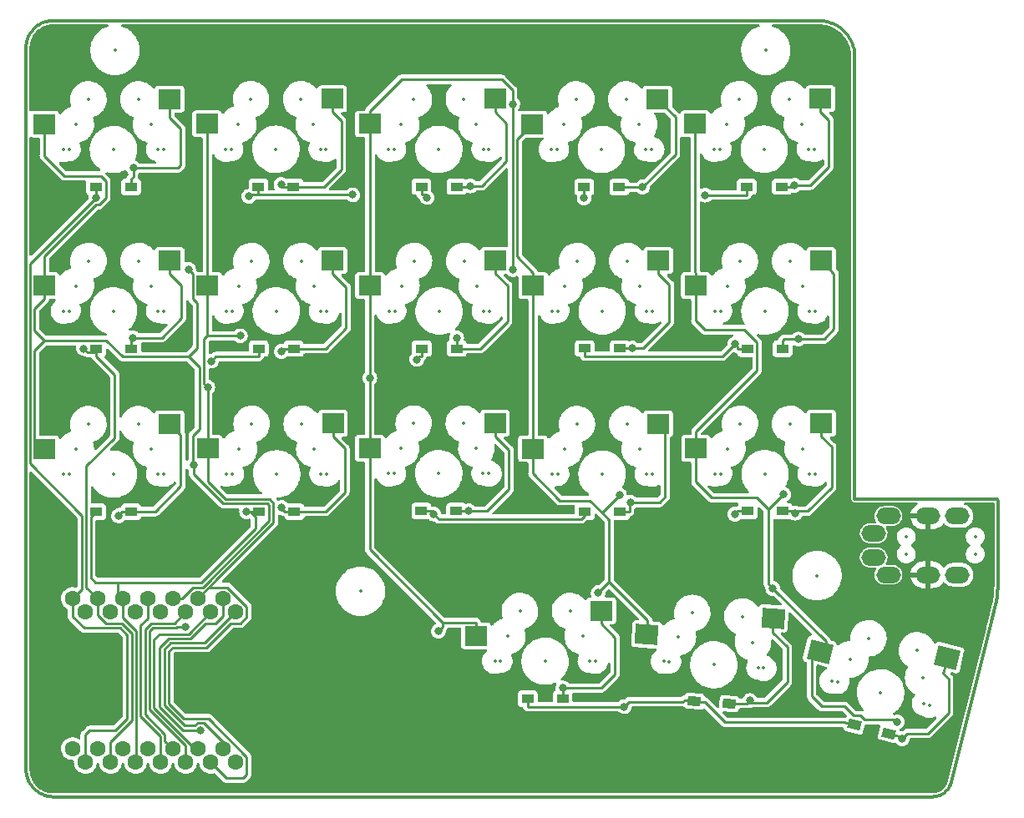
<source format=gbl>
%TF.GenerationSoftware,KiCad,Pcbnew,(6.0.6)*%
%TF.CreationDate,2022-09-02T08:16:23+09:00*%
%TF.ProjectId,split-mini,73706c69-742d-46d6-996e-692e6b696361,rev?*%
%TF.SameCoordinates,Original*%
%TF.FileFunction,Copper,L2,Bot*%
%TF.FilePolarity,Positive*%
%FSLAX46Y46*%
G04 Gerber Fmt 4.6, Leading zero omitted, Abs format (unit mm)*
G04 Created by KiCad (PCBNEW (6.0.6)) date 2022-09-02 08:16:23*
%MOMM*%
%LPD*%
G01*
G04 APERTURE LIST*
G04 Aperture macros list*
%AMRotRect*
0 Rectangle, with rotation*
0 The origin of the aperture is its center*
0 $1 length*
0 $2 width*
0 $3 Rotation angle, in degrees counterclockwise*
0 Add horizontal line*
21,1,$1,$2,0,0,$3*%
G04 Aperture macros list end*
%TA.AperFunction,Profile*%
%ADD10C,0.349999*%
%TD*%
%TA.AperFunction,SMDPad,CuDef*%
%ADD11R,1.300000X0.950000*%
%TD*%
%TA.AperFunction,SMDPad,CuDef*%
%ADD12R,2.300000X2.000000*%
%TD*%
%TA.AperFunction,SMDPad,CuDef*%
%ADD13RotRect,1.300000X0.950000X356.000000*%
%TD*%
%TA.AperFunction,SMDPad,CuDef*%
%ADD14RotRect,1.300000X0.950000X346.000000*%
%TD*%
%TA.AperFunction,SMDPad,CuDef*%
%ADD15RotRect,2.300000X2.000000X166.000000*%
%TD*%
%TA.AperFunction,ComponentPad*%
%ADD16O,2.500000X1.700000*%
%TD*%
%TA.AperFunction,SMDPad,CuDef*%
%ADD17RotRect,2.300000X2.000000X176.000000*%
%TD*%
%TA.AperFunction,ComponentPad*%
%ADD18C,1.600000*%
%TD*%
%TA.AperFunction,ViaPad*%
%ADD19C,0.800000*%
%TD*%
%TA.AperFunction,ViaPad*%
%ADD20C,0.605000*%
%TD*%
%TA.AperFunction,Conductor*%
%ADD21C,0.250000*%
%TD*%
%ADD22C,0.350000*%
%ADD23C,0.300000*%
%ADD24O,1.500000X1.000000*%
G04 APERTURE END LIST*
D10*
X14780401Y-18578385D02*
X14732187Y-18700673D01*
X107991810Y-94873409D02*
X108087317Y-94740105D01*
X112896823Y-65424635D02*
X112885225Y-65421340D01*
X98210503Y-18990315D02*
X98130320Y-18833759D01*
X97948452Y-18534392D02*
X97847223Y-18392038D01*
X96820421Y-17459222D02*
X96668372Y-17371794D01*
X15268316Y-17815929D02*
X15183682Y-17913642D01*
X112836720Y-65413958D02*
X112824143Y-65413638D01*
X16213406Y-17145251D02*
X16094126Y-17199185D01*
X15485415Y-94919840D02*
X15589743Y-95009711D01*
X15809899Y-95172677D02*
X15925270Y-95245584D01*
X15589743Y-95009711D02*
X15697981Y-95094021D01*
X15450994Y-17633234D02*
X15357477Y-17722403D01*
X107375451Y-95396875D02*
X107514993Y-95313006D01*
X112960793Y-65455393D02*
X112950877Y-65449035D01*
X112930104Y-65437751D02*
X112919278Y-65432856D01*
X95669432Y-17007325D02*
X95490630Y-16975392D01*
X108210073Y-94524731D02*
X108245187Y-94449090D01*
X112849133Y-65414903D02*
X112836720Y-65413958D01*
X97110090Y-17654897D02*
X96967737Y-17553666D01*
X106756106Y-95612478D02*
X106837995Y-95596706D01*
X94937684Y-16933550D02*
X17261574Y-16933550D01*
X96511816Y-17291610D02*
X96350983Y-17218897D01*
X107647071Y-95218200D02*
X107771015Y-95112981D01*
X113068543Y-74296435D02*
X113068543Y-74296435D01*
X107771015Y-95112981D02*
X107886153Y-94997876D01*
X16545903Y-95520564D02*
X16677186Y-95556986D01*
X15037015Y-94399857D02*
X15115680Y-94511769D01*
X112844742Y-76119097D02*
X112844742Y-76119097D01*
X98042894Y-18681709D02*
X97948452Y-18534392D01*
X112885225Y-65421340D02*
X112873401Y-65418610D01*
X15357477Y-17722403D02*
X15268316Y-17815929D01*
X113012737Y-65502594D02*
X113005055Y-65493726D01*
X98405308Y-19484738D02*
X98348225Y-19316033D01*
X106589336Y-95633784D02*
X106673192Y-95624859D01*
X14964100Y-94284491D02*
X15037015Y-94399857D01*
X113012384Y-75214608D02*
X113036924Y-74985949D01*
X95308920Y-16952300D02*
X95124528Y-16938277D01*
X17356812Y-95641024D02*
X17356812Y-95641024D01*
X14897028Y-94165902D02*
X14964100Y-94284491D01*
X15200000Y-94620000D02*
X15289879Y-94724321D01*
X112861365Y-65416459D02*
X112849133Y-65414903D01*
X113068543Y-74296435D02*
X113068543Y-65658038D01*
X14835895Y-94044317D02*
X14897028Y-94165902D01*
X14568551Y-92852954D02*
X14571977Y-92991216D01*
X108331943Y-94211539D02*
X108354386Y-94129031D01*
X113053714Y-65574017D02*
X113049338Y-65562920D01*
X15650424Y-17468643D02*
X15548700Y-17548591D01*
X14568795Y-19626572D02*
X14568795Y-19626572D01*
X113005055Y-65493726D02*
X112996963Y-65485238D01*
X16718874Y-16988305D02*
X16588593Y-17018384D01*
X97247252Y-17762686D02*
X97110090Y-17654897D01*
X14731824Y-93793074D02*
X14780796Y-93919965D01*
X16851481Y-16964613D02*
X16718874Y-16988305D01*
X15865252Y-17323509D02*
X15755998Y-17393559D01*
X113036924Y-74985949D02*
X113054477Y-74756594D01*
X15115680Y-94511769D02*
X15200000Y-94620000D01*
X17356812Y-95641024D02*
X106419137Y-95641001D01*
X16043864Y-95312647D02*
X16165452Y-95373771D01*
X112897036Y-75894817D02*
X112942420Y-75669202D01*
X16810321Y-95586997D02*
X16945080Y-95610500D01*
X14732187Y-18700673D02*
X14689853Y-18825796D01*
X106504623Y-95639186D02*
X106589336Y-95633784D01*
X106673192Y-95624859D02*
X106756106Y-95612478D01*
X107886153Y-94997876D02*
X107991810Y-94873409D01*
X94937684Y-16933550D02*
X94937684Y-16933550D01*
X14571977Y-92991216D02*
X14582194Y-93128539D01*
X113067281Y-65633054D02*
X113065727Y-65620825D01*
X98568543Y-65413607D02*
X98568543Y-65413607D01*
X108245187Y-94449090D02*
X108277260Y-94371634D01*
X113057556Y-65585372D02*
X113053714Y-65574017D01*
X113065727Y-65620825D02*
X113063578Y-65608791D01*
X17261574Y-16933550D02*
X17123000Y-16937066D01*
X15697981Y-95094021D02*
X15809899Y-95172677D01*
X113019992Y-65511826D02*
X113012737Y-65502594D01*
X112226159Y-78600116D02*
X112844742Y-76119097D01*
X97378996Y-17876807D02*
X97247252Y-17762686D01*
X14834325Y-18459099D02*
X14780401Y-18578385D01*
X113068543Y-65658038D02*
X113068543Y-65658038D01*
X98130320Y-18833759D02*
X98042894Y-18681709D01*
X16289808Y-95428861D02*
X16416701Y-95477824D01*
X14780796Y-93919965D02*
X14835895Y-94044317D01*
X15385224Y-94824504D02*
X15385224Y-94824504D01*
X106419137Y-95641001D02*
X106419137Y-95641001D01*
X107076671Y-95529702D02*
X107229120Y-95469282D01*
X97625315Y-18123130D02*
X97505093Y-17997031D01*
X113033162Y-65531324D02*
X113026806Y-65521408D01*
X15103743Y-18015374D02*
X15028669Y-18120954D01*
X96668372Y-17371794D02*
X96511816Y-17291610D01*
X112942420Y-75669202D02*
X112980876Y-75442413D01*
X97505093Y-17997031D02*
X97378996Y-17876807D01*
X98563819Y-20377603D02*
X98549797Y-20193212D01*
X113039047Y-65541558D02*
X113033162Y-65531324D01*
X14689074Y-93663873D02*
X14731824Y-93793074D01*
X15978018Y-17258661D02*
X15865252Y-17323509D01*
X14568551Y-92852954D02*
X14568551Y-92852954D01*
X95845096Y-17047870D02*
X95669432Y-17007325D01*
X112844742Y-76119097D02*
X112897036Y-75894817D01*
X14568795Y-19626572D02*
X14568551Y-92852954D01*
X17123000Y-16937066D02*
X16986246Y-16947477D01*
X108306207Y-94292428D02*
X108331943Y-94211539D01*
X112988475Y-65477145D02*
X112979608Y-65469463D01*
X14652642Y-93532590D02*
X14689074Y-93663873D01*
X14689853Y-18825796D02*
X14653568Y-18953583D01*
X113060849Y-65596968D02*
X113057556Y-65585372D01*
X108087317Y-94740105D02*
X108172000Y-94598491D01*
X112873401Y-65418610D02*
X112861365Y-65416459D01*
X16094126Y-17199185D02*
X15978018Y-17258661D01*
X113068225Y-65645463D02*
X113067281Y-65633054D01*
X96017394Y-17096799D02*
X95845096Y-17047870D01*
X96967737Y-17553666D02*
X96820421Y-17459222D01*
X15028669Y-18120954D02*
X14958628Y-18230215D01*
X17081233Y-95627403D02*
X17218554Y-95637609D01*
X14582697Y-19351243D02*
X14572298Y-19487998D01*
X95490630Y-16975392D02*
X95308920Y-16952300D01*
X14599821Y-19216476D02*
X14582697Y-19351243D01*
X112940642Y-65443149D02*
X112930104Y-65437751D01*
X112824143Y-65413638D02*
X112824143Y-65413638D01*
X106419137Y-95641001D02*
X106504623Y-95639186D01*
X98348225Y-19316033D02*
X98283214Y-19151149D01*
X112979608Y-65469463D02*
X112970375Y-65462207D01*
X16416701Y-95477824D02*
X16545903Y-95520564D01*
X107229120Y-95469282D02*
X107375451Y-95396875D01*
X98494777Y-19832701D02*
X98454235Y-19657037D01*
X112980876Y-75442413D02*
X113012384Y-75214608D01*
X113068543Y-65658038D02*
X113068225Y-65645463D01*
X108277260Y-94371634D02*
X108306207Y-94292428D01*
X14623501Y-19083866D02*
X14599821Y-19216476D01*
X107514993Y-95313006D02*
X107647071Y-95218200D01*
X14622621Y-93399455D02*
X14652642Y-93532590D01*
X112996963Y-65485238D02*
X112988475Y-65477145D01*
X113026806Y-65521408D02*
X113019992Y-65511826D01*
X15548700Y-17548591D02*
X15450994Y-17633234D01*
X112950877Y-65449035D02*
X112940642Y-65443149D01*
X113065023Y-74526703D02*
X113068543Y-74296435D01*
X15183682Y-17913642D02*
X15103743Y-18015374D01*
X14893791Y-18342986D02*
X14834325Y-18459099D01*
X16335690Y-17097026D02*
X16213406Y-17145251D01*
X15289879Y-94724321D02*
X15385224Y-94824504D01*
X112970375Y-65462207D02*
X112960793Y-65455393D01*
X106837995Y-95596706D02*
X106918775Y-95577609D01*
X97739435Y-18254875D02*
X97625315Y-18123130D01*
X113063578Y-65608791D02*
X113060849Y-65596968D01*
X98454235Y-19657037D02*
X98405308Y-19484738D01*
X98549797Y-20193212D02*
X98526708Y-20011502D01*
X15755998Y-17393559D02*
X15650424Y-17468643D01*
X16165452Y-95373771D02*
X16289808Y-95428861D01*
X98568543Y-20564447D02*
X98568543Y-20564447D01*
X17218554Y-95637609D02*
X17356812Y-95641024D01*
X16986246Y-16947477D02*
X16851481Y-16964613D01*
X98526708Y-20011502D02*
X98494777Y-19832701D01*
X112824143Y-65413638D02*
X98568543Y-65413607D01*
X98283214Y-19151149D02*
X98210503Y-18990315D01*
X113054477Y-74756594D02*
X113065023Y-74526703D01*
X108354386Y-94129031D02*
X108354386Y-94129031D01*
X98568543Y-20564447D02*
X98563819Y-20377603D01*
X113049338Y-65562920D02*
X113044444Y-65552095D01*
X108354386Y-94129031D02*
X112226159Y-78600116D01*
X14582194Y-93128539D02*
X14599107Y-93264695D01*
X14572298Y-19487998D02*
X14568795Y-19626572D01*
X16945080Y-95610500D02*
X17081233Y-95627403D01*
X16588593Y-17018384D02*
X16460809Y-17054681D01*
X14653568Y-18953583D02*
X14623501Y-19083866D01*
X108172000Y-94598491D02*
X108210073Y-94524731D01*
X96350983Y-17218897D02*
X96186099Y-17153884D01*
X96186099Y-17153884D02*
X96017394Y-17096799D01*
X95124528Y-16938277D02*
X94937684Y-16933550D01*
X16677186Y-95556986D02*
X16810321Y-95586997D01*
X15925270Y-95245584D02*
X16043864Y-95312647D01*
X106918775Y-95577609D02*
X107076671Y-95529702D01*
X97847223Y-18392038D02*
X97739435Y-18254875D01*
X98568543Y-65413607D02*
X98568543Y-20564447D01*
X14958628Y-18230215D02*
X14893791Y-18342986D01*
X113044444Y-65552095D02*
X113039047Y-65541558D01*
X14599107Y-93264695D02*
X14622621Y-93399455D01*
X112908179Y-65428479D02*
X112896823Y-65424635D01*
X15385224Y-94824504D02*
X15485415Y-94919840D01*
X16460809Y-17054681D02*
X16335690Y-17097026D01*
X112919278Y-65432856D02*
X112908179Y-65428479D01*
X112226159Y-78600116D02*
X112226159Y-78600116D01*
D11*
%TO.P,D7,1,K*%
%TO.N,row1*%
X38145000Y-50180000D03*
%TO.P,D7,2,A*%
%TO.N,Net-(D7-Pad2)*%
X41695000Y-50180000D03*
%TD*%
D12*
%TO.P,SW6,1,1*%
%TO.N,col0*%
X16430000Y-43780000D03*
%TO.P,SW6,2,2*%
%TO.N,Net-(D6-Pad2)*%
X29130000Y-41240000D03*
%TD*%
%TO.P,SW11,1,1*%
%TO.N,col0*%
X16420000Y-60340000D03*
%TO.P,SW11,2,2*%
%TO.N,Net-(D11-Pad2)*%
X29120000Y-57800000D03*
%TD*%
D11*
%TO.P,D6,1,K*%
%TO.N,row1*%
X21675000Y-50170000D03*
%TO.P,D6,2,A*%
%TO.N,Net-(D6-Pad2)*%
X25225000Y-50170000D03*
%TD*%
D12*
%TO.P,SW9,1,1*%
%TO.N,col3*%
X65960000Y-43790000D03*
%TO.P,SW9,2,2*%
%TO.N,Net-(D9-Pad2)*%
X78660000Y-41250000D03*
%TD*%
%TO.P,SW3,1,1*%
%TO.N,col2*%
X49410000Y-27390000D03*
%TO.P,SW3,2,2*%
%TO.N,Net-(D3-Pad2)*%
X62110000Y-24850000D03*
%TD*%
D11*
%TO.P,D9,1,K*%
%TO.N,row1*%
X71195000Y-50160000D03*
%TO.P,D9,2,A*%
%TO.N,Net-(D9-Pad2)*%
X74745000Y-50160000D03*
%TD*%
%TO.P,D16,1,K*%
%TO.N,row3*%
X65405000Y-85690000D03*
%TO.P,D16,2,A*%
%TO.N,Net-(D16-Pad2)*%
X68955000Y-85690000D03*
%TD*%
%TO.P,D11,1,K*%
%TO.N,row2*%
X21655000Y-66730000D03*
%TO.P,D11,2,A*%
%TO.N,Net-(D11-Pad2)*%
X25205000Y-66730000D03*
%TD*%
%TO.P,D14,1,K*%
%TO.N,row2*%
X71195000Y-66720000D03*
%TO.P,D14,2,A*%
%TO.N,Net-(D14-Pad2)*%
X74745000Y-66720000D03*
%TD*%
D13*
%TO.P,D17,1,K*%
%TO.N,row3*%
X82309324Y-85936182D03*
%TO.P,D17,2,A*%
%TO.N,Net-(D17-Pad2)*%
X85850676Y-86183818D03*
%TD*%
D12*
%TO.P,SW5,1,1*%
%TO.N,col4*%
X82390000Y-27370000D03*
%TO.P,SW5,2,2*%
%TO.N,Net-(D5-Pad2)*%
X95090000Y-24830000D03*
%TD*%
%TO.P,SW15,1,1*%
%TO.N,col4*%
X82470000Y-60300000D03*
%TO.P,SW15,2,2*%
%TO.N,Net-(D15-Pad2)*%
X95170000Y-57760000D03*
%TD*%
D11*
%TO.P,D13,1,K*%
%TO.N,row2*%
X54625000Y-66650000D03*
%TO.P,D13,2,A*%
%TO.N,Net-(D13-Pad2)*%
X58175000Y-66650000D03*
%TD*%
D12*
%TO.P,SW7,1,1*%
%TO.N,col1*%
X32930000Y-43790000D03*
%TO.P,SW7,2,2*%
%TO.N,Net-(D7-Pad2)*%
X45630000Y-41250000D03*
%TD*%
D11*
%TO.P,D1,1,K*%
%TO.N,row0*%
X21655000Y-33780000D03*
%TO.P,D1,2,A*%
%TO.N,Net-(D1-Pad2)*%
X25205000Y-33780000D03*
%TD*%
D12*
%TO.P,SW16,1,1*%
%TO.N,col2*%
X60170000Y-79300000D03*
%TO.P,SW16,2,2*%
%TO.N,Net-(D16-Pad2)*%
X72870000Y-76760000D03*
%TD*%
D14*
%TO.P,D18,1,K*%
%TO.N,row3*%
X98547725Y-88350589D03*
%TO.P,D18,2,A*%
%TO.N,Net-(D18-Pad2)*%
X101992275Y-89209411D03*
%TD*%
D11*
%TO.P,D4,1,K*%
%TO.N,row0*%
X71145000Y-33800000D03*
%TO.P,D4,2,A*%
%TO.N,Net-(D4-Pad2)*%
X74695000Y-33800000D03*
%TD*%
%TO.P,D10,1,K*%
%TO.N,row1*%
X87695000Y-50190000D03*
%TO.P,D10,2,A*%
%TO.N,Net-(D10-Pad2)*%
X91245000Y-50190000D03*
%TD*%
D15*
%TO.P,SW18,1,1*%
%TO.N,col4*%
X95022088Y-80903184D03*
%TO.P,SW18,2,2*%
%TO.N,Net-(D18-Pad2)*%
X107959326Y-81511041D03*
%TD*%
D16*
%TO.P,J1,A*%
%TO.N,unconnected-(J1-PadA)*%
X100480000Y-71365000D03*
X100480000Y-68915000D03*
%TO.P,J1,B*%
%TO.N,data*%
X108980000Y-73115000D03*
X108980000Y-67165000D03*
%TO.P,J1,C*%
%TO.N,GND*%
X105980000Y-73115000D03*
X105980000Y-67165000D03*
%TO.P,J1,D*%
%TO.N,VCC*%
X101980000Y-73115000D03*
X101980000Y-67165000D03*
%TD*%
D11*
%TO.P,D3,1,K*%
%TO.N,row0*%
X54645000Y-33760000D03*
%TO.P,D3,2,A*%
%TO.N,Net-(D3-Pad2)*%
X58195000Y-33760000D03*
%TD*%
D12*
%TO.P,SW8,1,1*%
%TO.N,col2*%
X49430000Y-43780000D03*
%TO.P,SW8,2,2*%
%TO.N,Net-(D8-Pad2)*%
X62130000Y-41240000D03*
%TD*%
D17*
%TO.P,SW17,1,1*%
%TO.N,col3*%
X77467023Y-79177989D03*
%TO.P,SW17,2,2*%
%TO.N,Net-(D17-Pad2)*%
X90313268Y-77530084D03*
%TD*%
D18*
%TO.P,U1,1,D0*%
%TO.N,row0*%
X19267500Y-75518700D03*
X20566500Y-92151200D03*
%TO.P,U1,2,D1*%
%TO.N,row1*%
X21807500Y-75518700D03*
X23106500Y-92151200D03*
%TO.P,U1,3,D2*%
%TO.N,row2*%
X24347500Y-75518700D03*
X25646500Y-92151200D03*
%TO.P,U1,4,D3*%
%TO.N,row3*%
X26887500Y-75518700D03*
X28186500Y-92151200D03*
%TO.P,U1,5,D4*%
%TO.N,col0*%
X29427500Y-75518700D03*
X30726500Y-92151200D03*
%TO.P,U1,6,D5*%
%TO.N,col1*%
X33266500Y-92151200D03*
X31967500Y-75518700D03*
%TO.P,U1,7,D6*%
%TO.N,unconnected-(U1-Pad7)*%
X34507500Y-75518700D03*
X35806500Y-92151200D03*
%TO.P,U1,8,D7*%
%TO.N,data*%
X35806500Y-76916200D03*
X34507500Y-90753700D03*
%TO.P,U1,9,D8*%
%TO.N,col4*%
X31967500Y-90753700D03*
X33266500Y-76916200D03*
%TO.P,U1,10,D9*%
%TO.N,col3*%
X30726500Y-76916200D03*
X29427500Y-90753700D03*
%TO.P,U1,11,D10*%
%TO.N,col2*%
X28186500Y-76916200D03*
X26887500Y-90753700D03*
%TO.P,U1,12,3V3*%
%TO.N,unconnected-(U1-Pad12)*%
X25646500Y-76916200D03*
X24347500Y-90753700D03*
%TO.P,U1,13,GND*%
%TO.N,GND*%
X21807500Y-90753700D03*
X23106500Y-76916200D03*
%TO.P,U1,14,5V*%
%TO.N,VCC*%
X19267500Y-90753700D03*
X20566500Y-76916200D03*
%TD*%
D12*
%TO.P,SW10,1,1*%
%TO.N,col4*%
X82460000Y-43800000D03*
%TO.P,SW10,2,2*%
%TO.N,Net-(D10-Pad2)*%
X95160000Y-41260000D03*
%TD*%
D11*
%TO.P,D15,1,K*%
%TO.N,row2*%
X87685000Y-66670000D03*
%TO.P,D15,2,A*%
%TO.N,Net-(D15-Pad2)*%
X91235000Y-66670000D03*
%TD*%
D12*
%TO.P,SW2,1,1*%
%TO.N,col1*%
X32900000Y-27380000D03*
%TO.P,SW2,2,2*%
%TO.N,Net-(D2-Pad2)*%
X45600000Y-24840000D03*
%TD*%
%TO.P,SW13,1,1*%
%TO.N,col2*%
X49400000Y-60280000D03*
%TO.P,SW13,2,2*%
%TO.N,Net-(D13-Pad2)*%
X62100000Y-57740000D03*
%TD*%
%TO.P,SW12,1,1*%
%TO.N,col1*%
X32970000Y-60310000D03*
%TO.P,SW12,2,2*%
%TO.N,Net-(D12-Pad2)*%
X45670000Y-57770000D03*
%TD*%
%TO.P,SW14,1,1*%
%TO.N,col3*%
X65950000Y-60330000D03*
%TO.P,SW14,2,2*%
%TO.N,Net-(D14-Pad2)*%
X78650000Y-57790000D03*
%TD*%
%TO.P,SW1,1,1*%
%TO.N,col0*%
X16420000Y-27400000D03*
%TO.P,SW1,2,2*%
%TO.N,Net-(D1-Pad2)*%
X29120000Y-24860000D03*
%TD*%
D11*
%TO.P,D5,1,K*%
%TO.N,row0*%
X87625000Y-33750000D03*
%TO.P,D5,2,A*%
%TO.N,Net-(D5-Pad2)*%
X91175000Y-33750000D03*
%TD*%
%TO.P,D8,1,K*%
%TO.N,row1*%
X54665000Y-50170000D03*
%TO.P,D8,2,A*%
%TO.N,Net-(D8-Pad2)*%
X58215000Y-50170000D03*
%TD*%
D12*
%TO.P,SW4,1,1*%
%TO.N,col3*%
X65890000Y-27400000D03*
%TO.P,SW4,2,2*%
%TO.N,Net-(D4-Pad2)*%
X78590000Y-24860000D03*
%TD*%
D11*
%TO.P,D2,1,K*%
%TO.N,row0*%
X38125000Y-33760000D03*
%TO.P,D2,2,A*%
%TO.N,Net-(D2-Pad2)*%
X41675000Y-33760000D03*
%TD*%
%TO.P,D12,1,K*%
%TO.N,row2*%
X38205000Y-66710000D03*
%TO.P,D12,2,A*%
%TO.N,Net-(D12-Pad2)*%
X41755000Y-66710000D03*
%TD*%
D19*
%TO.N,row0*%
X55196100Y-34846300D03*
X37128200Y-34756800D03*
X71145000Y-34878500D03*
X47680200Y-34587300D03*
X21655000Y-34860600D03*
X83418200Y-34600300D03*
%TO.N,Net-(D1-Pad2)*%
X25441200Y-31872000D03*
%TO.N,Net-(D2-Pad2)*%
X40412800Y-33538400D03*
%TO.N,Net-(D3-Pad2)*%
X59601900Y-33667900D03*
%TO.N,Net-(D4-Pad2)*%
X77040000Y-33800000D03*
%TO.N,Net-(D5-Pad2)*%
X92439200Y-33608400D03*
%TO.N,Net-(D6-Pad2)*%
X25416700Y-49073000D03*
%TO.N,Net-(D7-Pad2)*%
X40441000Y-50458700D03*
%TO.N,Net-(D8-Pad2)*%
X58215000Y-49087200D03*
%TO.N,Net-(D9-Pad2)*%
X75999400Y-50132900D03*
%TO.N,Net-(D10-Pad2)*%
X92860000Y-49220000D03*
%TO.N,row1*%
X20399600Y-50170000D03*
X33324100Y-51439900D03*
X54151400Y-51273000D03*
X86424100Y-49681900D03*
%TO.N,Net-(D11-Pad2)*%
X23943900Y-67130100D03*
%TO.N,Net-(D12-Pad2)*%
X40478900Y-66309800D03*
%TO.N,Net-(D13-Pad2)*%
X59431300Y-66650000D03*
%TO.N,Net-(D14-Pad2)*%
X75815200Y-65786500D03*
%TO.N,Net-(D15-Pad2)*%
X92533100Y-66868100D03*
%TO.N,Net-(D16-Pad2)*%
X68989400Y-84606700D03*
%TO.N,Net-(D17-Pad2)*%
X87927600Y-85877500D03*
%TO.N,Net-(D18-Pad2)*%
X103379300Y-89740600D03*
%TO.N,row2*%
X55899500Y-66949200D03*
X86418000Y-66961700D03*
X36920200Y-66710000D03*
%TO.N,row3*%
X75179800Y-86490400D03*
D20*
%TO.N,GND*%
X31670000Y-32730000D03*
X93260000Y-53860000D03*
X78920000Y-35480000D03*
X42470000Y-20990000D03*
X92230000Y-87060000D03*
X80510000Y-33020000D03*
X28010000Y-72850000D03*
X17430000Y-36090000D03*
X42030000Y-75960000D03*
X30170000Y-52720000D03*
X81440000Y-66200000D03*
X29867167Y-49795948D03*
X19737028Y-53909809D03*
X76110000Y-84250000D03*
X49170000Y-84040000D03*
D19*
%TO.N,col0*%
X31553000Y-61946300D03*
X31035000Y-42150200D03*
X30747449Y-78407300D03*
%TO.N,col1*%
X32970000Y-54104100D03*
X36276500Y-48887000D03*
%TO.N,col2*%
X49400000Y-53160300D03*
X63895000Y-42150200D03*
X56357300Y-78854300D03*
X63895000Y-25391900D03*
%TO.N,col3*%
X72559700Y-74947900D03*
X74705000Y-65017400D03*
%TO.N,col4*%
X91356100Y-64961200D03*
X90268600Y-74497500D03*
X102856788Y-88057080D03*
%TO.N,unconnected-(U1-Pad7)*%
X32266500Y-88883500D03*
%TD*%
D21*
%TO.N,row0*%
X21655000Y-34860600D02*
X14944600Y-41571000D01*
X24107208Y-78520000D02*
X24820000Y-79232792D01*
X14944600Y-61824600D02*
X20229600Y-67109600D01*
X24820000Y-79232792D02*
X24820000Y-87726604D01*
X87625000Y-33750000D02*
X87625000Y-34550300D01*
X20440000Y-78520000D02*
X24107208Y-78520000D01*
X54910100Y-34560300D02*
X55196100Y-34846300D01*
X87575000Y-34600300D02*
X83418200Y-34600300D01*
X24820000Y-87726604D02*
X23636604Y-88910000D01*
X23636604Y-88910000D02*
X21010000Y-88910000D01*
X87625000Y-34550300D02*
X87575000Y-34600300D01*
X38125000Y-33760000D02*
X38125000Y-34560300D01*
X54645000Y-34560300D02*
X54910100Y-34560300D01*
X14944600Y-41571000D02*
X14944600Y-61824600D01*
X20229600Y-74556600D02*
X19267500Y-75518700D01*
X21655000Y-33780000D02*
X21655000Y-34860600D01*
X37324700Y-34560300D02*
X38125000Y-34560300D01*
X71145000Y-34600300D02*
X71145000Y-34878500D01*
X47680200Y-34587300D02*
X38152000Y-34587300D01*
X20566500Y-89353500D02*
X20566500Y-92151200D01*
X54645000Y-33760000D02*
X54645000Y-34560300D01*
X19267500Y-75518700D02*
X19267500Y-77347500D01*
X37128200Y-34756800D02*
X37324700Y-34560300D01*
X21010000Y-88910000D02*
X20566500Y-89353500D01*
X20229600Y-67109600D02*
X20229600Y-74556600D01*
X38152000Y-34587300D02*
X38125000Y-34560300D01*
X19267500Y-77347500D02*
X20440000Y-78520000D01*
X71145000Y-33800000D02*
X71145000Y-34600300D01*
%TO.N,Net-(D1-Pad2)*%
X29120000Y-26780000D02*
X30240000Y-27900000D01*
X30240000Y-31570000D02*
X29938000Y-31872000D01*
X25441200Y-32743500D02*
X25205000Y-32979700D01*
X25441200Y-31872000D02*
X25441200Y-32743500D01*
X25205000Y-33780000D02*
X25205000Y-32979700D01*
X29938000Y-31872000D02*
X25441200Y-31872000D01*
X30240000Y-27900000D02*
X30240000Y-31570000D01*
X29120000Y-24860000D02*
X29120000Y-26780000D01*
%TO.N,Net-(D2-Pad2)*%
X40634400Y-33760000D02*
X40412800Y-33538400D01*
X45600000Y-26165300D02*
X46530000Y-27095300D01*
X44787634Y-33760000D02*
X41675000Y-33760000D01*
X45600000Y-24840000D02*
X45600000Y-26165300D01*
X46530000Y-32017634D02*
X44787634Y-33760000D01*
X46530000Y-27095300D02*
X46530000Y-32017634D01*
X41675000Y-33760000D02*
X40634400Y-33760000D01*
%TO.N,Net-(D3-Pad2)*%
X59601900Y-33667900D02*
X60772100Y-33667900D01*
X60772100Y-33667900D02*
X63250000Y-31190000D01*
X58195000Y-33760000D02*
X59509800Y-33760000D01*
X63250000Y-27315300D02*
X62110000Y-26175300D01*
X62110000Y-26175300D02*
X62110000Y-24850000D01*
X63250000Y-31190000D02*
X63250000Y-27315300D01*
X59509800Y-33760000D02*
X59601900Y-33667900D01*
%TO.N,Net-(D4-Pad2)*%
X80392667Y-26662667D02*
X78590000Y-24860000D01*
X80392667Y-30447333D02*
X80392667Y-26662667D01*
X77040000Y-33800000D02*
X74695000Y-33800000D01*
X77040000Y-33800000D02*
X80392667Y-30447333D01*
%TO.N,Net-(D5-Pad2)*%
X95930000Y-31750000D02*
X95930000Y-26995300D01*
X92439200Y-33608400D02*
X94071600Y-33608400D01*
X94071600Y-33608400D02*
X95930000Y-31750000D01*
X92297600Y-33750000D02*
X92439200Y-33608400D01*
X95090000Y-26155300D02*
X95090000Y-24830000D01*
X91175000Y-33750000D02*
X92297600Y-33750000D01*
X95930000Y-26995300D02*
X95090000Y-26155300D01*
%TO.N,Net-(D6-Pad2)*%
X25225000Y-50170000D02*
X25225000Y-49369700D01*
X29130000Y-42565300D02*
X29130000Y-41240000D01*
X30310000Y-47080000D02*
X30310000Y-43745300D01*
X25416700Y-49178000D02*
X25416700Y-49073000D01*
X25225000Y-49369700D02*
X25416700Y-49178000D01*
X25416700Y-49073000D02*
X28317000Y-49073000D01*
X28317000Y-49073000D02*
X30310000Y-47080000D01*
X30310000Y-43745300D02*
X29130000Y-42565300D01*
%TO.N,Net-(D7-Pad2)*%
X45630000Y-41250000D02*
X45630000Y-42575300D01*
X47010000Y-43955300D02*
X47010000Y-48090000D01*
X44920000Y-50180000D02*
X41695000Y-50180000D01*
X45630000Y-42575300D02*
X47010000Y-43955300D01*
X41695000Y-50180000D02*
X40719700Y-50180000D01*
X40719700Y-50180000D02*
X40441000Y-50458700D01*
X47010000Y-48090000D02*
X44920000Y-50180000D01*
%TO.N,Net-(D8-Pad2)*%
X60630000Y-50170000D02*
X58215000Y-50170000D01*
X63380000Y-43815300D02*
X63380000Y-47420000D01*
X58215000Y-50170000D02*
X58215000Y-49087200D01*
X62130000Y-42565300D02*
X63380000Y-43815300D01*
X62130000Y-41240000D02*
X62130000Y-42565300D01*
X63380000Y-47420000D02*
X60630000Y-50170000D01*
%TO.N,Net-(D9-Pad2)*%
X75999400Y-50132900D02*
X77117100Y-50132900D01*
X79780000Y-43695300D02*
X78660000Y-42575300D01*
X78660000Y-42575300D02*
X78660000Y-41250000D01*
X74745000Y-50160000D02*
X75972300Y-50160000D01*
X79780000Y-47470000D02*
X79780000Y-43695300D01*
X75972300Y-50160000D02*
X75999400Y-50132900D01*
X77117100Y-50132900D02*
X79780000Y-47470000D01*
%TO.N,Net-(D10-Pad2)*%
X95447668Y-49220000D02*
X96450000Y-48217668D01*
X96450000Y-48217668D02*
X96450000Y-42550000D01*
X92860000Y-49220000D02*
X91414700Y-49220000D01*
X91245000Y-49389700D02*
X91245000Y-50190000D01*
X91414700Y-49220000D02*
X91245000Y-49389700D01*
X92860000Y-49220000D02*
X95447668Y-49220000D01*
X96450000Y-42550000D02*
X95160000Y-41260000D01*
%TO.N,row1*%
X54665000Y-50970300D02*
X54454100Y-50970300D01*
X86719700Y-50190000D02*
X86719700Y-49977500D01*
X23106500Y-90076500D02*
X25270000Y-87913000D01*
X87695000Y-50190000D02*
X86719700Y-50190000D01*
X71195000Y-50960300D02*
X85145700Y-50960300D01*
X21675000Y-50170000D02*
X21675000Y-50570100D01*
X21675000Y-50570100D02*
X21675000Y-50970300D01*
X21807500Y-77208191D02*
X21807500Y-75518700D01*
X23540000Y-52835300D02*
X23540000Y-59236100D01*
X33783700Y-50980300D02*
X33324100Y-51439900D01*
X23540000Y-59236100D02*
X20679600Y-62096500D01*
X54454100Y-50970300D02*
X54151400Y-51273000D01*
X71195000Y-50160000D02*
X71195000Y-50960300D01*
X20799700Y-50570100D02*
X20399600Y-50170000D01*
X24264804Y-78041200D02*
X22640509Y-78041200D01*
X85145700Y-50960300D02*
X86424100Y-49681900D01*
X38145000Y-50980300D02*
X33783700Y-50980300D01*
X20679600Y-74390800D02*
X21807500Y-75518700D01*
X21675000Y-50970300D02*
X23540000Y-52835300D01*
X25270000Y-87913000D02*
X25270000Y-79046396D01*
X22640509Y-78041200D02*
X21807500Y-77208191D01*
X38145000Y-50180000D02*
X38145000Y-50980300D01*
X23106500Y-92151200D02*
X23106500Y-90076500D01*
X25270000Y-79046396D02*
X24264804Y-78041200D01*
X54665000Y-50170000D02*
X54665000Y-50970300D01*
X21675000Y-50570100D02*
X20799700Y-50570100D01*
X86719700Y-49977500D02*
X86424100Y-49681900D01*
X20679600Y-62096500D02*
X20679600Y-74390800D01*
%TO.N,Net-(D11-Pad2)*%
X25205000Y-66730000D02*
X24229700Y-66730000D01*
X27640000Y-66730000D02*
X30250000Y-64120000D01*
X24229700Y-66844300D02*
X23943900Y-67130100D01*
X24229700Y-66730000D02*
X24229700Y-66844300D01*
X30250000Y-64120000D02*
X30250000Y-58930000D01*
X30250000Y-58930000D02*
X29120000Y-57800000D01*
X25205000Y-66730000D02*
X27640000Y-66730000D01*
%TO.N,Net-(D12-Pad2)*%
X46880000Y-60305300D02*
X45670000Y-59095300D01*
X40779700Y-66710000D02*
X40478900Y-66409200D01*
X46880000Y-64740000D02*
X46880000Y-60305300D01*
X41755000Y-66710000D02*
X44910000Y-66710000D01*
X41755000Y-66710000D02*
X40779700Y-66710000D01*
X40478900Y-66409200D02*
X40478900Y-66309800D01*
X44910000Y-66710000D02*
X46880000Y-64740000D01*
X45670000Y-59095300D02*
X45670000Y-57770000D01*
%TO.N,Net-(D13-Pad2)*%
X58175000Y-66650000D02*
X59431300Y-66650000D01*
X63520000Y-64440000D02*
X61310000Y-66650000D01*
X61310000Y-66650000D02*
X59431300Y-66650000D01*
X63520000Y-60485300D02*
X63520000Y-64440000D01*
X62100000Y-59065300D02*
X63520000Y-60485300D01*
X62100000Y-57740000D02*
X62100000Y-59065300D01*
%TO.N,Net-(D14-Pad2)*%
X79355001Y-65204999D02*
X79355001Y-58495001D01*
X79355001Y-58495001D02*
X78650000Y-57790000D01*
X75720300Y-66720000D02*
X75720300Y-65881400D01*
X75815200Y-65786500D02*
X78773500Y-65786500D01*
X75720300Y-65881400D02*
X75815200Y-65786500D01*
X78773500Y-65786500D02*
X79355001Y-65204999D01*
X74745000Y-66720000D02*
X75720300Y-66720000D01*
%TO.N,Net-(D15-Pad2)*%
X96230000Y-64240000D02*
X96230000Y-60145300D01*
X96230000Y-60145300D02*
X95170000Y-59085300D01*
X93800000Y-66670000D02*
X96230000Y-64240000D01*
X92533100Y-66670000D02*
X93800000Y-66670000D01*
X91235000Y-66670000D02*
X92533100Y-66670000D01*
X95170000Y-59085300D02*
X95170000Y-57760000D01*
X92533100Y-66670000D02*
X92533100Y-66868100D01*
%TO.N,Net-(D16-Pad2)*%
X68989400Y-84855300D02*
X68955000Y-84889700D01*
X68989400Y-84606700D02*
X68989400Y-84855300D01*
X74260000Y-79475300D02*
X72870000Y-78085300D01*
X72853300Y-84606700D02*
X74260000Y-83200000D01*
X68955000Y-85690000D02*
X68955000Y-84889700D01*
X68989400Y-84606700D02*
X72853300Y-84606700D01*
X72870000Y-78085300D02*
X72870000Y-76760000D01*
X74260000Y-83200000D02*
X74260000Y-79475300D01*
%TO.N,Net-(D17-Pad2)*%
X87621282Y-86183818D02*
X87927600Y-85877500D01*
X91730000Y-80471600D02*
X91730000Y-83990000D01*
X85850676Y-86183818D02*
X87621282Y-86183818D01*
X90213600Y-78955200D02*
X91730000Y-80471600D01*
X90313300Y-77530100D02*
X90213600Y-78955200D01*
X89650000Y-86070000D02*
X88120100Y-86070000D01*
X91730000Y-83990000D02*
X89650000Y-86070000D01*
X88120100Y-86070000D02*
X87927600Y-85877500D01*
%TO.N,Net-(D18-Pad2)*%
X103379300Y-89740600D02*
X103132300Y-89493600D01*
X108080000Y-87120000D02*
X105990600Y-89209400D01*
X101992300Y-89209400D02*
X103132300Y-89493600D01*
X107549700Y-83153900D02*
X108080000Y-83684200D01*
X105990600Y-89209400D02*
X103910500Y-89209400D01*
X103910500Y-89209400D02*
X103379300Y-89740600D01*
X108080000Y-83684200D02*
X108080000Y-87120000D01*
X107959300Y-81511000D02*
X107549700Y-83153900D01*
%TO.N,row2*%
X21129600Y-67255400D02*
X21129600Y-73439600D01*
X55600300Y-66650000D02*
X55899500Y-66949200D01*
X24347500Y-77487500D02*
X24347500Y-75518700D01*
X56421200Y-67470900D02*
X55899500Y-66949200D01*
X23820000Y-73920000D02*
X23820000Y-74991200D01*
X54625000Y-66650000D02*
X55600300Y-66650000D01*
X23820000Y-73920000D02*
X32290000Y-73920000D01*
X25720000Y-78860000D02*
X24347500Y-77487500D01*
X38205000Y-66710000D02*
X37322000Y-66710000D01*
X36920200Y-66710000D02*
X37322000Y-66710000D01*
X71195000Y-67120100D02*
X70844200Y-67470900D01*
X21610000Y-73920000D02*
X23820000Y-73920000D01*
X23820000Y-74991200D02*
X24347500Y-75518700D01*
X86709700Y-66670000D02*
X86418000Y-66961700D01*
X32290000Y-73920000D02*
X37800000Y-68410000D01*
X25646500Y-92151200D02*
X25720000Y-92077700D01*
X87685000Y-66670000D02*
X86709700Y-66670000D01*
X71195000Y-66720000D02*
X71195000Y-67120100D01*
X37800000Y-68410000D02*
X37800000Y-67188000D01*
X21129600Y-73439600D02*
X21610000Y-73920000D01*
X37800000Y-67188000D02*
X37322000Y-66710000D01*
X25720000Y-92077700D02*
X25720000Y-78860000D01*
X21655000Y-66730000D02*
X21129600Y-67255400D01*
X70844200Y-67470900D02*
X56421200Y-67470900D01*
%TO.N,row3*%
X82309300Y-85936200D02*
X81280600Y-85864200D01*
X65405000Y-85690000D02*
X65405000Y-86490300D01*
X75179800Y-86490300D02*
X75179900Y-86490300D01*
X81138800Y-86006100D02*
X81280600Y-85864300D01*
X75664100Y-86006100D02*
X75664200Y-86006100D01*
X28186500Y-92151200D02*
X28186500Y-89503500D01*
X75664200Y-86006100D02*
X81138800Y-86006100D01*
X75179800Y-86490300D02*
X75179800Y-86490400D01*
X26170000Y-87487000D02*
X26170000Y-78250000D01*
X28186500Y-89503500D02*
X26170000Y-87487000D01*
X82309300Y-85936200D02*
X83338200Y-86008200D01*
X65405000Y-86490300D02*
X75179800Y-86490300D01*
X75179900Y-86490300D02*
X75664100Y-86006100D01*
X97407700Y-88066400D02*
X85396400Y-88066400D01*
X26887500Y-77532500D02*
X26887500Y-75518700D01*
X26170000Y-78250000D02*
X26887500Y-77532500D01*
X85396400Y-88066400D02*
X83338200Y-86008200D01*
X98547700Y-88350600D02*
X97407700Y-88066400D01*
X81280600Y-85864300D02*
X81280600Y-85864200D01*
%TO.N,data*%
X34507500Y-90099195D02*
X32566805Y-88158500D01*
X32672700Y-80050000D02*
X35806500Y-76916200D01*
X30622688Y-88433500D02*
X28570000Y-86380812D01*
X32566805Y-88158500D02*
X31966195Y-88158500D01*
X31691195Y-88433500D02*
X30622688Y-88433500D01*
X34507500Y-90753700D02*
X34507500Y-90099195D01*
X28570000Y-80700000D02*
X29220000Y-80050000D01*
X29220000Y-80050000D02*
X32672700Y-80050000D01*
X28570000Y-86380812D02*
X28570000Y-80700000D01*
X31966195Y-88158500D02*
X31691195Y-88433500D01*
%TO.N,col0*%
X16430000Y-49360700D02*
X15420000Y-48350700D01*
X22133800Y-32651900D02*
X22660900Y-33179000D01*
X16430000Y-40850000D02*
X16430000Y-43780000D01*
X27070000Y-78836396D02*
X27070000Y-86790000D01*
X39192900Y-66049600D02*
X39052800Y-65909500D01*
X16430000Y-45105300D02*
X16430000Y-43780000D01*
X22660900Y-33179000D02*
X22660900Y-34880005D01*
X31035000Y-50989800D02*
X24336500Y-50989800D01*
X18451900Y-32651900D02*
X22133800Y-32651900D01*
X29871796Y-78407300D02*
X29787896Y-78491200D01*
X27070000Y-86790000D02*
X30726500Y-90446500D01*
X39052800Y-65909500D02*
X34569500Y-65909500D01*
X22707400Y-49360700D02*
X16430000Y-49360700D01*
X31495000Y-58985000D02*
X31495000Y-61888300D01*
X31553000Y-62893000D02*
X31553000Y-61946300D01*
X24336500Y-50989800D02*
X22707400Y-49360700D01*
X32148700Y-52103500D02*
X32148700Y-58331300D01*
X16430000Y-49360700D02*
X15394600Y-50396100D01*
X15420000Y-48350700D02*
X15420000Y-46115300D01*
X31455000Y-45115000D02*
X31930000Y-45590000D01*
X16420000Y-30620000D02*
X18451900Y-32651900D01*
X30376509Y-75518700D02*
X31501509Y-74393700D01*
X16420000Y-27400000D02*
X16420000Y-30620000D01*
X29787896Y-78491200D02*
X27415196Y-78491200D01*
X39192900Y-67656904D02*
X39192900Y-66049600D01*
X31035000Y-50989800D02*
X32148700Y-52103500D01*
X27415196Y-78491200D02*
X27070000Y-78836396D01*
X31495000Y-61888300D02*
X31553000Y-61946300D01*
X30726500Y-90446500D02*
X30726500Y-92151200D01*
X21955305Y-35585600D02*
X21694400Y-35585600D01*
X34569500Y-65909500D02*
X31553000Y-62893000D01*
X15394600Y-59314600D02*
X16420000Y-60340000D01*
X21694400Y-35585600D02*
X16430000Y-40850000D01*
X32456104Y-74393700D02*
X39192900Y-67656904D01*
X31930000Y-45590000D02*
X31930000Y-50094800D01*
X31035000Y-42150200D02*
X31455000Y-42570200D01*
X31501509Y-74393700D02*
X32456104Y-74393700D01*
X32148700Y-58331300D02*
X31495000Y-58985000D01*
X22660900Y-34880005D02*
X21955305Y-35585600D01*
X31455000Y-42570200D02*
X31455000Y-45115000D01*
X30747449Y-78407300D02*
X29871796Y-78407300D01*
X15420000Y-46115300D02*
X16430000Y-45105300D01*
X29427500Y-75518700D02*
X30376509Y-75518700D01*
X31930000Y-50094800D02*
X31035000Y-50989800D01*
X15394600Y-50396100D02*
X15394600Y-59314600D01*
%TO.N,col1*%
X33092500Y-74393700D02*
X34973491Y-74393700D01*
X34863400Y-93748100D02*
X33266500Y-92151200D01*
X32930000Y-28735300D02*
X32900000Y-28705300D01*
X36931500Y-77382191D02*
X36272491Y-78041200D01*
X32930000Y-43790000D02*
X32930000Y-48887000D01*
X30534084Y-87708500D02*
X33053291Y-87708500D01*
X32970000Y-54104100D02*
X32970000Y-60310000D01*
X34755496Y-65459100D02*
X32970000Y-63673604D01*
X39643200Y-65863000D02*
X39239300Y-65459100D01*
X29406396Y-80500000D02*
X29020000Y-80886396D01*
X33053291Y-87708500D02*
X36931500Y-91586709D01*
X32900000Y-27380000D02*
X32900000Y-28705300D01*
X35329202Y-78029893D02*
X32859096Y-80500000D01*
X39643200Y-67843000D02*
X39643200Y-65863000D01*
X35340509Y-78041200D02*
X35329202Y-78029893D01*
X36545200Y-93748100D02*
X34863400Y-93748100D01*
X34056000Y-73430200D02*
X31967500Y-75518700D01*
X39239300Y-65459100D02*
X34755496Y-65459100D01*
X34056000Y-73430200D02*
X33092500Y-74393700D01*
X36931500Y-91586709D02*
X36931500Y-93361800D01*
X36272491Y-78041200D02*
X35340509Y-78041200D01*
X32970000Y-63673604D02*
X32970000Y-60310000D01*
X32859096Y-80500000D02*
X29406396Y-80500000D01*
X32598700Y-53732800D02*
X32598700Y-49218300D01*
X29020000Y-80886396D02*
X29020000Y-86194416D01*
X32970000Y-54104100D02*
X32598700Y-53732800D01*
X32598700Y-49218300D02*
X32930000Y-48887000D01*
X36931500Y-93361800D02*
X36545200Y-93748100D01*
X36931500Y-76351709D02*
X36931500Y-77382191D01*
X29020000Y-86194416D02*
X30534084Y-87708500D01*
X34973491Y-74393700D02*
X36931500Y-76351709D01*
X32930000Y-48887000D02*
X36276500Y-48887000D01*
X32930000Y-43790000D02*
X32930000Y-28735300D01*
X34056000Y-73430200D02*
X39643200Y-67843000D01*
%TO.N,col2*%
X56802700Y-78408900D02*
X56357300Y-78854300D01*
X49410000Y-26064700D02*
X52604700Y-22870000D01*
X52604700Y-22870000D02*
X62780200Y-22870000D01*
X49430000Y-43780000D02*
X49430000Y-45105300D01*
X49400000Y-60280000D02*
X49400000Y-70572000D01*
X49400000Y-53160300D02*
X49400000Y-45135300D01*
X49410000Y-27873500D02*
X49410000Y-27390000D01*
X60170000Y-79300000D02*
X60170000Y-77974700D01*
X62780200Y-22870000D02*
X63895000Y-23984800D01*
X49430000Y-28735300D02*
X49410000Y-28715300D01*
X49410000Y-27873500D02*
X49410000Y-28715300D01*
X49410000Y-27390000D02*
X49410000Y-26064700D01*
X49430000Y-43780000D02*
X49430000Y-28735300D01*
X63895000Y-23984800D02*
X63895000Y-25391900D01*
X56802700Y-77974700D02*
X60170000Y-77974700D01*
X63895000Y-25391900D02*
X63895000Y-42150200D01*
X49400000Y-70572000D02*
X56802700Y-77974700D01*
X56802700Y-77974700D02*
X56802700Y-78408900D01*
X49400000Y-45135300D02*
X49430000Y-45105300D01*
X49400000Y-60280000D02*
X49400000Y-53160300D01*
%TO.N,col3*%
X65960000Y-42464700D02*
X65960000Y-43790000D01*
X77467000Y-79178000D02*
X77566700Y-77752900D01*
X73660700Y-67532200D02*
X73660700Y-73846900D01*
X65950000Y-62867700D02*
X68670500Y-65588200D01*
X26620000Y-87300604D02*
X28636500Y-89317104D01*
X68670500Y-65588200D02*
X71716700Y-65588200D01*
X29601500Y-78041200D02*
X27228800Y-78041200D01*
X27228800Y-78041200D02*
X26620000Y-78650000D01*
X73660700Y-73846900D02*
X72559700Y-74947900D01*
X64345000Y-40849700D02*
X65960000Y-42464700D01*
X65890000Y-27400000D02*
X64345000Y-28945000D01*
X73660700Y-73846900D02*
X77566700Y-77752900D01*
X65950000Y-45125300D02*
X65950000Y-60330000D01*
X74705000Y-65017400D02*
X72925500Y-66796900D01*
X65950000Y-60330000D02*
X65950000Y-62867700D01*
X65960000Y-43790000D02*
X65960000Y-45115300D01*
X28636500Y-89317104D02*
X28636500Y-89962700D01*
X65960000Y-45115300D02*
X65950000Y-45125300D01*
X64345000Y-28945000D02*
X64345000Y-40849700D01*
X72925500Y-66796900D02*
X73660700Y-67532200D01*
X30726500Y-76916200D02*
X29601500Y-78041200D01*
X26620000Y-78650000D02*
X26620000Y-87300604D01*
X28636500Y-89962700D02*
X29427500Y-90753700D01*
X71716700Y-65588200D02*
X72925500Y-66796900D01*
%TO.N,col4*%
X99526003Y-87820000D02*
X102619708Y-87820000D01*
X27520000Y-86603604D02*
X31670096Y-90753700D01*
X98470000Y-87400000D02*
X99106003Y-87400000D01*
X88670400Y-52382700D02*
X82470000Y-58583100D01*
X95022100Y-80903200D02*
X95650000Y-80275300D01*
X82460000Y-43137300D02*
X82460000Y-43800000D01*
X82470000Y-58583100D02*
X82470000Y-60300000D01*
X94197153Y-81728119D02*
X94197153Y-85467153D01*
X82390000Y-42404700D02*
X82460000Y-42474700D01*
X95650000Y-79878900D02*
X90268600Y-74497500D01*
X102619708Y-87820000D02*
X102856788Y-88057080D01*
X91356100Y-64961200D02*
X89810600Y-66506700D01*
X87366500Y-48260200D02*
X88670400Y-49564100D01*
X89810600Y-74039500D02*
X90268600Y-74497500D01*
X95650000Y-80275300D02*
X95650000Y-79878900D01*
X83350200Y-48260200D02*
X87366500Y-48260200D01*
X28077700Y-79132300D02*
X27520000Y-79690000D01*
X95022088Y-80903184D02*
X94197153Y-81728119D01*
X82390000Y-27370000D02*
X82390000Y-42404700D01*
X84065100Y-65305100D02*
X82470000Y-63710000D01*
X31047754Y-79132300D02*
X28077700Y-79132300D01*
X27520000Y-79690000D02*
X27520000Y-86603604D01*
X88670400Y-49564100D02*
X88670400Y-52382700D01*
X82460000Y-47370000D02*
X83350200Y-48260200D01*
X89810600Y-66506700D02*
X89810600Y-74039500D01*
X82460000Y-43800000D02*
X82460000Y-47370000D01*
X89810600Y-66506700D02*
X88609000Y-65305100D01*
X33263854Y-76916200D02*
X31047754Y-79132300D01*
X82460000Y-43137300D02*
X82460000Y-42474700D01*
X88609000Y-65305100D02*
X84065100Y-65305100D01*
X31670096Y-90753700D02*
X31967500Y-90753700D01*
X94197153Y-85467153D02*
X95220000Y-86490000D01*
X95220000Y-86490000D02*
X97560000Y-86490000D01*
X99106003Y-87400000D02*
X99526003Y-87820000D01*
X82470000Y-63710000D02*
X82470000Y-60300000D01*
X97560000Y-86490000D02*
X98470000Y-87400000D01*
X33266500Y-76916200D02*
X33263854Y-76916200D01*
%TO.N,unconnected-(U1-Pad7)*%
X34507500Y-77266191D02*
X34507500Y-75518700D01*
X31216450Y-79600000D02*
X32775250Y-78041200D01*
X32266500Y-88883500D02*
X30436292Y-88883500D01*
X29033604Y-79600000D02*
X31216450Y-79600000D01*
X28120000Y-86567208D02*
X28120000Y-80513604D01*
X33732491Y-78041200D02*
X34507500Y-77266191D01*
X32775250Y-78041200D02*
X33732491Y-78041200D01*
X28120000Y-80513604D02*
X29033604Y-79600000D01*
X30436292Y-88883500D02*
X28120000Y-86567208D01*
%TD*%
%TA.AperFunction,Conductor*%
%TO.N,GND*%
G36*
X22863420Y-17304052D02*
G01*
X22909913Y-17357708D01*
X22920017Y-17427982D01*
X22890523Y-17492562D01*
X22834235Y-17529883D01*
X22647685Y-17590497D01*
X22644099Y-17592184D01*
X22644095Y-17592186D01*
X22366579Y-17722775D01*
X22366572Y-17722779D01*
X22362993Y-17724463D01*
X22097337Y-17893053D01*
X22006457Y-17968236D01*
X21879295Y-18073434D01*
X21854906Y-18093610D01*
X21852192Y-18096500D01*
X21852191Y-18096501D01*
X21826406Y-18123959D01*
X21639522Y-18322970D01*
X21637195Y-18326172D01*
X21637194Y-18326174D01*
X21501425Y-18513045D01*
X21454584Y-18577516D01*
X21376533Y-18719489D01*
X21319012Y-18824120D01*
X21303006Y-18853234D01*
X21272653Y-18929897D01*
X21189559Y-19139770D01*
X21187181Y-19145775D01*
X21186197Y-19149609D01*
X21186194Y-19149617D01*
X21156236Y-19266296D01*
X21108934Y-19450527D01*
X21108438Y-19454455D01*
X21108437Y-19454459D01*
X21096387Y-19549847D01*
X21069500Y-19762682D01*
X21069500Y-20077318D01*
X21108934Y-20389473D01*
X21137807Y-20501926D01*
X21186194Y-20690383D01*
X21186197Y-20690391D01*
X21187181Y-20694225D01*
X21303006Y-20986766D01*
X21304907Y-20990225D01*
X21304909Y-20990228D01*
X21310407Y-21000228D01*
X21454584Y-21262484D01*
X21456912Y-21265688D01*
X21456915Y-21265693D01*
X21637194Y-21513826D01*
X21639522Y-21517030D01*
X21854906Y-21746390D01*
X22097337Y-21946947D01*
X22362993Y-22115537D01*
X22366572Y-22117221D01*
X22366579Y-22117225D01*
X22644095Y-22247814D01*
X22644099Y-22247816D01*
X22647685Y-22249503D01*
X22651457Y-22250729D01*
X22651458Y-22250729D01*
X22678462Y-22259503D01*
X22946921Y-22346731D01*
X23255985Y-22405688D01*
X23334076Y-22410601D01*
X23489422Y-22420375D01*
X23489438Y-22420376D01*
X23491417Y-22420500D01*
X23648583Y-22420500D01*
X23650562Y-22420376D01*
X23650578Y-22420375D01*
X23805924Y-22410601D01*
X23884015Y-22405688D01*
X24193079Y-22346731D01*
X24461538Y-22259503D01*
X24488542Y-22250729D01*
X24488543Y-22250729D01*
X24492315Y-22249503D01*
X24495901Y-22247816D01*
X24495905Y-22247814D01*
X24773421Y-22117225D01*
X24773428Y-22117221D01*
X24777007Y-22115537D01*
X25042663Y-21946947D01*
X25285094Y-21746390D01*
X25500478Y-21517030D01*
X25502806Y-21513826D01*
X25683085Y-21265693D01*
X25683088Y-21265688D01*
X25685416Y-21262484D01*
X25829593Y-21000228D01*
X25835091Y-20990228D01*
X25835093Y-20990225D01*
X25836994Y-20986766D01*
X25952819Y-20694225D01*
X25953803Y-20690391D01*
X25953806Y-20690383D01*
X26002193Y-20501926D01*
X26031066Y-20389473D01*
X26070500Y-20077318D01*
X26070500Y-19762682D01*
X26043613Y-19549847D01*
X26031563Y-19454459D01*
X26031562Y-19454455D01*
X26031066Y-19450527D01*
X25983764Y-19266296D01*
X25953806Y-19149617D01*
X25953803Y-19149609D01*
X25952819Y-19145775D01*
X25950442Y-19139770D01*
X25867347Y-18929897D01*
X25836994Y-18853234D01*
X25820989Y-18824120D01*
X25763467Y-18719489D01*
X25685416Y-18577516D01*
X25638576Y-18513045D01*
X25502806Y-18326174D01*
X25502805Y-18326172D01*
X25500478Y-18322970D01*
X25313594Y-18123959D01*
X25287809Y-18096501D01*
X25287808Y-18096500D01*
X25285094Y-18093610D01*
X25260706Y-18073434D01*
X25133543Y-17968236D01*
X25042663Y-17893053D01*
X24777007Y-17724463D01*
X24773428Y-17722779D01*
X24773421Y-17722775D01*
X24495905Y-17592186D01*
X24495901Y-17592184D01*
X24492315Y-17590497D01*
X24305765Y-17529883D01*
X24247159Y-17489809D01*
X24219522Y-17424413D01*
X24231629Y-17354456D01*
X24279635Y-17302150D01*
X24344701Y-17284050D01*
X88806076Y-17284050D01*
X88874197Y-17304052D01*
X88920690Y-17357708D01*
X88930794Y-17427982D01*
X88901300Y-17492562D01*
X88845012Y-17529883D01*
X88823191Y-17536973D01*
X88653264Y-17592186D01*
X88627685Y-17600497D01*
X88624099Y-17602184D01*
X88624095Y-17602186D01*
X88346579Y-17732775D01*
X88346572Y-17732779D01*
X88342993Y-17734463D01*
X88077337Y-17903053D01*
X87834906Y-18103610D01*
X87832192Y-18106500D01*
X87832191Y-18106501D01*
X87804249Y-18136256D01*
X87619522Y-18332970D01*
X87617195Y-18336172D01*
X87617194Y-18336174D01*
X87439934Y-18580153D01*
X87434584Y-18587516D01*
X87405092Y-18641161D01*
X87288504Y-18853234D01*
X87283006Y-18863234D01*
X87227345Y-19003819D01*
X87169053Y-19151048D01*
X87167181Y-19155775D01*
X87166197Y-19159609D01*
X87166194Y-19159617D01*
X87126082Y-19315844D01*
X87088934Y-19460527D01*
X87049500Y-19772682D01*
X87049500Y-20087318D01*
X87066951Y-20225460D01*
X87088156Y-20393312D01*
X87088934Y-20399473D01*
X87094070Y-20419476D01*
X87166194Y-20700383D01*
X87166197Y-20700391D01*
X87167181Y-20704225D01*
X87283006Y-20996766D01*
X87434584Y-21272484D01*
X87436912Y-21275688D01*
X87436915Y-21275693D01*
X87614353Y-21519916D01*
X87619522Y-21527030D01*
X87798762Y-21717900D01*
X87822801Y-21743499D01*
X87834906Y-21756390D01*
X88077337Y-21956947D01*
X88342993Y-22125537D01*
X88346572Y-22127221D01*
X88346579Y-22127225D01*
X88624095Y-22257814D01*
X88624099Y-22257816D01*
X88627685Y-22259503D01*
X88926921Y-22356731D01*
X89235985Y-22415688D01*
X89329489Y-22421571D01*
X89469422Y-22430375D01*
X89469438Y-22430376D01*
X89471417Y-22430500D01*
X89628583Y-22430500D01*
X89630562Y-22430376D01*
X89630578Y-22430375D01*
X89770511Y-22421571D01*
X89864015Y-22415688D01*
X90173079Y-22356731D01*
X90472315Y-22259503D01*
X90475901Y-22257816D01*
X90475905Y-22257814D01*
X90753421Y-22127225D01*
X90753428Y-22127221D01*
X90757007Y-22125537D01*
X91022663Y-21956947D01*
X91265094Y-21756390D01*
X91277200Y-21743499D01*
X91301238Y-21717900D01*
X91480478Y-21527030D01*
X91485647Y-21519916D01*
X91663085Y-21275693D01*
X91663088Y-21275688D01*
X91665416Y-21272484D01*
X91816994Y-20996766D01*
X91932819Y-20704225D01*
X91933803Y-20700391D01*
X91933806Y-20700383D01*
X92005930Y-20419476D01*
X92011066Y-20399473D01*
X92011845Y-20393312D01*
X92033049Y-20225460D01*
X92050500Y-20087318D01*
X92050500Y-19772682D01*
X92011066Y-19460527D01*
X91973918Y-19315844D01*
X91933806Y-19159617D01*
X91933803Y-19159609D01*
X91932819Y-19155775D01*
X91930948Y-19151048D01*
X91872655Y-19003819D01*
X91816994Y-18863234D01*
X91811497Y-18853234D01*
X91694908Y-18641161D01*
X91665416Y-18587516D01*
X91660067Y-18580153D01*
X91482806Y-18336174D01*
X91482805Y-18336172D01*
X91480478Y-18332970D01*
X91295751Y-18136256D01*
X91267809Y-18106501D01*
X91267808Y-18106500D01*
X91265094Y-18103610D01*
X91022663Y-17903053D01*
X90757007Y-17734463D01*
X90753428Y-17732779D01*
X90753421Y-17732775D01*
X90475905Y-17602186D01*
X90475901Y-17602184D01*
X90472315Y-17600497D01*
X90446737Y-17592186D01*
X90276809Y-17536973D01*
X90254988Y-17529883D01*
X90196382Y-17489809D01*
X90168745Y-17424413D01*
X90180852Y-17354456D01*
X90228858Y-17302150D01*
X90293924Y-17284050D01*
X94931638Y-17284050D01*
X94934823Y-17284090D01*
X94942712Y-17284290D01*
X95103606Y-17288360D01*
X95109973Y-17288683D01*
X95270345Y-17300879D01*
X95276676Y-17301521D01*
X95281626Y-17302150D01*
X95434566Y-17321586D01*
X95440815Y-17322542D01*
X95596043Y-17350264D01*
X95602228Y-17351529D01*
X95754709Y-17386723D01*
X95760792Y-17388288D01*
X95768472Y-17390469D01*
X95910287Y-17430742D01*
X95916236Y-17432591D01*
X96062651Y-17482135D01*
X96068434Y-17484251D01*
X96184165Y-17529883D01*
X96211553Y-17540682D01*
X96217236Y-17543085D01*
X96356849Y-17606205D01*
X96362358Y-17608860D01*
X96498310Y-17678491D01*
X96503680Y-17681407D01*
X96635740Y-17757342D01*
X96640936Y-17760499D01*
X96768927Y-17842554D01*
X96773944Y-17845944D01*
X96897658Y-17933921D01*
X96902490Y-17937534D01*
X97021736Y-18031242D01*
X97026370Y-18035066D01*
X97043095Y-18049554D01*
X97140917Y-18134292D01*
X97145364Y-18138334D01*
X97255002Y-18242865D01*
X97259251Y-18247114D01*
X97363783Y-18356756D01*
X97367826Y-18361204D01*
X97467047Y-18475748D01*
X97470879Y-18480391D01*
X97492323Y-18507679D01*
X97547205Y-18577516D01*
X97564579Y-18599625D01*
X97568186Y-18604448D01*
X97651557Y-18721689D01*
X97656177Y-18728186D01*
X97659562Y-18733198D01*
X97712220Y-18815337D01*
X97741612Y-18861185D01*
X97744768Y-18866379D01*
X97799856Y-18962188D01*
X97820706Y-18998450D01*
X97823622Y-19003819D01*
X97893251Y-19139770D01*
X97895915Y-19145298D01*
X97959028Y-19284902D01*
X97961425Y-19290570D01*
X98017844Y-19433664D01*
X98019979Y-19439496D01*
X98069517Y-19585903D01*
X98071363Y-19591839D01*
X98093431Y-19669551D01*
X98113818Y-19741343D01*
X98115383Y-19747427D01*
X98132394Y-19821131D01*
X98150572Y-19899895D01*
X98151837Y-19906080D01*
X98179559Y-20061321D01*
X98180516Y-20067588D01*
X98198574Y-20209694D01*
X98200577Y-20225460D01*
X98201219Y-20231789D01*
X98213413Y-20392142D01*
X98213736Y-20398511D01*
X98217477Y-20546465D01*
X98217047Y-20560523D01*
X98214292Y-20592327D01*
X98216803Y-20602435D01*
X98217620Y-20612820D01*
X98216825Y-20612883D01*
X98218043Y-20622845D01*
X98218043Y-65392734D01*
X98217573Y-65403605D01*
X98215357Y-65429193D01*
X98214292Y-65441487D01*
X98216803Y-65451594D01*
X98216803Y-65451598D01*
X98223845Y-65479947D01*
X98225851Y-65489634D01*
X98232355Y-65528710D01*
X98237304Y-65537880D01*
X98238477Y-65541307D01*
X98239913Y-65544624D01*
X98242423Y-65554732D01*
X98248074Y-65563484D01*
X98263916Y-65588020D01*
X98268947Y-65596525D01*
X98287765Y-65631401D01*
X98295417Y-65638474D01*
X98297637Y-65641336D01*
X98300067Y-65644006D01*
X98304392Y-65650705D01*
X98305718Y-65652759D01*
X98310701Y-65656687D01*
X98317825Y-65662303D01*
X98336837Y-65677292D01*
X98344354Y-65683713D01*
X98357716Y-65696063D01*
X98373450Y-65710608D01*
X98382975Y-65714819D01*
X98385994Y-65716802D01*
X98389171Y-65718549D01*
X98397353Y-65724999D01*
X98407184Y-65728451D01*
X98407183Y-65728451D01*
X98434733Y-65738126D01*
X98443929Y-65741767D01*
X98470646Y-65753578D01*
X98470648Y-65753578D01*
X98480172Y-65757789D01*
X98490548Y-65758688D01*
X98495438Y-65759943D01*
X98496762Y-65760345D01*
X98499969Y-65761036D01*
X98507448Y-65763662D01*
X98512586Y-65764107D01*
X98547670Y-65764107D01*
X98558543Y-65764577D01*
X98559766Y-65764683D01*
X98596423Y-65767858D01*
X98606530Y-65765347D01*
X98616914Y-65764530D01*
X98616977Y-65765325D01*
X98626938Y-65764107D01*
X99153245Y-65764108D01*
X104816332Y-65764121D01*
X104884453Y-65784123D01*
X104930946Y-65837779D01*
X104941049Y-65908053D01*
X104911556Y-65972634D01*
X104886699Y-65994642D01*
X104730417Y-66099856D01*
X104722130Y-66106519D01*
X104563100Y-66258228D01*
X104556059Y-66266186D01*
X104424859Y-66442525D01*
X104419255Y-66451562D01*
X104319643Y-66647484D01*
X104315643Y-66657335D01*
X104250466Y-66867240D01*
X104248183Y-66877624D01*
X104246139Y-66893043D01*
X104248335Y-66907207D01*
X104261522Y-66911000D01*
X106108000Y-66911000D01*
X106176121Y-66931002D01*
X106222614Y-66984658D01*
X106234000Y-67037000D01*
X106234000Y-68504885D01*
X106238475Y-68520124D01*
X106239865Y-68521329D01*
X106247548Y-68523000D01*
X106435206Y-68523000D01*
X106440515Y-68522775D01*
X106604325Y-68508876D01*
X106614797Y-68507086D01*
X106827535Y-68451870D01*
X106837575Y-68448335D01*
X107037970Y-68358063D01*
X107047256Y-68352894D01*
X107229575Y-68230150D01*
X107237870Y-68223481D01*
X107396900Y-68071772D01*
X107403941Y-68063814D01*
X107479544Y-67962200D01*
X107536254Y-67919487D01*
X107607055Y-67914214D01*
X107669467Y-67948056D01*
X107675362Y-67954331D01*
X107750090Y-68039543D01*
X107923360Y-68176137D01*
X108118620Y-68278869D01*
X108329333Y-68344297D01*
X108335070Y-68344976D01*
X108504789Y-68365064D01*
X108504795Y-68365064D01*
X108508476Y-68365500D01*
X109435970Y-68365500D01*
X109599711Y-68350454D01*
X109605273Y-68348885D01*
X109605275Y-68348885D01*
X109726019Y-68314832D01*
X109812064Y-68290565D01*
X110009947Y-68192980D01*
X110032503Y-68176137D01*
X110182109Y-68064420D01*
X110182110Y-68064420D01*
X110186733Y-68060967D01*
X110291107Y-67948056D01*
X110332582Y-67903189D01*
X110332584Y-67903186D01*
X110336501Y-67898949D01*
X110454236Y-67712350D01*
X110535994Y-67507421D01*
X110537991Y-67497385D01*
X110577911Y-67296691D01*
X110577911Y-67296688D01*
X110579038Y-67291024D01*
X110579124Y-67284515D01*
X110580874Y-67150797D01*
X110581926Y-67070406D01*
X110576656Y-67039734D01*
X110545541Y-66858654D01*
X110545541Y-66858653D01*
X110544562Y-66852957D01*
X110468196Y-66645957D01*
X110456257Y-66625890D01*
X110358340Y-66461306D01*
X110358339Y-66461305D01*
X110355386Y-66456341D01*
X110209910Y-66290457D01*
X110036640Y-66153863D01*
X109841380Y-66051131D01*
X109835859Y-66049417D01*
X109835855Y-66049415D01*
X109710411Y-66010463D01*
X109651286Y-65971160D01*
X109622796Y-65906131D01*
X109633986Y-65836022D01*
X109681303Y-65783092D01*
X109747774Y-65764131D01*
X111541318Y-65764135D01*
X112592043Y-65764138D01*
X112660164Y-65784140D01*
X112706657Y-65837796D01*
X112718043Y-65890138D01*
X112718043Y-74275561D01*
X112717573Y-74286434D01*
X112714292Y-74324315D01*
X112716803Y-74334423D01*
X112716857Y-74335115D01*
X112717230Y-74346920D01*
X112714764Y-74508301D01*
X112714676Y-74514032D01*
X112714559Y-74517864D01*
X112711354Y-74587748D01*
X112704678Y-74733265D01*
X112704443Y-74737106D01*
X112701043Y-74781537D01*
X112688009Y-74951847D01*
X112688001Y-74951947D01*
X112687650Y-74955764D01*
X112665820Y-75159177D01*
X112664658Y-75170002D01*
X112664193Y-75173791D01*
X112645047Y-75312218D01*
X112634676Y-75387198D01*
X112634091Y-75391000D01*
X112598068Y-75603436D01*
X112597367Y-75607219D01*
X112558333Y-75801268D01*
X112554852Y-75818572D01*
X112554041Y-75822309D01*
X112533903Y-75908676D01*
X112513583Y-75995825D01*
X112506116Y-76018158D01*
X112500560Y-76030726D01*
X112499662Y-76041096D01*
X112499661Y-76041099D01*
X112498766Y-76051435D01*
X112495493Y-76071041D01*
X111967269Y-78189650D01*
X111914779Y-78400179D01*
X111899618Y-78460985D01*
X111899606Y-78461031D01*
X111896033Y-78475359D01*
X111889019Y-78495815D01*
X111881977Y-78511745D01*
X111881078Y-78522119D01*
X111881078Y-78522120D01*
X111880183Y-78532452D01*
X111876910Y-78552058D01*
X109133478Y-89555424D01*
X108025811Y-93998062D01*
X108024265Y-94004261D01*
X108017248Y-94024727D01*
X108010204Y-94040660D01*
X108009305Y-94051033D01*
X108009305Y-94051035D01*
X108008852Y-94056268D01*
X108004904Y-94078467D01*
X107996383Y-94109793D01*
X107994870Y-94114923D01*
X107975263Y-94176548D01*
X107973538Y-94181596D01*
X107951508Y-94241876D01*
X107949585Y-94246815D01*
X107934762Y-94282612D01*
X107925182Y-94305746D01*
X107923054Y-94310594D01*
X107896362Y-94368092D01*
X107894040Y-94372830D01*
X107867366Y-94424507D01*
X107863542Y-94431381D01*
X107796624Y-94543288D01*
X107790908Y-94552006D01*
X107718293Y-94653357D01*
X107711927Y-94661514D01*
X107631545Y-94756207D01*
X107624571Y-94763773D01*
X107536917Y-94851401D01*
X107529403Y-94858325D01*
X107442087Y-94932450D01*
X107435012Y-94938456D01*
X107426945Y-94944759D01*
X107376682Y-94980838D01*
X107326372Y-95016951D01*
X107317810Y-95022584D01*
X107246395Y-95065506D01*
X107211580Y-95086431D01*
X107202551Y-95091367D01*
X107091239Y-95146445D01*
X107081785Y-95150650D01*
X106965868Y-95196592D01*
X106956025Y-95200029D01*
X106831241Y-95237889D01*
X106823651Y-95239936D01*
X106767050Y-95253317D01*
X106761917Y-95254417D01*
X106727432Y-95261059D01*
X106699644Y-95266411D01*
X106694430Y-95267302D01*
X106631344Y-95276721D01*
X106626126Y-95277388D01*
X106562293Y-95284183D01*
X106556995Y-95284634D01*
X106492399Y-95288753D01*
X106487072Y-95288980D01*
X106422675Y-95290347D01*
X106416733Y-95290473D01*
X106414059Y-95290501D01*
X106390022Y-95290501D01*
X17362701Y-95290524D01*
X17359589Y-95290486D01*
X17239008Y-95287507D01*
X17232782Y-95287199D01*
X17224687Y-95286597D01*
X17118909Y-95278737D01*
X17112753Y-95278125D01*
X16999863Y-95264110D01*
X16993766Y-95263200D01*
X16882057Y-95243717D01*
X16876026Y-95242513D01*
X16799079Y-95225168D01*
X16765630Y-95217628D01*
X16759653Y-95216126D01*
X16650820Y-95185932D01*
X16644942Y-95184146D01*
X16537819Y-95148710D01*
X16532035Y-95146639D01*
X16531532Y-95146445D01*
X16426810Y-95106037D01*
X16421140Y-95103688D01*
X16393328Y-95091367D01*
X16318045Y-95058017D01*
X16312486Y-95055390D01*
X16211679Y-95004713D01*
X16206286Y-95001835D01*
X16107936Y-94946220D01*
X16102670Y-94943069D01*
X16007026Y-94882628D01*
X16001886Y-94879201D01*
X15909082Y-94813978D01*
X15904123Y-94810308D01*
X15814386Y-94740408D01*
X15809604Y-94736490D01*
X15723091Y-94661965D01*
X15718469Y-94657780D01*
X15667985Y-94609742D01*
X15661106Y-94601437D01*
X15660705Y-94601802D01*
X15653699Y-94594103D01*
X15648049Y-94585352D01*
X15628815Y-94570189D01*
X15615549Y-94558103D01*
X15551907Y-94491231D01*
X15547722Y-94486610D01*
X15490221Y-94419870D01*
X15473202Y-94400115D01*
X15469268Y-94395316D01*
X15443602Y-94362371D01*
X15419156Y-94330994D01*
X15399375Y-94305603D01*
X15395689Y-94300623D01*
X15330478Y-94207850D01*
X15327051Y-94202711D01*
X15266614Y-94107089D01*
X15263449Y-94101800D01*
X15207847Y-94003490D01*
X15204949Y-93998062D01*
X15154263Y-93897254D01*
X15151638Y-93891698D01*
X15105961Y-93788614D01*
X15103608Y-93782934D01*
X15063000Y-93677711D01*
X15060928Y-93671927D01*
X15025484Y-93564808D01*
X15023694Y-93558920D01*
X14993494Y-93450090D01*
X14991996Y-93444131D01*
X14967106Y-93333750D01*
X14965895Y-93327692D01*
X14955797Y-93269820D01*
X14946399Y-93215959D01*
X14945487Y-93209845D01*
X14931471Y-93097008D01*
X14930857Y-93090825D01*
X14927456Y-93045110D01*
X14922384Y-92976936D01*
X14922077Y-92970730D01*
X14921847Y-92961420D01*
X14919606Y-92870994D01*
X14920037Y-92857002D01*
X14921904Y-92835449D01*
X14921904Y-92835445D01*
X14922802Y-92825074D01*
X14920292Y-92814969D01*
X14919474Y-92804584D01*
X14920269Y-92804521D01*
X14919051Y-92794559D01*
X14919054Y-92047161D01*
X14919132Y-68331021D01*
X14919151Y-62775799D01*
X14939153Y-62707678D01*
X14992809Y-62661185D01*
X15063083Y-62651082D01*
X15127664Y-62680575D01*
X15134245Y-62686703D01*
X17425869Y-64978328D01*
X19717195Y-67269654D01*
X19751221Y-67331966D01*
X19754100Y-67358749D01*
X19754100Y-74289601D01*
X19734098Y-74357722D01*
X19680442Y-74404215D01*
X19610168Y-74414319D01*
X19597283Y-74411500D01*
X19595660Y-74410852D01*
X19491968Y-74390227D01*
X19393942Y-74370728D01*
X19393940Y-74370728D01*
X19388275Y-74369601D01*
X19382500Y-74369525D01*
X19382496Y-74369525D01*
X19276476Y-74368137D01*
X19176846Y-74366833D01*
X19171149Y-74367812D01*
X19171148Y-74367812D01*
X18974150Y-74401662D01*
X18974149Y-74401662D01*
X18968453Y-74402641D01*
X18770075Y-74475827D01*
X18765114Y-74478779D01*
X18765113Y-74478779D01*
X18604343Y-74574427D01*
X18588356Y-74583938D01*
X18429381Y-74723355D01*
X18298476Y-74889408D01*
X18295787Y-74894519D01*
X18295785Y-74894522D01*
X18258722Y-74964968D01*
X18200023Y-75076536D01*
X18137320Y-75278473D01*
X18112467Y-75488454D01*
X18126296Y-75699449D01*
X18127717Y-75705045D01*
X18127718Y-75705050D01*
X18169669Y-75870228D01*
X18178345Y-75904390D01*
X18180762Y-75909633D01*
X18241634Y-76041674D01*
X18266869Y-76096414D01*
X18388905Y-76269091D01*
X18461964Y-76340262D01*
X18531485Y-76407986D01*
X18540365Y-76416637D01*
X18545161Y-76419842D01*
X18545164Y-76419844D01*
X18673492Y-76505590D01*
X18716177Y-76534111D01*
X18721481Y-76536390D01*
X18726126Y-76538912D01*
X18776446Y-76588996D01*
X18792000Y-76649641D01*
X18792000Y-77280127D01*
X18790761Y-77291223D01*
X18791359Y-77291271D01*
X18790639Y-77300217D01*
X18788658Y-77308973D01*
X18789423Y-77321302D01*
X18791758Y-77358940D01*
X18792000Y-77366742D01*
X18792000Y-77381645D01*
X18792779Y-77387082D01*
X18793341Y-77391008D01*
X18794371Y-77401066D01*
X18797092Y-77444917D01*
X18800141Y-77453362D01*
X18801432Y-77459598D01*
X18803365Y-77467349D01*
X18805146Y-77473438D01*
X18806419Y-77482329D01*
X18810136Y-77490504D01*
X18824608Y-77522336D01*
X18828420Y-77531701D01*
X18840291Y-77564583D01*
X18840293Y-77564586D01*
X18843341Y-77573030D01*
X18848636Y-77580277D01*
X18851629Y-77585907D01*
X18855632Y-77592757D01*
X18859077Y-77598144D01*
X18862794Y-77606320D01*
X18868654Y-77613120D01*
X18868654Y-77613121D01*
X18891481Y-77639613D01*
X18897766Y-77647529D01*
X18902202Y-77653601D01*
X18902208Y-77653608D01*
X18905077Y-77657535D01*
X18915118Y-77667576D01*
X18921476Y-77674423D01*
X18951704Y-77709504D01*
X18959239Y-77714388D01*
X18966001Y-77720287D01*
X18965931Y-77720367D01*
X18976294Y-77728752D01*
X20056128Y-78808586D01*
X20063100Y-78817312D01*
X20063558Y-78816923D01*
X20069374Y-78823757D01*
X20074165Y-78831350D01*
X20080894Y-78837292D01*
X20080894Y-78837293D01*
X20111707Y-78864506D01*
X20117394Y-78869852D01*
X20127915Y-78880373D01*
X20135487Y-78886048D01*
X20143318Y-78892424D01*
X20176255Y-78921513D01*
X20184382Y-78925329D01*
X20189719Y-78928834D01*
X20196546Y-78932936D01*
X20202125Y-78935991D01*
X20209305Y-78941372D01*
X20217706Y-78944521D01*
X20217709Y-78944523D01*
X20250455Y-78956798D01*
X20259778Y-78960727D01*
X20291423Y-78975585D01*
X20291428Y-78975586D01*
X20299548Y-78979399D01*
X20308416Y-78980780D01*
X20314477Y-78982633D01*
X20322229Y-78984667D01*
X20328436Y-78986032D01*
X20336843Y-78989183D01*
X20380660Y-78992439D01*
X20390709Y-78993593D01*
X20402956Y-78995500D01*
X20417166Y-78995500D01*
X20426504Y-78995846D01*
X20472674Y-78999277D01*
X20481450Y-78997404D01*
X20490407Y-78996793D01*
X20490414Y-78996899D01*
X20503667Y-78995500D01*
X23858060Y-78995500D01*
X23926181Y-79015502D01*
X23947155Y-79032405D01*
X24307595Y-79392845D01*
X24341621Y-79455157D01*
X24344500Y-79481940D01*
X24344500Y-87477454D01*
X24324498Y-87545575D01*
X24307596Y-87566549D01*
X23476551Y-88397595D01*
X23414238Y-88431620D01*
X23387455Y-88434500D01*
X21077373Y-88434500D01*
X21066277Y-88433261D01*
X21066229Y-88433859D01*
X21057283Y-88433139D01*
X21048527Y-88431158D01*
X21004986Y-88433859D01*
X20998554Y-88434258D01*
X20990753Y-88434500D01*
X20975855Y-88434500D01*
X20966492Y-88435841D01*
X20956442Y-88436870D01*
X20936984Y-88438077D01*
X20921542Y-88439035D01*
X20921540Y-88439035D01*
X20912584Y-88439591D01*
X20904144Y-88442638D01*
X20897897Y-88443932D01*
X20890191Y-88445853D01*
X20884056Y-88447647D01*
X20875171Y-88448919D01*
X20867000Y-88452634D01*
X20835168Y-88467107D01*
X20825802Y-88470920D01*
X20784471Y-88485841D01*
X20777225Y-88491135D01*
X20771588Y-88494132D01*
X20764735Y-88498137D01*
X20759356Y-88501577D01*
X20751180Y-88505294D01*
X20744378Y-88511155D01*
X20717891Y-88533978D01*
X20709987Y-88540255D01*
X20699965Y-88547576D01*
X20689917Y-88557624D01*
X20683070Y-88563982D01*
X20647996Y-88594204D01*
X20643112Y-88601739D01*
X20637213Y-88608501D01*
X20637133Y-88608431D01*
X20628750Y-88618791D01*
X20277913Y-88969628D01*
X20269186Y-88976601D01*
X20269575Y-88977058D01*
X20262739Y-88982876D01*
X20255150Y-88987665D01*
X20249210Y-88994391D01*
X20221994Y-89025207D01*
X20216648Y-89030894D01*
X20206127Y-89041415D01*
X20200452Y-89048987D01*
X20194076Y-89056818D01*
X20164987Y-89089755D01*
X20161171Y-89097882D01*
X20157666Y-89103219D01*
X20153570Y-89110037D01*
X20150513Y-89115620D01*
X20145128Y-89122805D01*
X20141977Y-89131210D01*
X20141976Y-89131212D01*
X20129702Y-89163954D01*
X20125775Y-89173274D01*
X20107101Y-89213048D01*
X20105720Y-89221918D01*
X20103861Y-89227998D01*
X20101835Y-89235719D01*
X20100469Y-89241932D01*
X20097316Y-89250343D01*
X20096651Y-89259298D01*
X20094059Y-89294176D01*
X20092905Y-89304222D01*
X20091000Y-89316456D01*
X20091000Y-89330662D01*
X20090654Y-89339999D01*
X20087223Y-89386174D01*
X20089096Y-89394950D01*
X20089707Y-89403907D01*
X20089601Y-89403914D01*
X20091000Y-89417167D01*
X20091000Y-89684341D01*
X20070998Y-89752462D01*
X20017342Y-89798955D01*
X19947068Y-89809059D01*
X19897765Y-89790903D01*
X19796939Y-89727287D01*
X19796937Y-89727286D01*
X19792054Y-89724205D01*
X19595660Y-89645852D01*
X19590003Y-89644727D01*
X19589997Y-89644725D01*
X19393942Y-89605728D01*
X19393940Y-89605728D01*
X19388275Y-89604601D01*
X19382500Y-89604525D01*
X19382496Y-89604525D01*
X19276476Y-89603137D01*
X19176846Y-89601833D01*
X19171149Y-89602812D01*
X19171148Y-89602812D01*
X18974150Y-89636662D01*
X18974149Y-89636662D01*
X18968453Y-89637641D01*
X18770075Y-89710827D01*
X18765115Y-89713778D01*
X18765113Y-89713779D01*
X18598749Y-89812755D01*
X18588356Y-89818938D01*
X18429381Y-89958355D01*
X18298476Y-90124408D01*
X18295787Y-90129519D01*
X18295785Y-90129522D01*
X18268416Y-90181542D01*
X18200023Y-90311536D01*
X18137320Y-90513473D01*
X18112467Y-90723454D01*
X18126296Y-90934449D01*
X18127717Y-90940045D01*
X18127718Y-90940050D01*
X18176924Y-91133795D01*
X18178345Y-91139390D01*
X18180762Y-91144633D01*
X18241634Y-91276674D01*
X18266869Y-91331414D01*
X18388905Y-91504091D01*
X18461964Y-91575262D01*
X18531485Y-91642986D01*
X18540365Y-91651637D01*
X18545161Y-91654842D01*
X18545164Y-91654844D01*
X18668316Y-91737131D01*
X18716177Y-91769111D01*
X18721485Y-91771392D01*
X18721486Y-91771392D01*
X18905150Y-91850300D01*
X18905153Y-91850301D01*
X18910453Y-91852578D01*
X18916082Y-91853852D01*
X18916083Y-91853852D01*
X19111050Y-91897969D01*
X19111053Y-91897969D01*
X19116686Y-91899244D01*
X19122457Y-91899471D01*
X19122459Y-91899471D01*
X19300021Y-91906448D01*
X19367304Y-91929109D01*
X19411654Y-91984549D01*
X19420201Y-92047161D01*
X19411467Y-92120954D01*
X19425296Y-92331949D01*
X19426717Y-92337545D01*
X19426718Y-92337550D01*
X19449284Y-92426400D01*
X19477345Y-92536890D01*
X19565869Y-92728914D01*
X19687905Y-92901591D01*
X19692039Y-92905618D01*
X19827544Y-93037621D01*
X19839365Y-93049137D01*
X19844161Y-93052342D01*
X19844164Y-93052344D01*
X19987436Y-93148075D01*
X20015177Y-93166611D01*
X20020485Y-93168892D01*
X20020486Y-93168892D01*
X20204150Y-93247800D01*
X20204153Y-93247801D01*
X20209453Y-93250078D01*
X20215082Y-93251352D01*
X20215083Y-93251352D01*
X20410050Y-93295469D01*
X20410053Y-93295469D01*
X20415686Y-93296744D01*
X20421457Y-93296971D01*
X20421459Y-93296971D01*
X20483489Y-93299408D01*
X20626970Y-93305046D01*
X20632679Y-93304218D01*
X20632683Y-93304218D01*
X20830515Y-93275533D01*
X20830519Y-93275532D01*
X20836230Y-93274704D01*
X20915487Y-93247800D01*
X21030983Y-93208595D01*
X21030988Y-93208593D01*
X21036455Y-93206737D01*
X21077805Y-93183580D01*
X21215895Y-93106246D01*
X21215899Y-93106243D01*
X21220942Y-93103419D01*
X21383512Y-92968212D01*
X21518719Y-92805642D01*
X21521543Y-92800599D01*
X21521546Y-92800595D01*
X21619213Y-92626198D01*
X21619214Y-92626196D01*
X21622037Y-92621155D01*
X21623893Y-92615688D01*
X21623895Y-92615683D01*
X21688147Y-92426400D01*
X21690004Y-92420930D01*
X21703742Y-92326182D01*
X21711590Y-92272060D01*
X21741160Y-92207515D01*
X21800932Y-92169203D01*
X21871929Y-92169287D01*
X21931609Y-92207742D01*
X21961025Y-92272358D01*
X21962015Y-92281895D01*
X21965296Y-92331949D01*
X21966717Y-92337545D01*
X21966718Y-92337550D01*
X21989284Y-92426400D01*
X22017345Y-92536890D01*
X22105869Y-92728914D01*
X22227905Y-92901591D01*
X22232039Y-92905618D01*
X22367544Y-93037621D01*
X22379365Y-93049137D01*
X22384161Y-93052342D01*
X22384164Y-93052344D01*
X22527436Y-93148075D01*
X22555177Y-93166611D01*
X22560485Y-93168892D01*
X22560486Y-93168892D01*
X22744150Y-93247800D01*
X22744153Y-93247801D01*
X22749453Y-93250078D01*
X22755082Y-93251352D01*
X22755083Y-93251352D01*
X22950050Y-93295469D01*
X22950053Y-93295469D01*
X22955686Y-93296744D01*
X22961457Y-93296971D01*
X22961459Y-93296971D01*
X23023489Y-93299408D01*
X23166970Y-93305046D01*
X23172679Y-93304218D01*
X23172683Y-93304218D01*
X23370515Y-93275533D01*
X23370519Y-93275532D01*
X23376230Y-93274704D01*
X23455487Y-93247800D01*
X23570983Y-93208595D01*
X23570988Y-93208593D01*
X23576455Y-93206737D01*
X23617805Y-93183580D01*
X23755895Y-93106246D01*
X23755899Y-93106243D01*
X23760942Y-93103419D01*
X23923512Y-92968212D01*
X24058719Y-92805642D01*
X24061543Y-92800599D01*
X24061546Y-92800595D01*
X24159213Y-92626198D01*
X24159214Y-92626196D01*
X24162037Y-92621155D01*
X24163893Y-92615688D01*
X24163895Y-92615683D01*
X24228147Y-92426400D01*
X24230004Y-92420930D01*
X24243742Y-92326182D01*
X24251590Y-92272060D01*
X24281160Y-92207515D01*
X24340932Y-92169203D01*
X24411929Y-92169287D01*
X24471609Y-92207742D01*
X24501025Y-92272358D01*
X24502015Y-92281895D01*
X24505296Y-92331949D01*
X24506717Y-92337545D01*
X24506718Y-92337550D01*
X24529284Y-92426400D01*
X24557345Y-92536890D01*
X24645869Y-92728914D01*
X24767905Y-92901591D01*
X24772039Y-92905618D01*
X24907544Y-93037621D01*
X24919365Y-93049137D01*
X24924161Y-93052342D01*
X24924164Y-93052344D01*
X25067436Y-93148075D01*
X25095177Y-93166611D01*
X25100485Y-93168892D01*
X25100486Y-93168892D01*
X25284150Y-93247800D01*
X25284153Y-93247801D01*
X25289453Y-93250078D01*
X25295082Y-93251352D01*
X25295083Y-93251352D01*
X25490050Y-93295469D01*
X25490053Y-93295469D01*
X25495686Y-93296744D01*
X25501457Y-93296971D01*
X25501459Y-93296971D01*
X25563489Y-93299408D01*
X25706970Y-93305046D01*
X25712679Y-93304218D01*
X25712683Y-93304218D01*
X25910515Y-93275533D01*
X25910519Y-93275532D01*
X25916230Y-93274704D01*
X25995487Y-93247800D01*
X26110983Y-93208595D01*
X26110988Y-93208593D01*
X26116455Y-93206737D01*
X26157805Y-93183580D01*
X26295895Y-93106246D01*
X26295899Y-93106243D01*
X26300942Y-93103419D01*
X26463512Y-92968212D01*
X26598719Y-92805642D01*
X26601543Y-92800599D01*
X26601546Y-92800595D01*
X26699213Y-92626198D01*
X26699214Y-92626196D01*
X26702037Y-92621155D01*
X26703893Y-92615688D01*
X26703895Y-92615683D01*
X26768147Y-92426400D01*
X26770004Y-92420930D01*
X26783742Y-92326182D01*
X26791590Y-92272060D01*
X26821160Y-92207515D01*
X26880932Y-92169203D01*
X26951929Y-92169287D01*
X27011609Y-92207742D01*
X27041025Y-92272358D01*
X27042015Y-92281895D01*
X27045296Y-92331949D01*
X27046717Y-92337545D01*
X27046718Y-92337550D01*
X27069284Y-92426400D01*
X27097345Y-92536890D01*
X27185869Y-92728914D01*
X27307905Y-92901591D01*
X27312039Y-92905618D01*
X27447544Y-93037621D01*
X27459365Y-93049137D01*
X27464161Y-93052342D01*
X27464164Y-93052344D01*
X27607436Y-93148075D01*
X27635177Y-93166611D01*
X27640485Y-93168892D01*
X27640486Y-93168892D01*
X27824150Y-93247800D01*
X27824153Y-93247801D01*
X27829453Y-93250078D01*
X27835082Y-93251352D01*
X27835083Y-93251352D01*
X28030050Y-93295469D01*
X28030053Y-93295469D01*
X28035686Y-93296744D01*
X28041457Y-93296971D01*
X28041459Y-93296971D01*
X28103489Y-93299408D01*
X28246970Y-93305046D01*
X28252679Y-93304218D01*
X28252683Y-93304218D01*
X28450515Y-93275533D01*
X28450519Y-93275532D01*
X28456230Y-93274704D01*
X28535487Y-93247800D01*
X28650983Y-93208595D01*
X28650988Y-93208593D01*
X28656455Y-93206737D01*
X28697805Y-93183580D01*
X28835895Y-93106246D01*
X28835899Y-93106243D01*
X28840942Y-93103419D01*
X29003512Y-92968212D01*
X29138719Y-92805642D01*
X29141543Y-92800599D01*
X29141546Y-92800595D01*
X29239213Y-92626198D01*
X29239214Y-92626196D01*
X29242037Y-92621155D01*
X29243893Y-92615688D01*
X29243895Y-92615683D01*
X29308147Y-92426400D01*
X29310004Y-92420930D01*
X29323742Y-92326182D01*
X29331590Y-92272060D01*
X29361160Y-92207515D01*
X29420932Y-92169203D01*
X29491929Y-92169287D01*
X29551609Y-92207742D01*
X29581025Y-92272358D01*
X29582015Y-92281895D01*
X29585296Y-92331949D01*
X29586717Y-92337545D01*
X29586718Y-92337550D01*
X29609284Y-92426400D01*
X29637345Y-92536890D01*
X29725869Y-92728914D01*
X29847905Y-92901591D01*
X29852039Y-92905618D01*
X29987544Y-93037621D01*
X29999365Y-93049137D01*
X30004161Y-93052342D01*
X30004164Y-93052344D01*
X30147436Y-93148075D01*
X30175177Y-93166611D01*
X30180485Y-93168892D01*
X30180486Y-93168892D01*
X30364150Y-93247800D01*
X30364153Y-93247801D01*
X30369453Y-93250078D01*
X30375082Y-93251352D01*
X30375083Y-93251352D01*
X30570050Y-93295469D01*
X30570053Y-93295469D01*
X30575686Y-93296744D01*
X30581457Y-93296971D01*
X30581459Y-93296971D01*
X30643489Y-93299408D01*
X30786970Y-93305046D01*
X30792679Y-93304218D01*
X30792683Y-93304218D01*
X30990515Y-93275533D01*
X30990519Y-93275532D01*
X30996230Y-93274704D01*
X31075487Y-93247800D01*
X31190983Y-93208595D01*
X31190988Y-93208593D01*
X31196455Y-93206737D01*
X31237805Y-93183580D01*
X31375895Y-93106246D01*
X31375899Y-93106243D01*
X31380942Y-93103419D01*
X31543512Y-92968212D01*
X31678719Y-92805642D01*
X31681543Y-92800599D01*
X31681546Y-92800595D01*
X31779213Y-92626198D01*
X31779214Y-92626196D01*
X31782037Y-92621155D01*
X31783893Y-92615688D01*
X31783895Y-92615683D01*
X31848147Y-92426400D01*
X31850004Y-92420930D01*
X31863742Y-92326182D01*
X31871590Y-92272060D01*
X31901160Y-92207515D01*
X31960932Y-92169203D01*
X32031929Y-92169287D01*
X32091609Y-92207742D01*
X32121025Y-92272358D01*
X32122015Y-92281895D01*
X32125296Y-92331949D01*
X32126717Y-92337545D01*
X32126718Y-92337550D01*
X32149284Y-92426400D01*
X32177345Y-92536890D01*
X32265869Y-92728914D01*
X32387905Y-92901591D01*
X32392039Y-92905618D01*
X32527544Y-93037621D01*
X32539365Y-93049137D01*
X32544161Y-93052342D01*
X32544164Y-93052344D01*
X32687436Y-93148075D01*
X32715177Y-93166611D01*
X32720485Y-93168892D01*
X32720486Y-93168892D01*
X32904150Y-93247800D01*
X32904153Y-93247801D01*
X32909453Y-93250078D01*
X32915082Y-93251352D01*
X32915083Y-93251352D01*
X33110050Y-93295469D01*
X33110053Y-93295469D01*
X33115686Y-93296744D01*
X33121457Y-93296971D01*
X33121459Y-93296971D01*
X33183489Y-93299408D01*
X33326970Y-93305046D01*
X33332679Y-93304218D01*
X33332683Y-93304218D01*
X33530515Y-93275533D01*
X33530519Y-93275532D01*
X33536230Y-93274704D01*
X33597402Y-93253939D01*
X33668337Y-93250983D01*
X33726998Y-93284157D01*
X34479527Y-94036686D01*
X34486498Y-94045411D01*
X34486956Y-94045021D01*
X34492775Y-94051858D01*
X34497565Y-94059450D01*
X34504294Y-94065393D01*
X34504295Y-94065394D01*
X34535099Y-94092599D01*
X34540786Y-94097945D01*
X34551315Y-94108474D01*
X34557886Y-94113398D01*
X34558885Y-94114147D01*
X34566727Y-94120532D01*
X34599655Y-94149613D01*
X34607781Y-94153428D01*
X34613106Y-94156926D01*
X34619946Y-94161036D01*
X34625522Y-94164088D01*
X34632705Y-94169472D01*
X34641113Y-94172624D01*
X34673854Y-94184898D01*
X34683174Y-94188825D01*
X34686390Y-94190335D01*
X34722948Y-94207499D01*
X34731818Y-94208880D01*
X34737898Y-94210739D01*
X34745619Y-94212765D01*
X34751832Y-94214131D01*
X34760243Y-94217284D01*
X34784201Y-94219064D01*
X34804076Y-94220541D01*
X34814123Y-94221695D01*
X34821545Y-94222851D01*
X34821547Y-94222851D01*
X34826356Y-94223600D01*
X34840562Y-94223600D01*
X34849899Y-94223946D01*
X34858520Y-94224587D01*
X34896074Y-94227377D01*
X34904850Y-94225504D01*
X34913807Y-94224893D01*
X34913814Y-94224999D01*
X34927067Y-94223600D01*
X36477827Y-94223600D01*
X36488923Y-94224839D01*
X36488971Y-94224241D01*
X36497917Y-94224961D01*
X36506673Y-94226942D01*
X36556641Y-94223842D01*
X36564442Y-94223600D01*
X36579345Y-94223600D01*
X36588714Y-94222258D01*
X36598766Y-94221229D01*
X36642617Y-94218508D01*
X36651062Y-94215459D01*
X36657298Y-94214168D01*
X36665049Y-94212235D01*
X36671138Y-94210454D01*
X36680029Y-94209181D01*
X36694259Y-94202711D01*
X36720036Y-94190992D01*
X36729401Y-94187180D01*
X36762283Y-94175309D01*
X36762286Y-94175307D01*
X36770730Y-94172259D01*
X36777977Y-94166964D01*
X36783607Y-94163971D01*
X36790457Y-94159968D01*
X36795844Y-94156523D01*
X36804020Y-94152806D01*
X36837313Y-94124119D01*
X36845229Y-94117834D01*
X36851301Y-94113398D01*
X36851308Y-94113392D01*
X36855235Y-94110523D01*
X36865276Y-94100482D01*
X36872123Y-94094124D01*
X36900406Y-94069754D01*
X36900407Y-94069752D01*
X36907204Y-94063896D01*
X36912084Y-94056367D01*
X36917989Y-94049598D01*
X36918069Y-94049668D01*
X36926450Y-94039308D01*
X37220089Y-93745670D01*
X37228811Y-93738702D01*
X37228421Y-93738244D01*
X37235258Y-93732425D01*
X37242850Y-93727635D01*
X37253272Y-93715835D01*
X37275999Y-93690101D01*
X37281345Y-93684414D01*
X37291874Y-93673885D01*
X37297550Y-93666311D01*
X37303932Y-93658473D01*
X37327071Y-93632273D01*
X37333013Y-93625545D01*
X37336828Y-93617419D01*
X37340326Y-93612094D01*
X37344442Y-93605244D01*
X37347490Y-93599676D01*
X37352872Y-93592495D01*
X37363252Y-93564808D01*
X37368303Y-93551336D01*
X37372229Y-93542019D01*
X37387085Y-93510378D01*
X37387087Y-93510371D01*
X37390899Y-93502252D01*
X37392280Y-93493384D01*
X37394139Y-93487302D01*
X37396165Y-93479581D01*
X37397531Y-93473368D01*
X37400684Y-93464957D01*
X37403941Y-93421124D01*
X37405095Y-93411077D01*
X37406251Y-93403655D01*
X37406251Y-93403653D01*
X37407000Y-93398844D01*
X37407000Y-93384638D01*
X37407346Y-93375301D01*
X37410112Y-93338074D01*
X37410777Y-93329126D01*
X37408904Y-93320350D01*
X37408293Y-93311393D01*
X37408399Y-93311386D01*
X37407000Y-93298133D01*
X37407000Y-91654082D01*
X37408239Y-91642986D01*
X37407641Y-91642938D01*
X37408361Y-91633992D01*
X37410342Y-91625236D01*
X37407242Y-91575262D01*
X37407000Y-91567461D01*
X37407000Y-91552564D01*
X37406274Y-91547490D01*
X37405659Y-91543200D01*
X37404629Y-91533139D01*
X37402465Y-91498255D01*
X37401909Y-91489292D01*
X37398859Y-91480844D01*
X37397567Y-91474605D01*
X37395638Y-91466867D01*
X37393853Y-91460763D01*
X37392581Y-91451880D01*
X37374393Y-91411876D01*
X37370581Y-91402512D01*
X37358708Y-91369625D01*
X37358707Y-91369624D01*
X37355659Y-91361180D01*
X37350363Y-91353930D01*
X37347362Y-91348287D01*
X37343363Y-91341444D01*
X37339923Y-91336065D01*
X37336206Y-91327889D01*
X37307522Y-91294599D01*
X37301245Y-91286696D01*
X37293924Y-91276674D01*
X37283876Y-91266626D01*
X37277518Y-91259779D01*
X37253157Y-91231507D01*
X37247296Y-91224705D01*
X37239761Y-91219821D01*
X37232999Y-91213922D01*
X37233069Y-91213842D01*
X37222709Y-91205459D01*
X33437163Y-87419914D01*
X33430191Y-87411188D01*
X33429733Y-87411577D01*
X33423917Y-87404743D01*
X33419126Y-87397150D01*
X33381584Y-87363994D01*
X33375897Y-87358648D01*
X33365376Y-87348127D01*
X33357804Y-87342452D01*
X33349973Y-87336076D01*
X33332848Y-87320952D01*
X33317036Y-87306987D01*
X33308909Y-87303171D01*
X33303572Y-87299666D01*
X33296754Y-87295570D01*
X33291171Y-87292513D01*
X33283986Y-87287128D01*
X33275581Y-87283977D01*
X33275579Y-87283976D01*
X33242837Y-87271702D01*
X33233517Y-87267775D01*
X33230301Y-87266265D01*
X33193743Y-87249101D01*
X33184873Y-87247720D01*
X33178793Y-87245861D01*
X33171072Y-87243835D01*
X33164859Y-87242469D01*
X33156448Y-87239316D01*
X33129411Y-87237307D01*
X33112615Y-87236059D01*
X33102568Y-87234905D01*
X33095146Y-87233749D01*
X33095144Y-87233749D01*
X33090335Y-87233000D01*
X33076129Y-87233000D01*
X33066792Y-87232654D01*
X33052620Y-87231601D01*
X33020617Y-87229223D01*
X33011841Y-87231096D01*
X33002884Y-87231707D01*
X33002877Y-87231601D01*
X32989624Y-87233000D01*
X30783232Y-87233000D01*
X30715111Y-87212998D01*
X30694137Y-87196095D01*
X29532405Y-86034363D01*
X29498379Y-85972051D01*
X29495500Y-85945268D01*
X29495500Y-81135544D01*
X29515502Y-81067423D01*
X29532405Y-81046449D01*
X29566449Y-81012405D01*
X29628761Y-80978379D01*
X29655544Y-80975500D01*
X32791723Y-80975500D01*
X32802819Y-80976739D01*
X32802867Y-80976141D01*
X32811813Y-80976861D01*
X32820569Y-80978842D01*
X32870537Y-80975742D01*
X32878338Y-80975500D01*
X32893241Y-80975500D01*
X32902610Y-80974158D01*
X32912662Y-80973129D01*
X32956513Y-80970408D01*
X32964958Y-80967359D01*
X32971194Y-80966068D01*
X32978945Y-80964135D01*
X32985034Y-80962354D01*
X32993925Y-80961081D01*
X33005847Y-80955660D01*
X33033932Y-80942892D01*
X33043297Y-80939080D01*
X33076179Y-80927209D01*
X33076182Y-80927207D01*
X33084626Y-80924159D01*
X33091873Y-80918864D01*
X33097503Y-80915871D01*
X33104353Y-80911868D01*
X33109740Y-80908423D01*
X33117916Y-80904706D01*
X33135581Y-80889485D01*
X33151209Y-80876019D01*
X33159125Y-80869734D01*
X33165197Y-80865298D01*
X33165204Y-80865292D01*
X33169131Y-80862423D01*
X33179172Y-80852382D01*
X33186019Y-80846024D01*
X33214298Y-80821657D01*
X33221100Y-80815796D01*
X33225984Y-80808261D01*
X33231883Y-80801499D01*
X33231963Y-80801569D01*
X33240348Y-80791206D01*
X34347127Y-79684427D01*
X35477948Y-78553605D01*
X35540260Y-78519580D01*
X35567043Y-78516700D01*
X36205118Y-78516700D01*
X36216214Y-78517939D01*
X36216262Y-78517341D01*
X36225208Y-78518061D01*
X36233964Y-78520042D01*
X36283932Y-78516942D01*
X36291733Y-78516700D01*
X36306636Y-78516700D01*
X36316005Y-78515358D01*
X36326057Y-78514329D01*
X36369908Y-78511608D01*
X36378353Y-78508559D01*
X36384589Y-78507268D01*
X36392340Y-78505335D01*
X36398429Y-78503554D01*
X36407320Y-78502281D01*
X36419242Y-78496860D01*
X36447327Y-78484092D01*
X36456692Y-78480280D01*
X36489574Y-78468409D01*
X36489577Y-78468407D01*
X36498021Y-78465359D01*
X36505268Y-78460064D01*
X36510898Y-78457071D01*
X36517748Y-78453068D01*
X36523135Y-78449623D01*
X36531311Y-78445906D01*
X36564604Y-78417219D01*
X36572520Y-78410934D01*
X36578592Y-78406498D01*
X36578599Y-78406492D01*
X36582526Y-78403623D01*
X36592567Y-78393582D01*
X36599414Y-78387224D01*
X36604452Y-78382883D01*
X36634495Y-78356996D01*
X36639379Y-78349461D01*
X36645278Y-78342699D01*
X36645358Y-78342769D01*
X36653743Y-78332406D01*
X37220086Y-77766063D01*
X37228812Y-77759091D01*
X37228423Y-77758633D01*
X37235257Y-77752817D01*
X37242850Y-77748026D01*
X37249454Y-77740549D01*
X37276006Y-77710484D01*
X37281352Y-77704797D01*
X37291873Y-77694276D01*
X37297548Y-77686704D01*
X37303924Y-77678873D01*
X37319727Y-77660979D01*
X37333013Y-77645936D01*
X37336829Y-77637809D01*
X37340334Y-77632472D01*
X37344436Y-77625645D01*
X37347491Y-77620066D01*
X37352872Y-77612886D01*
X37356021Y-77604485D01*
X37356023Y-77604482D01*
X37368298Y-77571736D01*
X37372227Y-77562413D01*
X37387085Y-77530768D01*
X37387086Y-77530763D01*
X37390899Y-77522643D01*
X37392280Y-77513775D01*
X37394133Y-77507714D01*
X37396167Y-77499962D01*
X37397532Y-77493755D01*
X37400683Y-77485348D01*
X37403939Y-77441530D01*
X37405093Y-77431482D01*
X37406250Y-77424049D01*
X37407000Y-77419235D01*
X37407000Y-77405025D01*
X37407346Y-77395687D01*
X37408723Y-77377159D01*
X37410777Y-77349517D01*
X37408904Y-77340742D01*
X37408293Y-77331782D01*
X37408399Y-77331775D01*
X37407000Y-77318523D01*
X37407000Y-76419082D01*
X37408239Y-76407986D01*
X37407641Y-76407938D01*
X37408361Y-76398992D01*
X37410342Y-76390236D01*
X37407242Y-76340262D01*
X37407000Y-76332461D01*
X37407000Y-76317564D01*
X37405659Y-76308199D01*
X37404629Y-76298139D01*
X37402465Y-76263255D01*
X37401909Y-76254292D01*
X37398859Y-76245844D01*
X37397567Y-76239605D01*
X37395638Y-76231867D01*
X37393853Y-76225763D01*
X37392581Y-76216880D01*
X37374392Y-76176874D01*
X37370580Y-76167510D01*
X37366292Y-76155631D01*
X37355659Y-76126179D01*
X37350362Y-76118929D01*
X37347365Y-76113292D01*
X37343368Y-76106452D01*
X37339923Y-76101065D01*
X37336206Y-76092889D01*
X37318727Y-76072604D01*
X37307519Y-76059596D01*
X37301234Y-76051680D01*
X37296798Y-76045608D01*
X37296792Y-76045601D01*
X37293923Y-76041674D01*
X37283882Y-76031633D01*
X37277524Y-76024786D01*
X37253157Y-75996507D01*
X37247296Y-75989705D01*
X37239761Y-75984821D01*
X37232999Y-75978922D01*
X37233069Y-75978842D01*
X37222706Y-75970457D01*
X36209567Y-74957318D01*
X45959500Y-74957318D01*
X45979105Y-75112511D01*
X45996720Y-75251944D01*
X45998934Y-75269473D01*
X46007434Y-75302579D01*
X46076194Y-75570383D01*
X46076197Y-75570391D01*
X46077181Y-75574225D01*
X46078638Y-75577905D01*
X46078639Y-75577908D01*
X46101208Y-75634910D01*
X46193006Y-75866766D01*
X46194907Y-75870225D01*
X46194909Y-75870228D01*
X46253536Y-75976869D01*
X46344584Y-76142484D01*
X46346912Y-76145688D01*
X46346915Y-76145693D01*
X46518076Y-76381276D01*
X46529522Y-76397030D01*
X46688841Y-76566687D01*
X46730489Y-76611037D01*
X46744906Y-76626390D01*
X46747957Y-76628914D01*
X46747958Y-76628915D01*
X46780617Y-76655933D01*
X46987337Y-76826947D01*
X47252993Y-76995537D01*
X47256572Y-76997221D01*
X47256579Y-76997225D01*
X47534095Y-77127814D01*
X47534099Y-77127816D01*
X47537685Y-77129503D01*
X47836921Y-77226731D01*
X48145985Y-77285688D01*
X48233962Y-77291223D01*
X48379422Y-77300375D01*
X48379438Y-77300376D01*
X48381417Y-77300500D01*
X48538583Y-77300500D01*
X48540562Y-77300376D01*
X48540578Y-77300375D01*
X48686038Y-77291223D01*
X48774015Y-77285688D01*
X49083079Y-77226731D01*
X49382315Y-77129503D01*
X49385901Y-77127816D01*
X49385905Y-77127814D01*
X49663421Y-76997225D01*
X49663428Y-76997221D01*
X49667007Y-76995537D01*
X49932663Y-76826947D01*
X50139383Y-76655933D01*
X50172042Y-76628915D01*
X50172043Y-76628914D01*
X50175094Y-76626390D01*
X50189512Y-76611037D01*
X50231159Y-76566687D01*
X50390478Y-76397030D01*
X50401924Y-76381276D01*
X50573085Y-76145693D01*
X50573088Y-76145688D01*
X50575416Y-76142484D01*
X50666464Y-75976869D01*
X50725091Y-75870228D01*
X50725093Y-75870225D01*
X50726994Y-75866766D01*
X50818792Y-75634910D01*
X50841361Y-75577908D01*
X50841362Y-75577905D01*
X50842819Y-75574225D01*
X50843803Y-75570391D01*
X50843806Y-75570383D01*
X50912566Y-75302579D01*
X50921066Y-75269473D01*
X50923281Y-75251944D01*
X50940895Y-75112511D01*
X50960500Y-74957318D01*
X50960500Y-74642682D01*
X50930052Y-74401662D01*
X50921563Y-74334459D01*
X50921562Y-74334455D01*
X50921066Y-74330527D01*
X50885897Y-74193552D01*
X50843806Y-74029617D01*
X50843803Y-74029609D01*
X50842819Y-74025775D01*
X50838084Y-74013814D01*
X50738465Y-73762206D01*
X50726994Y-73733234D01*
X50717536Y-73716029D01*
X50579830Y-73465545D01*
X50575416Y-73457516D01*
X50565960Y-73444500D01*
X50392806Y-73206174D01*
X50392805Y-73206172D01*
X50390478Y-73202970D01*
X50175094Y-72973610D01*
X50152558Y-72954966D01*
X49975697Y-72808654D01*
X49932663Y-72773053D01*
X49667007Y-72604463D01*
X49663428Y-72602779D01*
X49663421Y-72602775D01*
X49385905Y-72472186D01*
X49385901Y-72472184D01*
X49382315Y-72470497D01*
X49287277Y-72439617D01*
X49171494Y-72401997D01*
X49083079Y-72373269D01*
X48774015Y-72314312D01*
X48680511Y-72308429D01*
X48540578Y-72299625D01*
X48540562Y-72299624D01*
X48538583Y-72299500D01*
X48381417Y-72299500D01*
X48379438Y-72299624D01*
X48379422Y-72299625D01*
X48239489Y-72308429D01*
X48145985Y-72314312D01*
X47836921Y-72373269D01*
X47748506Y-72401997D01*
X47632724Y-72439617D01*
X47537685Y-72470497D01*
X47534099Y-72472184D01*
X47534095Y-72472186D01*
X47256579Y-72602775D01*
X47256572Y-72602779D01*
X47252993Y-72604463D01*
X46987337Y-72773053D01*
X46944303Y-72808654D01*
X46767443Y-72954966D01*
X46744906Y-72973610D01*
X46529522Y-73202970D01*
X46527195Y-73206172D01*
X46527194Y-73206174D01*
X46354041Y-73444500D01*
X46344584Y-73457516D01*
X46340170Y-73465545D01*
X46202465Y-73716029D01*
X46193006Y-73733234D01*
X46181535Y-73762206D01*
X46081917Y-74013814D01*
X46077181Y-74025775D01*
X46076197Y-74029609D01*
X46076194Y-74029617D01*
X46034103Y-74193552D01*
X45998934Y-74330527D01*
X45998438Y-74334455D01*
X45998437Y-74334459D01*
X45989948Y-74401662D01*
X45959500Y-74642682D01*
X45959500Y-74957318D01*
X36209567Y-74957318D01*
X35357363Y-74105114D01*
X35350391Y-74096388D01*
X35349933Y-74096777D01*
X35344117Y-74089943D01*
X35339326Y-74082350D01*
X35330882Y-74074892D01*
X35301784Y-74049194D01*
X35296097Y-74043848D01*
X35285576Y-74033327D01*
X35278004Y-74027652D01*
X35270173Y-74021276D01*
X35243965Y-73998130D01*
X35243966Y-73998130D01*
X35237236Y-73992187D01*
X35229109Y-73988371D01*
X35223772Y-73984866D01*
X35216954Y-73980770D01*
X35211371Y-73977713D01*
X35204186Y-73972328D01*
X35195781Y-73969177D01*
X35195779Y-73969176D01*
X35163037Y-73956902D01*
X35153717Y-73952975D01*
X35150501Y-73951465D01*
X35113943Y-73934301D01*
X35105073Y-73932920D01*
X35098993Y-73931061D01*
X35091272Y-73929035D01*
X35085059Y-73927669D01*
X35076648Y-73924516D01*
X35049611Y-73922507D01*
X35032815Y-73921259D01*
X35022768Y-73920105D01*
X35015346Y-73918949D01*
X35015344Y-73918949D01*
X35010535Y-73918200D01*
X34996329Y-73918200D01*
X34986992Y-73917854D01*
X34972820Y-73916801D01*
X34940817Y-73914423D01*
X34932041Y-73916296D01*
X34923084Y-73916907D01*
X34923077Y-73916801D01*
X34909824Y-73918200D01*
X34544648Y-73918200D01*
X34476527Y-73898198D01*
X34430034Y-73844542D01*
X34419930Y-73774268D01*
X34449424Y-73709688D01*
X34455553Y-73703105D01*
X39931786Y-68226872D01*
X39940512Y-68219900D01*
X39940123Y-68219442D01*
X39946957Y-68213626D01*
X39954550Y-68208835D01*
X39987706Y-68171293D01*
X39993052Y-68165606D01*
X40003573Y-68155085D01*
X40009248Y-68147513D01*
X40015624Y-68139682D01*
X40038771Y-68113473D01*
X40044713Y-68106745D01*
X40048528Y-68098620D01*
X40052027Y-68093293D01*
X40056138Y-68086451D01*
X40059190Y-68080876D01*
X40064572Y-68073695D01*
X40079998Y-68032546D01*
X40083925Y-68023226D01*
X40097759Y-67993760D01*
X40102599Y-67983452D01*
X40103980Y-67974582D01*
X40105839Y-67968502D01*
X40107865Y-67960781D01*
X40109231Y-67954568D01*
X40112384Y-67946157D01*
X40115109Y-67909476D01*
X40115641Y-67902324D01*
X40116795Y-67892277D01*
X40117951Y-67884855D01*
X40117951Y-67884853D01*
X40118700Y-67880044D01*
X40118700Y-67865838D01*
X40119046Y-67856501D01*
X40120274Y-67839975D01*
X40122477Y-67810326D01*
X40120604Y-67801550D01*
X40119993Y-67792593D01*
X40120099Y-67792586D01*
X40118700Y-67779333D01*
X40118700Y-67157898D01*
X40138702Y-67089777D01*
X40192358Y-67043284D01*
X40262632Y-67033180D01*
X40288623Y-67039801D01*
X40296189Y-67042615D01*
X40303169Y-67043546D01*
X40303172Y-67043547D01*
X40363958Y-67051657D01*
X40425163Y-67059823D01*
X40491908Y-67090276D01*
X40515955Y-67111513D01*
X40524082Y-67115329D01*
X40529419Y-67118834D01*
X40536246Y-67122936D01*
X40541825Y-67125991D01*
X40549005Y-67131372D01*
X40557406Y-67134521D01*
X40557409Y-67134523D01*
X40590155Y-67146798D01*
X40599478Y-67150727D01*
X40631123Y-67165585D01*
X40631128Y-67165586D01*
X40639248Y-67169399D01*
X40648116Y-67170780D01*
X40654177Y-67172633D01*
X40661934Y-67174668D01*
X40666040Y-67175571D01*
X40666648Y-67175905D01*
X40670479Y-67176910D01*
X40676543Y-67179183D01*
X40676544Y-67179183D01*
X40675874Y-67180970D01*
X40728276Y-67209737D01*
X40760008Y-67268164D01*
X40760309Y-67268071D01*
X40760779Y-67269583D01*
X40762160Y-67272126D01*
X40762984Y-67276679D01*
X40763216Y-67277426D01*
X40764642Y-67287112D01*
X40782020Y-67322507D01*
X40810655Y-67380829D01*
X40816068Y-67391855D01*
X40833023Y-67408780D01*
X40862817Y-67438522D01*
X40898650Y-67474293D01*
X40908006Y-67478866D01*
X40908007Y-67478867D01*
X40924204Y-67486784D01*
X41003482Y-67525536D01*
X41033245Y-67529878D01*
X41067256Y-67534840D01*
X41067260Y-67534840D01*
X41071782Y-67535500D01*
X42438218Y-67535500D01*
X42442768Y-67534830D01*
X42442771Y-67534830D01*
X42497426Y-67526784D01*
X42497427Y-67526784D01*
X42507112Y-67525358D01*
X42571120Y-67493932D01*
X42602507Y-67478522D01*
X42602509Y-67478521D01*
X42611855Y-67473932D01*
X42683669Y-67401993D01*
X42686935Y-67398721D01*
X42686935Y-67398720D01*
X42694293Y-67391350D01*
X42710229Y-67358749D01*
X42741242Y-67295303D01*
X42741242Y-67295302D01*
X42745536Y-67286518D01*
X42746947Y-67276844D01*
X42747736Y-67274292D01*
X42786962Y-67215116D01*
X42851954Y-67186541D01*
X42868117Y-67185500D01*
X44842627Y-67185500D01*
X44853723Y-67186739D01*
X44853771Y-67186141D01*
X44862717Y-67186861D01*
X44871473Y-67188842D01*
X44921441Y-67185742D01*
X44929242Y-67185500D01*
X44944145Y-67185500D01*
X44953514Y-67184158D01*
X44963566Y-67183129D01*
X45007417Y-67180408D01*
X45015862Y-67177359D01*
X45022098Y-67176068D01*
X45029849Y-67174135D01*
X45035938Y-67172354D01*
X45044829Y-67171081D01*
X45058668Y-67164789D01*
X45084836Y-67152892D01*
X45094201Y-67149080D01*
X45127083Y-67137209D01*
X45127086Y-67137207D01*
X45135530Y-67134159D01*
X45142777Y-67128864D01*
X45148407Y-67125871D01*
X45155257Y-67121868D01*
X45160644Y-67118423D01*
X45168820Y-67114706D01*
X45194681Y-67092423D01*
X45202113Y-67086019D01*
X45210029Y-67079734D01*
X45216101Y-67075298D01*
X45216108Y-67075292D01*
X45220035Y-67072423D01*
X45230076Y-67062382D01*
X45236923Y-67056024D01*
X45260976Y-67035298D01*
X45272004Y-67025796D01*
X45276888Y-67018261D01*
X45282787Y-67011499D01*
X45282867Y-67011569D01*
X45291252Y-67001206D01*
X47168586Y-65123873D01*
X47177311Y-65116902D01*
X47176921Y-65116444D01*
X47183758Y-65110625D01*
X47191350Y-65105835D01*
X47211146Y-65083421D01*
X47224499Y-65068301D01*
X47229845Y-65062614D01*
X47240374Y-65052085D01*
X47246050Y-65044511D01*
X47252432Y-65036673D01*
X47275571Y-65010473D01*
X47281513Y-65003745D01*
X47285328Y-64995619D01*
X47288826Y-64990294D01*
X47292936Y-64983454D01*
X47295988Y-64977878D01*
X47301372Y-64970695D01*
X47316798Y-64929546D01*
X47320725Y-64920226D01*
X47323553Y-64914202D01*
X47339399Y-64880452D01*
X47340780Y-64871582D01*
X47342639Y-64865502D01*
X47344665Y-64857781D01*
X47346031Y-64851568D01*
X47349184Y-64843157D01*
X47351255Y-64815286D01*
X47352441Y-64799324D01*
X47353595Y-64789277D01*
X47354751Y-64781855D01*
X47354751Y-64781853D01*
X47355500Y-64777044D01*
X47355500Y-64762838D01*
X47355846Y-64753501D01*
X47358612Y-64716274D01*
X47359277Y-64707326D01*
X47357404Y-64698550D01*
X47356793Y-64689593D01*
X47356899Y-64689586D01*
X47355500Y-64676333D01*
X47355500Y-61313218D01*
X47899500Y-61313218D01*
X47900170Y-61317768D01*
X47900170Y-61317771D01*
X47907002Y-61364182D01*
X47909642Y-61382112D01*
X47919774Y-61402749D01*
X47955189Y-61474880D01*
X47961068Y-61486855D01*
X48043650Y-61569293D01*
X48053006Y-61573866D01*
X48053007Y-61573867D01*
X48060671Y-61577613D01*
X48148482Y-61620536D01*
X48171315Y-61623867D01*
X48212256Y-61629840D01*
X48212260Y-61629840D01*
X48216782Y-61630500D01*
X48798500Y-61630500D01*
X48866621Y-61650502D01*
X48913114Y-61704158D01*
X48924500Y-61756500D01*
X48924500Y-70504627D01*
X48923261Y-70515723D01*
X48923859Y-70515771D01*
X48923139Y-70524717D01*
X48921158Y-70533473D01*
X48921714Y-70542433D01*
X48924258Y-70583440D01*
X48924500Y-70591242D01*
X48924500Y-70606145D01*
X48925841Y-70615508D01*
X48926871Y-70625566D01*
X48929592Y-70669417D01*
X48932641Y-70677862D01*
X48933932Y-70684098D01*
X48935865Y-70691849D01*
X48937646Y-70697938D01*
X48938919Y-70706829D01*
X48942636Y-70715004D01*
X48957108Y-70746836D01*
X48960920Y-70756201D01*
X48972791Y-70789083D01*
X48972793Y-70789086D01*
X48975841Y-70797530D01*
X48981136Y-70804777D01*
X48984129Y-70810407D01*
X48988132Y-70817257D01*
X48991577Y-70822644D01*
X48995294Y-70830820D01*
X49001154Y-70837620D01*
X49001154Y-70837621D01*
X49023981Y-70864113D01*
X49030266Y-70872029D01*
X49034702Y-70878101D01*
X49034708Y-70878108D01*
X49037577Y-70882035D01*
X49047618Y-70892076D01*
X49053976Y-70898923D01*
X49084204Y-70934004D01*
X49091739Y-70938888D01*
X49098501Y-70944787D01*
X49098431Y-70944867D01*
X49108794Y-70953252D01*
X56109494Y-77953953D01*
X56143520Y-78016265D01*
X56138455Y-78087080D01*
X56095908Y-78143916D01*
X56061005Y-78162326D01*
X56042398Y-78168660D01*
X56042395Y-78168661D01*
X56035731Y-78170930D01*
X56029736Y-78174618D01*
X56029732Y-78174620D01*
X55898321Y-78255465D01*
X55898319Y-78255467D01*
X55892322Y-78259156D01*
X55872208Y-78278853D01*
X55792412Y-78356996D01*
X55772024Y-78376961D01*
X55680815Y-78518490D01*
X55678405Y-78525110D01*
X55678404Y-78525113D01*
X55661254Y-78572233D01*
X55623227Y-78676709D01*
X55602125Y-78843755D01*
X55602812Y-78850762D01*
X55602812Y-78850765D01*
X55606897Y-78892424D01*
X55618555Y-79011325D01*
X55671702Y-79171091D01*
X55675349Y-79177113D01*
X55675350Y-79177115D01*
X55751270Y-79302473D01*
X55758924Y-79315112D01*
X55763813Y-79320175D01*
X55763814Y-79320176D01*
X55797886Y-79355458D01*
X55875886Y-79436229D01*
X55881783Y-79440088D01*
X56010877Y-79524566D01*
X56010881Y-79524568D01*
X56016775Y-79528425D01*
X56174589Y-79587115D01*
X56181570Y-79588046D01*
X56181572Y-79588047D01*
X56225756Y-79593942D01*
X56341483Y-79609383D01*
X56348494Y-79608745D01*
X56348498Y-79608745D01*
X56502143Y-79594762D01*
X56509164Y-79594123D01*
X56515866Y-79591945D01*
X56515868Y-79591945D01*
X56662598Y-79544270D01*
X56662601Y-79544269D01*
X56669297Y-79542093D01*
X56813923Y-79455878D01*
X56819017Y-79451027D01*
X56819021Y-79451024D01*
X56930754Y-79344622D01*
X56930755Y-79344620D01*
X56935854Y-79339765D01*
X56946139Y-79324286D01*
X57025136Y-79205385D01*
X57029031Y-79199523D01*
X57033289Y-79188315D01*
X57060627Y-79116346D01*
X57088821Y-79042123D01*
X57106765Y-78914452D01*
X57111704Y-78879310D01*
X57111704Y-78879306D01*
X57112255Y-78875388D01*
X57112549Y-78854300D01*
X57112110Y-78850383D01*
X57112109Y-78850369D01*
X57111031Y-78840765D01*
X57123313Y-78770839D01*
X57141805Y-78743309D01*
X57147210Y-78737188D01*
X57152545Y-78731514D01*
X57163074Y-78720985D01*
X57168750Y-78713411D01*
X57175132Y-78705573D01*
X57198271Y-78679373D01*
X57204213Y-78672645D01*
X57208028Y-78664519D01*
X57211526Y-78659194D01*
X57215636Y-78652354D01*
X57218688Y-78646778D01*
X57224072Y-78639595D01*
X57239498Y-78598446D01*
X57243425Y-78589126D01*
X57258283Y-78557479D01*
X57262099Y-78549352D01*
X57263481Y-78540478D01*
X57263822Y-78539362D01*
X57302866Y-78480066D01*
X57367770Y-78451291D01*
X57384317Y-78450200D01*
X58543500Y-78450200D01*
X58611621Y-78470202D01*
X58658114Y-78523858D01*
X58669500Y-78576200D01*
X58669500Y-80333218D01*
X58670170Y-80337768D01*
X58670170Y-80337771D01*
X58675613Y-80374741D01*
X58679642Y-80402112D01*
X58699073Y-80441689D01*
X58718767Y-80481800D01*
X58731068Y-80506855D01*
X58761880Y-80537613D01*
X58783562Y-80559257D01*
X58813650Y-80589293D01*
X58823006Y-80593866D01*
X58823007Y-80593867D01*
X58835558Y-80600002D01*
X58918482Y-80640536D01*
X58948973Y-80644984D01*
X58982256Y-80649840D01*
X58982260Y-80649840D01*
X58986782Y-80650500D01*
X61178934Y-80650500D01*
X61247055Y-80670502D01*
X61293548Y-80724158D01*
X61303652Y-80794432D01*
X61274158Y-80859012D01*
X61259053Y-80872630D01*
X61259583Y-80873261D01*
X61255373Y-80876794D01*
X61250861Y-80879953D01*
X61089953Y-81040861D01*
X60959432Y-81227266D01*
X60957111Y-81232244D01*
X60957109Y-81232247D01*
X60875659Y-81406916D01*
X60863261Y-81433504D01*
X60861839Y-81438812D01*
X60861838Y-81438814D01*
X60816336Y-81608630D01*
X60804365Y-81653308D01*
X60784532Y-81880000D01*
X60804365Y-82106692D01*
X60805789Y-82112005D01*
X60805789Y-82112007D01*
X60847726Y-82268517D01*
X60863261Y-82326496D01*
X60865583Y-82331476D01*
X60865584Y-82331478D01*
X60947265Y-82506641D01*
X60959432Y-82532734D01*
X61089953Y-82719139D01*
X61250861Y-82880047D01*
X61437266Y-83010568D01*
X61442244Y-83012889D01*
X61442247Y-83012891D01*
X61638518Y-83104414D01*
X61643504Y-83106739D01*
X61648812Y-83108161D01*
X61648814Y-83108162D01*
X61857993Y-83164211D01*
X61857995Y-83164211D01*
X61863308Y-83165635D01*
X61962302Y-83174296D01*
X62030492Y-83180262D01*
X62030499Y-83180262D01*
X62033216Y-83180500D01*
X62146784Y-83180500D01*
X62149501Y-83180262D01*
X62149508Y-83180262D01*
X62217698Y-83174296D01*
X62316692Y-83165635D01*
X62322005Y-83164211D01*
X62322007Y-83164211D01*
X62531186Y-83108162D01*
X62531188Y-83108161D01*
X62536496Y-83106739D01*
X62541478Y-83104416D01*
X62541483Y-83104414D01*
X62567448Y-83092306D01*
X62620699Y-83080500D01*
X62725970Y-83080500D01*
X62889711Y-83065454D01*
X62895273Y-83063885D01*
X62895275Y-83063885D01*
X63022504Y-83028003D01*
X63102064Y-83005565D01*
X63299947Y-82907980D01*
X63322503Y-82891137D01*
X63472109Y-82779420D01*
X63472110Y-82779420D01*
X63476733Y-82775967D01*
X63626501Y-82613949D01*
X63744236Y-82427350D01*
X63825994Y-82222421D01*
X63830684Y-82198847D01*
X63867911Y-82011691D01*
X63867911Y-82011688D01*
X63869038Y-82006024D01*
X63869450Y-81974594D01*
X63871253Y-81836783D01*
X63871926Y-81785406D01*
X63869505Y-81771314D01*
X63835541Y-81573654D01*
X63835541Y-81573653D01*
X63834562Y-81567957D01*
X63758196Y-81360957D01*
X63734968Y-81321914D01*
X63717329Y-81253143D01*
X63739670Y-81185753D01*
X63794899Y-81141140D01*
X63816089Y-81134456D01*
X63890080Y-81118120D01*
X64015646Y-81070547D01*
X64136941Y-81024593D01*
X64136944Y-81024592D01*
X64141211Y-81022975D01*
X64375976Y-80892574D01*
X64462153Y-80826806D01*
X64585833Y-80732417D01*
X64585837Y-80732413D01*
X64589458Y-80729650D01*
X64603989Y-80714786D01*
X64727018Y-80588932D01*
X64777185Y-80537614D01*
X64853319Y-80433017D01*
X64932538Y-80324183D01*
X64932540Y-80324180D01*
X64935225Y-80320491D01*
X65001592Y-80194348D01*
X65058140Y-80086868D01*
X65058143Y-80086862D01*
X65060265Y-80082828D01*
X65062778Y-80075714D01*
X65148165Y-79833916D01*
X65148165Y-79833915D01*
X65149688Y-79829603D01*
X65178302Y-79684427D01*
X65200739Y-79570594D01*
X65200740Y-79570588D01*
X65201620Y-79566122D01*
X65201847Y-79561565D01*
X65214745Y-79302474D01*
X65214745Y-79302468D01*
X65214972Y-79297905D01*
X65189466Y-79030569D01*
X65185780Y-79015502D01*
X65126722Y-78774153D01*
X65125636Y-78769715D01*
X65111327Y-78734388D01*
X65104292Y-78663740D01*
X65136569Y-78600505D01*
X65183469Y-78569259D01*
X65318925Y-78517939D01*
X65406941Y-78484593D01*
X65406944Y-78484592D01*
X65411211Y-78482975D01*
X65645976Y-78352574D01*
X65761925Y-78264085D01*
X65855833Y-78192417D01*
X65855837Y-78192413D01*
X65859458Y-78189650D01*
X65884534Y-78163999D01*
X65997018Y-78048932D01*
X66047185Y-77997614D01*
X66146247Y-77861518D01*
X66202538Y-77784183D01*
X66202540Y-77784180D01*
X66205225Y-77780491D01*
X66275250Y-77647394D01*
X66328140Y-77546868D01*
X66328143Y-77546862D01*
X66330265Y-77542828D01*
X66332671Y-77536017D01*
X66418165Y-77293916D01*
X66418165Y-77293915D01*
X66419688Y-77289603D01*
X66458797Y-77091181D01*
X66470739Y-77030594D01*
X66470740Y-77030588D01*
X66471620Y-77026122D01*
X66474082Y-76976670D01*
X66484745Y-76762474D01*
X66484745Y-76762468D01*
X66484972Y-76757905D01*
X66459466Y-76490569D01*
X66441974Y-76419082D01*
X66396721Y-76234149D01*
X66395636Y-76229715D01*
X66390438Y-76216880D01*
X66296531Y-75985037D01*
X66296531Y-75985036D01*
X66294818Y-75980808D01*
X66159125Y-75749062D01*
X66045690Y-75607219D01*
X65994251Y-75542897D01*
X65994250Y-75542895D01*
X65991399Y-75539331D01*
X65795154Y-75356009D01*
X65686376Y-75280547D01*
X65578254Y-75205539D01*
X65578249Y-75205536D01*
X65574501Y-75202936D01*
X65570416Y-75200904D01*
X65570413Y-75200902D01*
X65398560Y-75115407D01*
X65334062Y-75083320D01*
X65329728Y-75081899D01*
X65329725Y-75081898D01*
X65083207Y-75001085D01*
X65083202Y-75001084D01*
X65078874Y-74999665D01*
X65074382Y-74998885D01*
X64818064Y-74954380D01*
X64818056Y-74954379D01*
X64814283Y-74953724D01*
X64805622Y-74953293D01*
X64731004Y-74949578D01*
X64730996Y-74949578D01*
X64729433Y-74949500D01*
X64561777Y-74949500D01*
X64559509Y-74949665D01*
X64559497Y-74949665D01*
X64440327Y-74958312D01*
X64362154Y-74963984D01*
X64357699Y-74964968D01*
X64357696Y-74964968D01*
X64104380Y-75020895D01*
X64104376Y-75020896D01*
X64099920Y-75021880D01*
X64054957Y-75038915D01*
X63853059Y-75115407D01*
X63853056Y-75115408D01*
X63848789Y-75117025D01*
X63746539Y-75173820D01*
X63620682Y-75243728D01*
X63614024Y-75247426D01*
X63573343Y-75278473D01*
X63404167Y-75407583D01*
X63404163Y-75407587D01*
X63400542Y-75410350D01*
X63397357Y-75413608D01*
X63397356Y-75413609D01*
X63391458Y-75419642D01*
X63212815Y-75602386D01*
X63210130Y-75606075D01*
X63073110Y-75794320D01*
X63054775Y-75819509D01*
X63029912Y-75866766D01*
X62931860Y-76053132D01*
X62931857Y-76053138D01*
X62929735Y-76057172D01*
X62928215Y-76061477D01*
X62928213Y-76061481D01*
X62841835Y-76306084D01*
X62840312Y-76310397D01*
X62835195Y-76336361D01*
X62795272Y-76538912D01*
X62788380Y-76573878D01*
X62788153Y-76578431D01*
X62788153Y-76578434D01*
X62775908Y-76824422D01*
X62775028Y-76842095D01*
X62800534Y-77109431D01*
X62801619Y-77113865D01*
X62801620Y-77113871D01*
X62845677Y-77293916D01*
X62864364Y-77370285D01*
X62878435Y-77405025D01*
X62878673Y-77405612D01*
X62885708Y-77476260D01*
X62853431Y-77539495D01*
X62806531Y-77570741D01*
X62695292Y-77612886D01*
X62583059Y-77655407D01*
X62583056Y-77655408D01*
X62578789Y-77657025D01*
X62344024Y-77787426D01*
X62321802Y-77804385D01*
X62134167Y-77947583D01*
X62134163Y-77947587D01*
X62130542Y-77950350D01*
X62127357Y-77953608D01*
X62127356Y-77953609D01*
X62078250Y-78003842D01*
X61942815Y-78142386D01*
X61906115Y-78192807D01*
X61879381Y-78229535D01*
X61823121Y-78272840D01*
X61752380Y-78278853D01*
X61689617Y-78245667D01*
X61660370Y-78197971D01*
X61660358Y-78197888D01*
X61620482Y-78116669D01*
X61613522Y-78102493D01*
X61613521Y-78102491D01*
X61608932Y-78093145D01*
X61560202Y-78044500D01*
X61533721Y-78018065D01*
X61533720Y-78018065D01*
X61526350Y-78010707D01*
X61421518Y-77959464D01*
X61381384Y-77953609D01*
X61357744Y-77950160D01*
X61357740Y-77950160D01*
X61353218Y-77949500D01*
X60756022Y-77949500D01*
X60687901Y-77929498D01*
X60641408Y-77875842D01*
X60635899Y-77857071D01*
X60634872Y-77857371D01*
X60632354Y-77848759D01*
X60631081Y-77839871D01*
X60621395Y-77818567D01*
X60614947Y-77801043D01*
X60613948Y-77797547D01*
X60608516Y-77778542D01*
X60594061Y-77755632D01*
X60585923Y-77740549D01*
X60578425Y-77724057D01*
X60578421Y-77724051D01*
X60574706Y-77715880D01*
X60559428Y-77698149D01*
X60548320Y-77683138D01*
X60545629Y-77678873D01*
X60535835Y-77663350D01*
X60524796Y-77653601D01*
X60515523Y-77645411D01*
X60503484Y-77633224D01*
X60485796Y-77612696D01*
X60466158Y-77599967D01*
X60451283Y-77588676D01*
X60440473Y-77579129D01*
X60433745Y-77573187D01*
X60410797Y-77562413D01*
X60409223Y-77561674D01*
X60394238Y-77553351D01*
X60392618Y-77552301D01*
X60371501Y-77538613D01*
X60349080Y-77531908D01*
X60331639Y-77525248D01*
X60323964Y-77521645D01*
X60310452Y-77515301D01*
X60283677Y-77511132D01*
X60266962Y-77507349D01*
X60249611Y-77502160D01*
X60249608Y-77502160D01*
X60241006Y-77499587D01*
X60232030Y-77499532D01*
X60232029Y-77499532D01*
X60208754Y-77499390D01*
X60208084Y-77499362D01*
X60207044Y-77499200D01*
X60178095Y-77499200D01*
X60177325Y-77499198D01*
X60176581Y-77499193D01*
X60104804Y-77498755D01*
X60103531Y-77499119D01*
X60102340Y-77499200D01*
X57051849Y-77499200D01*
X56983728Y-77479198D01*
X56962754Y-77462295D01*
X49912405Y-70411947D01*
X49878379Y-70349635D01*
X49875500Y-70322852D01*
X49875500Y-63407856D01*
X49895502Y-63339735D01*
X49949158Y-63293242D01*
X50019432Y-63283138D01*
X50084012Y-63312632D01*
X50115695Y-63354606D01*
X50172604Y-63476646D01*
X50189432Y-63512734D01*
X50319953Y-63699139D01*
X50480861Y-63860047D01*
X50667266Y-63990568D01*
X50672244Y-63992889D01*
X50672247Y-63992891D01*
X50868518Y-64084414D01*
X50873504Y-64086739D01*
X50878812Y-64088161D01*
X50878814Y-64088162D01*
X51087993Y-64144211D01*
X51087995Y-64144211D01*
X51093308Y-64145635D01*
X51185412Y-64153693D01*
X51260492Y-64160262D01*
X51260499Y-64160262D01*
X51263216Y-64160500D01*
X51376784Y-64160500D01*
X51379501Y-64160262D01*
X51379508Y-64160262D01*
X51454588Y-64153693D01*
X51546692Y-64145635D01*
X51552005Y-64144211D01*
X51552007Y-64144211D01*
X51761186Y-64088162D01*
X51761188Y-64088161D01*
X51766496Y-64086739D01*
X51771478Y-64084416D01*
X51771483Y-64084414D01*
X51797448Y-64072306D01*
X51850699Y-64060500D01*
X51955970Y-64060500D01*
X52119711Y-64045454D01*
X52125273Y-64043885D01*
X52125275Y-64043885D01*
X52255585Y-64007134D01*
X52332064Y-63985565D01*
X52496397Y-63904525D01*
X52524766Y-63890535D01*
X52529947Y-63887980D01*
X52545834Y-63876117D01*
X52702109Y-63759420D01*
X52702110Y-63759420D01*
X52706733Y-63755967D01*
X52806362Y-63648189D01*
X52852582Y-63598189D01*
X52852584Y-63598186D01*
X52856501Y-63593949D01*
X52974236Y-63407350D01*
X53055994Y-63202421D01*
X53057203Y-63196346D01*
X53097911Y-62991691D01*
X53097911Y-62991688D01*
X53099038Y-62986024D01*
X53099133Y-62978812D01*
X53101138Y-62825627D01*
X53101926Y-62765406D01*
X53100872Y-62759271D01*
X53996668Y-62759271D01*
X53996755Y-62763273D01*
X53996755Y-62763280D01*
X54003053Y-63051901D01*
X54003349Y-63065465D01*
X54048883Y-63368330D01*
X54049979Y-63372190D01*
X54049980Y-63372195D01*
X54085879Y-63498638D01*
X54132531Y-63662953D01*
X54252937Y-63944560D01*
X54408149Y-64208585D01*
X54595651Y-64450747D01*
X54812404Y-64667122D01*
X54815585Y-64669576D01*
X54815586Y-64669577D01*
X55051701Y-64851739D01*
X55051705Y-64851742D01*
X55054894Y-64854202D01*
X55067028Y-64861307D01*
X55289370Y-64991493D01*
X55319189Y-65008953D01*
X55322874Y-65010521D01*
X55322878Y-65010523D01*
X55418490Y-65051206D01*
X55601006Y-65128867D01*
X55895775Y-65212001D01*
X56069221Y-65237768D01*
X56195419Y-65256516D01*
X56195421Y-65256516D01*
X56198718Y-65257006D01*
X56202049Y-65257146D01*
X56202053Y-65257146D01*
X56238737Y-65258683D01*
X56282084Y-65260500D01*
X56477474Y-65260500D01*
X56601695Y-65252576D01*
X56701639Y-65246201D01*
X56701644Y-65246200D01*
X56705647Y-65245945D01*
X56709584Y-65245183D01*
X56709586Y-65245183D01*
X57002401Y-65188530D01*
X57002405Y-65188529D01*
X57006338Y-65187768D01*
X57297200Y-65091856D01*
X57573518Y-64959763D01*
X57753693Y-64843426D01*
X57827439Y-64795809D01*
X57827440Y-64795808D01*
X57830812Y-64793631D01*
X57835974Y-64789277D01*
X58036372Y-64620226D01*
X58064910Y-64596152D01*
X58230028Y-64416274D01*
X58269304Y-64373487D01*
X58269306Y-64373485D01*
X58272019Y-64370529D01*
X58278537Y-64361307D01*
X58360287Y-64245632D01*
X58448780Y-64120418D01*
X58592328Y-63849874D01*
X58605107Y-63815967D01*
X58698919Y-63567044D01*
X58698921Y-63567038D01*
X58700336Y-63563283D01*
X58732193Y-63429043D01*
X58770124Y-63269207D01*
X58770125Y-63269202D01*
X58771053Y-63265291D01*
X58803332Y-62960729D01*
X58803233Y-62956156D01*
X58796739Y-62658552D01*
X58796739Y-62658547D01*
X58796651Y-62654535D01*
X58751117Y-62351670D01*
X58748413Y-62342144D01*
X58703465Y-62183833D01*
X58667469Y-62057047D01*
X58660549Y-62040861D01*
X58607501Y-61916794D01*
X58547063Y-61775440D01*
X58391851Y-61511415D01*
X58204349Y-61269253D01*
X57987596Y-61052878D01*
X57891780Y-60978956D01*
X57748299Y-60868261D01*
X57748295Y-60868258D01*
X57745106Y-60865798D01*
X57656498Y-60813916D01*
X57484275Y-60713075D01*
X57484272Y-60713073D01*
X57480811Y-60711047D01*
X57477126Y-60709479D01*
X57477122Y-60709477D01*
X57316502Y-60641133D01*
X57198994Y-60591133D01*
X56904225Y-60507999D01*
X56621907Y-60466058D01*
X56604581Y-60463484D01*
X56604579Y-60463484D01*
X56601282Y-60462994D01*
X56597951Y-60462854D01*
X56597947Y-60462854D01*
X56561263Y-60461317D01*
X56517916Y-60459500D01*
X56322526Y-60459500D01*
X56199085Y-60467374D01*
X56098361Y-60473799D01*
X56098356Y-60473800D01*
X56094353Y-60474055D01*
X56090416Y-60474817D01*
X56090414Y-60474817D01*
X55797599Y-60531470D01*
X55797595Y-60531471D01*
X55793662Y-60532232D01*
X55502800Y-60628144D01*
X55226482Y-60760237D01*
X55223112Y-60762413D01*
X55065913Y-60863915D01*
X54969188Y-60926369D01*
X54966123Y-60928954D01*
X54966121Y-60928956D01*
X54940838Y-60950284D01*
X54735090Y-61123848D01*
X54665929Y-61199192D01*
X54542015Y-61334183D01*
X54527981Y-61349471D01*
X54525667Y-61352746D01*
X54525664Y-61352749D01*
X54470406Y-61430938D01*
X54351220Y-61599582D01*
X54207672Y-61870126D01*
X54206257Y-61873882D01*
X54206256Y-61873883D01*
X54101308Y-62152356D01*
X54099664Y-62156717D01*
X54098735Y-62160632D01*
X54030635Y-62447598D01*
X54028947Y-62454709D01*
X53996668Y-62759271D01*
X53100872Y-62759271D01*
X53098988Y-62748309D01*
X53065541Y-62553654D01*
X53065541Y-62553653D01*
X53064562Y-62547957D01*
X52988196Y-62340957D01*
X52964968Y-62301914D01*
X52947329Y-62233143D01*
X52969670Y-62165753D01*
X53024899Y-62121140D01*
X53046089Y-62114456D01*
X53120080Y-62098120D01*
X53271213Y-62040861D01*
X53366941Y-62004593D01*
X53366944Y-62004592D01*
X53371211Y-62002975D01*
X53605976Y-61872574D01*
X53669636Y-61823990D01*
X53815833Y-61712417D01*
X53815837Y-61712413D01*
X53819458Y-61709650D01*
X53836824Y-61691886D01*
X53967883Y-61557818D01*
X54007185Y-61517614D01*
X54077554Y-61420938D01*
X54162538Y-61304183D01*
X54162540Y-61304180D01*
X54165225Y-61300491D01*
X54233213Y-61171266D01*
X54288140Y-61066868D01*
X54288143Y-61066862D01*
X54290265Y-61062828D01*
X54292778Y-61055714D01*
X54378165Y-60813916D01*
X54378165Y-60813915D01*
X54379688Y-60809603D01*
X54409541Y-60658144D01*
X54430739Y-60550594D01*
X54430740Y-60550588D01*
X54431620Y-60546122D01*
X54431995Y-60538597D01*
X54444745Y-60282474D01*
X54444745Y-60282468D01*
X54444972Y-60277905D01*
X54419466Y-60010569D01*
X54418171Y-60005273D01*
X54356722Y-59754153D01*
X54355636Y-59749715D01*
X54341327Y-59714388D01*
X54334292Y-59643740D01*
X54366569Y-59580505D01*
X54413469Y-59549259D01*
X54579432Y-59486381D01*
X54636941Y-59464593D01*
X54636944Y-59464592D01*
X54641211Y-59462975D01*
X54863491Y-59339509D01*
X54871983Y-59334792D01*
X54871984Y-59334792D01*
X54875976Y-59332574D01*
X54941143Y-59282840D01*
X55085833Y-59172417D01*
X55085837Y-59172413D01*
X55089458Y-59169650D01*
X55102729Y-59156075D01*
X55189704Y-59067103D01*
X55277185Y-58977614D01*
X55351263Y-58875842D01*
X55432538Y-58764183D01*
X55432540Y-58764180D01*
X55435225Y-58760491D01*
X55503342Y-58631021D01*
X55558140Y-58526868D01*
X55558143Y-58526862D01*
X55560265Y-58522828D01*
X55562585Y-58516260D01*
X55648165Y-58273916D01*
X55648165Y-58273915D01*
X55649688Y-58269603D01*
X55701620Y-58006122D01*
X55701847Y-58001566D01*
X55714745Y-57742474D01*
X55714745Y-57742468D01*
X55714972Y-57737905D01*
X55689466Y-57470569D01*
X55660061Y-57350397D01*
X55626721Y-57214149D01*
X55625636Y-57209715D01*
X55604997Y-57158758D01*
X55526531Y-56965037D01*
X55526531Y-56965036D01*
X55524818Y-56960808D01*
X55389125Y-56729062D01*
X55274939Y-56586279D01*
X55224251Y-56522897D01*
X55224250Y-56522895D01*
X55221399Y-56519331D01*
X55025154Y-56336009D01*
X54915873Y-56260198D01*
X54808254Y-56185539D01*
X54808249Y-56185536D01*
X54804501Y-56182936D01*
X54800416Y-56180904D01*
X54800413Y-56180902D01*
X54668655Y-56115354D01*
X54564062Y-56063320D01*
X54559728Y-56061899D01*
X54559725Y-56061898D01*
X54313207Y-55981085D01*
X54313202Y-55981084D01*
X54308874Y-55979665D01*
X54304382Y-55978885D01*
X54048064Y-55934380D01*
X54048056Y-55934379D01*
X54044283Y-55933724D01*
X54035622Y-55933293D01*
X53961004Y-55929578D01*
X53960996Y-55929578D01*
X53959433Y-55929500D01*
X53791777Y-55929500D01*
X53789509Y-55929665D01*
X53789497Y-55929665D01*
X53659177Y-55939121D01*
X53592154Y-55943984D01*
X53587699Y-55944968D01*
X53587696Y-55944968D01*
X53334380Y-56000895D01*
X53334376Y-56000896D01*
X53329920Y-56001880D01*
X53246466Y-56033498D01*
X53083059Y-56095407D01*
X53083056Y-56095408D01*
X53078789Y-56097025D01*
X52984781Y-56149242D01*
X52865425Y-56215539D01*
X52844024Y-56227426D01*
X52807621Y-56255208D01*
X52634167Y-56387583D01*
X52634163Y-56387587D01*
X52630542Y-56390350D01*
X52627357Y-56393608D01*
X52627356Y-56393609D01*
X52603301Y-56418216D01*
X52442815Y-56582386D01*
X52427805Y-56603007D01*
X52294976Y-56785495D01*
X52284775Y-56799509D01*
X52255150Y-56855817D01*
X52161860Y-57033132D01*
X52161857Y-57033138D01*
X52159735Y-57037172D01*
X52158215Y-57041477D01*
X52158213Y-57041481D01*
X52076050Y-57274149D01*
X52070312Y-57290397D01*
X52018380Y-57553878D01*
X52018153Y-57558431D01*
X52018153Y-57558434D01*
X52006005Y-57802474D01*
X52005028Y-57822095D01*
X52030534Y-58089431D01*
X52031619Y-58093865D01*
X52031620Y-58093871D01*
X52086856Y-58319603D01*
X52094364Y-58350285D01*
X52096078Y-58354516D01*
X52108673Y-58385612D01*
X52115708Y-58456260D01*
X52083431Y-58519495D01*
X52036531Y-58550741D01*
X51941176Y-58586868D01*
X51813059Y-58635407D01*
X51813056Y-58635408D01*
X51808789Y-58637025D01*
X51574024Y-58767426D01*
X51534715Y-58797426D01*
X51364167Y-58927583D01*
X51364163Y-58927587D01*
X51360542Y-58930350D01*
X51357357Y-58933608D01*
X51357356Y-58933609D01*
X51298361Y-58993958D01*
X51172815Y-59122386D01*
X51113828Y-59203426D01*
X51109381Y-59209535D01*
X51053121Y-59252840D01*
X50982380Y-59258853D01*
X50919617Y-59225667D01*
X50890370Y-59177971D01*
X50890358Y-59177888D01*
X50857203Y-59110358D01*
X50843522Y-59082493D01*
X50843521Y-59082491D01*
X50838932Y-59073145D01*
X50776385Y-59010707D01*
X50763721Y-58998065D01*
X50763720Y-58998065D01*
X50756350Y-58990707D01*
X50742059Y-58983721D01*
X50712891Y-58969464D01*
X50651518Y-58939464D01*
X50611384Y-58933609D01*
X50587744Y-58930160D01*
X50587740Y-58930160D01*
X50583218Y-58929500D01*
X50001500Y-58929500D01*
X49933379Y-58909498D01*
X49886886Y-58855842D01*
X49875500Y-58803500D01*
X49875500Y-53797906D01*
X49895502Y-53729785D01*
X49914608Y-53706660D01*
X49973454Y-53650622D01*
X49973455Y-53650620D01*
X49978554Y-53645765D01*
X49994934Y-53621112D01*
X50067836Y-53511385D01*
X50071731Y-53505523D01*
X50131521Y-53348123D01*
X50154955Y-53181388D01*
X50155249Y-53160300D01*
X50136481Y-52992976D01*
X50081108Y-52833968D01*
X50002446Y-52708082D01*
X49995617Y-52697153D01*
X49991884Y-52691179D01*
X49980160Y-52679373D01*
X49912094Y-52610830D01*
X49878287Y-52548399D01*
X49875500Y-52522046D01*
X49875500Y-51262455D01*
X53396225Y-51262455D01*
X53396912Y-51269462D01*
X53396912Y-51269465D01*
X53403143Y-51333016D01*
X53412655Y-51430025D01*
X53465802Y-51589791D01*
X53553024Y-51733812D01*
X53557913Y-51738875D01*
X53557914Y-51738876D01*
X53602575Y-51785123D01*
X53669986Y-51854929D01*
X53675883Y-51858788D01*
X53804977Y-51943266D01*
X53804981Y-51943268D01*
X53810875Y-51947125D01*
X53968689Y-52005815D01*
X53975670Y-52006746D01*
X53975672Y-52006747D01*
X54021212Y-52012823D01*
X54135583Y-52028083D01*
X54142594Y-52027445D01*
X54142598Y-52027445D01*
X54296243Y-52013462D01*
X54303264Y-52012823D01*
X54309966Y-52010645D01*
X54309968Y-52010645D01*
X54456698Y-51962970D01*
X54456701Y-51962969D01*
X54463397Y-51960793D01*
X54608023Y-51874578D01*
X54613117Y-51869727D01*
X54613121Y-51869724D01*
X54724854Y-51763322D01*
X54724855Y-51763320D01*
X54729954Y-51758465D01*
X54746334Y-51733812D01*
X54819236Y-51624085D01*
X54823131Y-51618223D01*
X54882921Y-51460823D01*
X54883902Y-51453845D01*
X54883903Y-51453840D01*
X54884410Y-51450235D01*
X54885378Y-51448099D01*
X54885654Y-51447022D01*
X54885843Y-51447071D01*
X54913700Y-51385562D01*
X54926935Y-51372322D01*
X54941551Y-51359728D01*
X54956558Y-51348623D01*
X54976350Y-51336135D01*
X54988565Y-51322304D01*
X54994289Y-51315823D01*
X55006476Y-51303784D01*
X55027004Y-51286096D01*
X55039733Y-51266458D01*
X55051024Y-51251583D01*
X55060571Y-51240773D01*
X55066513Y-51234045D01*
X55078026Y-51209523D01*
X55086349Y-51194538D01*
X55101087Y-51171801D01*
X55107792Y-51149380D01*
X55114452Y-51131939D01*
X55120585Y-51118875D01*
X55124399Y-51110752D01*
X55125780Y-51101885D01*
X55128405Y-51093298D01*
X55129708Y-51093696D01*
X55155990Y-51037881D01*
X55216161Y-51000197D01*
X55250244Y-50995500D01*
X55348218Y-50995500D01*
X55352768Y-50994830D01*
X55352771Y-50994830D01*
X55407426Y-50986784D01*
X55407427Y-50986784D01*
X55417112Y-50985358D01*
X55471771Y-50958522D01*
X55512507Y-50938522D01*
X55512509Y-50938521D01*
X55521855Y-50933932D01*
X55586952Y-50868721D01*
X55596935Y-50858721D01*
X55596935Y-50858720D01*
X55604293Y-50851350D01*
X55655536Y-50746518D01*
X55662809Y-50696664D01*
X55664840Y-50682744D01*
X55664840Y-50682740D01*
X55665500Y-50678218D01*
X55665500Y-49661782D01*
X55661911Y-49637398D01*
X55656784Y-49602574D01*
X55656784Y-49602573D01*
X55655358Y-49592888D01*
X55626485Y-49534081D01*
X55608522Y-49497493D01*
X55608521Y-49497491D01*
X55603932Y-49488145D01*
X55547669Y-49431980D01*
X55528721Y-49413065D01*
X55528720Y-49413065D01*
X55521350Y-49405707D01*
X55511666Y-49400973D01*
X55466627Y-49378958D01*
X55416518Y-49354464D01*
X55386027Y-49350016D01*
X55352744Y-49345160D01*
X55352740Y-49345160D01*
X55348218Y-49344500D01*
X53981782Y-49344500D01*
X53977232Y-49345170D01*
X53977229Y-49345170D01*
X53922574Y-49353216D01*
X53922573Y-49353216D01*
X53912888Y-49354642D01*
X53872444Y-49374499D01*
X53817493Y-49401478D01*
X53817491Y-49401479D01*
X53808145Y-49406068D01*
X53784247Y-49430008D01*
X53735690Y-49478650D01*
X53725707Y-49488650D01*
X53674464Y-49593482D01*
X53673052Y-49603162D01*
X53665292Y-49656355D01*
X53664500Y-49661782D01*
X53664500Y-50646358D01*
X53644498Y-50714479D01*
X53626658Y-50736381D01*
X53571156Y-50790733D01*
X53566124Y-50795661D01*
X53474915Y-50937190D01*
X53472505Y-50943810D01*
X53472504Y-50943813D01*
X53449584Y-51006784D01*
X53417327Y-51095409D01*
X53396225Y-51262455D01*
X49875500Y-51262455D01*
X49875500Y-46838905D01*
X49895502Y-46770784D01*
X49949158Y-46724291D01*
X50019432Y-46714187D01*
X50084012Y-46743681D01*
X50117344Y-46796962D01*
X50119955Y-46796012D01*
X50121838Y-46801186D01*
X50123261Y-46806496D01*
X50125583Y-46811476D01*
X50125584Y-46811478D01*
X50181894Y-46932233D01*
X50219432Y-47012734D01*
X50349953Y-47199139D01*
X50510861Y-47360047D01*
X50697266Y-47490568D01*
X50702244Y-47492889D01*
X50702247Y-47492891D01*
X50893995Y-47582305D01*
X50903504Y-47586739D01*
X50908812Y-47588161D01*
X50908814Y-47588162D01*
X51117993Y-47644211D01*
X51117995Y-47644211D01*
X51123308Y-47645635D01*
X51221332Y-47654211D01*
X51290492Y-47660262D01*
X51290499Y-47660262D01*
X51293216Y-47660500D01*
X51406784Y-47660500D01*
X51409501Y-47660262D01*
X51409508Y-47660262D01*
X51478668Y-47654211D01*
X51576692Y-47645635D01*
X51582005Y-47644211D01*
X51582007Y-47644211D01*
X51791186Y-47588162D01*
X51791188Y-47588161D01*
X51796496Y-47586739D01*
X51801478Y-47584416D01*
X51801483Y-47584414D01*
X51827448Y-47572306D01*
X51880699Y-47560500D01*
X51985970Y-47560500D01*
X52149711Y-47545454D01*
X52155273Y-47543885D01*
X52155275Y-47543885D01*
X52265172Y-47512891D01*
X52362064Y-47485565D01*
X52559947Y-47387980D01*
X52582503Y-47371137D01*
X52732109Y-47259420D01*
X52732110Y-47259420D01*
X52736733Y-47255967D01*
X52886501Y-47093949D01*
X53004236Y-46907350D01*
X53085994Y-46702421D01*
X53088059Y-46692043D01*
X53127911Y-46491691D01*
X53127911Y-46491688D01*
X53129038Y-46486024D01*
X53129239Y-46470729D01*
X53131521Y-46296328D01*
X53131926Y-46265406D01*
X53128244Y-46243976D01*
X53095541Y-46053654D01*
X53095541Y-46053653D01*
X53094562Y-46047957D01*
X53018196Y-45840957D01*
X52994968Y-45801914D01*
X52977329Y-45733143D01*
X52999670Y-45665753D01*
X53054899Y-45621140D01*
X53076089Y-45614456D01*
X53150080Y-45598120D01*
X53301213Y-45540861D01*
X53396941Y-45504593D01*
X53396944Y-45504592D01*
X53401211Y-45502975D01*
X53635976Y-45372574D01*
X53744039Y-45290103D01*
X53845833Y-45212417D01*
X53845837Y-45212413D01*
X53849458Y-45209650D01*
X53882678Y-45175668D01*
X53987018Y-45068932D01*
X54037185Y-45017614D01*
X54129391Y-44890937D01*
X54192538Y-44804183D01*
X54192540Y-44804180D01*
X54195225Y-44800491D01*
X54274827Y-44649192D01*
X54318140Y-44566868D01*
X54318143Y-44566862D01*
X54320265Y-44562828D01*
X54322778Y-44555714D01*
X54408165Y-44313916D01*
X54408165Y-44313915D01*
X54409688Y-44309603D01*
X54440383Y-44153870D01*
X54460739Y-44050594D01*
X54460740Y-44050588D01*
X54461620Y-44046122D01*
X54462249Y-44033488D01*
X54474745Y-43782474D01*
X54474745Y-43782468D01*
X54474972Y-43777905D01*
X54449466Y-43510569D01*
X54448169Y-43505265D01*
X54386722Y-43254153D01*
X54385636Y-43249715D01*
X54371327Y-43214388D01*
X54364292Y-43143740D01*
X54396569Y-43080505D01*
X54443469Y-43049259D01*
X54587617Y-42994646D01*
X54666941Y-42964593D01*
X54666944Y-42964592D01*
X54671211Y-42962975D01*
X54905976Y-42832574D01*
X54976368Y-42778853D01*
X55115833Y-42672417D01*
X55115837Y-42672413D01*
X55119458Y-42669650D01*
X55152681Y-42635665D01*
X55220045Y-42566754D01*
X55307185Y-42477614D01*
X55381760Y-42375159D01*
X55462538Y-42264183D01*
X55462540Y-42264180D01*
X55465225Y-42260491D01*
X55555955Y-42088041D01*
X55588140Y-42026868D01*
X55588143Y-42026862D01*
X55590265Y-42022828D01*
X55596844Y-42004200D01*
X55678165Y-41773916D01*
X55678165Y-41773915D01*
X55679688Y-41769603D01*
X55721428Y-41557831D01*
X55730739Y-41510594D01*
X55730740Y-41510588D01*
X55731620Y-41506122D01*
X55736175Y-41414627D01*
X55744745Y-41242474D01*
X55744745Y-41242468D01*
X55744972Y-41237905D01*
X55719466Y-40970569D01*
X55655636Y-40709715D01*
X55649772Y-40695236D01*
X55556531Y-40465037D01*
X55556531Y-40465036D01*
X55554818Y-40460808D01*
X55419125Y-40229062D01*
X55307216Y-40089127D01*
X55254251Y-40022897D01*
X55254250Y-40022895D01*
X55251399Y-40019331D01*
X55055154Y-39836009D01*
X54950633Y-39763500D01*
X54838254Y-39685539D01*
X54838249Y-39685536D01*
X54834501Y-39682936D01*
X54830416Y-39680904D01*
X54830413Y-39680902D01*
X54638352Y-39585354D01*
X54594062Y-39563320D01*
X54589728Y-39561899D01*
X54589725Y-39561898D01*
X54343207Y-39481085D01*
X54343202Y-39481084D01*
X54338874Y-39479665D01*
X54334382Y-39478885D01*
X54078064Y-39434380D01*
X54078056Y-39434379D01*
X54074283Y-39433724D01*
X54065622Y-39433293D01*
X53991004Y-39429578D01*
X53990996Y-39429578D01*
X53989433Y-39429500D01*
X53821777Y-39429500D01*
X53819509Y-39429665D01*
X53819497Y-39429665D01*
X53689177Y-39439121D01*
X53622154Y-39443984D01*
X53617699Y-39444968D01*
X53617696Y-39444968D01*
X53364380Y-39500895D01*
X53364376Y-39500896D01*
X53359920Y-39501880D01*
X53234355Y-39549452D01*
X53113059Y-39595407D01*
X53113056Y-39595408D01*
X53108789Y-39597025D01*
X52874024Y-39727426D01*
X52826756Y-39763500D01*
X52664167Y-39887583D01*
X52664163Y-39887587D01*
X52660542Y-39890350D01*
X52657357Y-39893608D01*
X52657356Y-39893609D01*
X52633301Y-39918216D01*
X52472815Y-40082386D01*
X52470130Y-40086075D01*
X52361370Y-40235495D01*
X52314775Y-40299509D01*
X52306195Y-40315817D01*
X52191860Y-40533132D01*
X52191857Y-40533138D01*
X52189735Y-40537172D01*
X52188215Y-40541477D01*
X52188213Y-40541481D01*
X52123235Y-40725485D01*
X52100312Y-40790397D01*
X52048380Y-41053878D01*
X52048153Y-41058431D01*
X52048153Y-41058434D01*
X52038494Y-41252474D01*
X52035028Y-41322095D01*
X52060534Y-41589431D01*
X52061619Y-41593865D01*
X52061620Y-41593871D01*
X52109515Y-41789603D01*
X52124364Y-41850285D01*
X52130128Y-41864515D01*
X52138673Y-41885612D01*
X52145708Y-41956260D01*
X52113431Y-42019495D01*
X52066531Y-42050741D01*
X51949810Y-42094963D01*
X51843059Y-42135407D01*
X51843056Y-42135408D01*
X51838789Y-42137025D01*
X51683066Y-42223522D01*
X51639689Y-42247616D01*
X51604024Y-42267426D01*
X51573791Y-42290499D01*
X51394167Y-42427583D01*
X51394163Y-42427587D01*
X51390542Y-42430350D01*
X51387357Y-42433608D01*
X51387356Y-42433609D01*
X51314571Y-42508065D01*
X51202815Y-42622386D01*
X51147859Y-42697888D01*
X51139381Y-42709535D01*
X51083121Y-42752840D01*
X51012380Y-42758853D01*
X50949617Y-42725667D01*
X50920370Y-42677971D01*
X50920358Y-42677888D01*
X50886754Y-42609445D01*
X50873522Y-42582493D01*
X50873521Y-42582491D01*
X50868932Y-42573145D01*
X50796534Y-42500873D01*
X50793721Y-42498065D01*
X50793720Y-42498065D01*
X50786350Y-42490707D01*
X50681518Y-42439464D01*
X50641384Y-42433609D01*
X50617744Y-42430160D01*
X50617740Y-42430160D01*
X50613218Y-42429500D01*
X50031500Y-42429500D01*
X49963379Y-42409498D01*
X49916886Y-42355842D01*
X49905500Y-42303500D01*
X49905500Y-34268218D01*
X53644500Y-34268218D01*
X53645170Y-34272768D01*
X53645170Y-34272771D01*
X53651055Y-34312744D01*
X53654642Y-34337112D01*
X53678304Y-34385306D01*
X53701227Y-34431994D01*
X53706068Y-34441855D01*
X53713438Y-34449212D01*
X53778633Y-34514293D01*
X53788650Y-34524293D01*
X53798006Y-34528866D01*
X53798007Y-34528867D01*
X53814513Y-34536935D01*
X53893482Y-34575536D01*
X53923973Y-34579984D01*
X53957256Y-34584840D01*
X53957260Y-34584840D01*
X53961782Y-34585500D01*
X54058978Y-34585500D01*
X54127099Y-34605502D01*
X54173592Y-34659158D01*
X54179101Y-34677929D01*
X54180128Y-34677629D01*
X54182646Y-34686241D01*
X54183919Y-34695129D01*
X54187635Y-34703302D01*
X54193605Y-34716433D01*
X54200053Y-34733957D01*
X54206484Y-34756458D01*
X54211274Y-34764049D01*
X54220939Y-34779368D01*
X54229077Y-34794451D01*
X54236575Y-34810943D01*
X54236579Y-34810949D01*
X54240294Y-34819120D01*
X54249356Y-34829637D01*
X54255572Y-34836851D01*
X54266677Y-34851858D01*
X54279165Y-34871650D01*
X54285893Y-34877592D01*
X54285894Y-34877593D01*
X54299477Y-34889589D01*
X54311516Y-34901776D01*
X54329204Y-34922304D01*
X54336739Y-34927188D01*
X54348842Y-34935033D01*
X54363716Y-34946323D01*
X54381255Y-34961813D01*
X54389381Y-34965628D01*
X54405777Y-34973326D01*
X54420771Y-34981655D01*
X54421152Y-34981902D01*
X54467431Y-35035742D01*
X54472168Y-35047856D01*
X54482391Y-35078586D01*
X54510502Y-35163091D01*
X54514149Y-35169113D01*
X54514150Y-35169115D01*
X54593715Y-35300492D01*
X54597724Y-35307112D01*
X54602613Y-35312175D01*
X54602614Y-35312176D01*
X54642544Y-35353524D01*
X54714686Y-35428229D01*
X54720583Y-35432088D01*
X54849677Y-35516566D01*
X54849681Y-35516568D01*
X54855575Y-35520425D01*
X55013389Y-35579115D01*
X55020370Y-35580046D01*
X55020372Y-35580047D01*
X55065912Y-35586123D01*
X55180283Y-35601383D01*
X55187294Y-35600745D01*
X55187298Y-35600745D01*
X55340943Y-35586762D01*
X55347964Y-35586123D01*
X55354666Y-35583945D01*
X55354668Y-35583945D01*
X55501398Y-35536270D01*
X55501401Y-35536269D01*
X55508097Y-35534093D01*
X55652723Y-35447878D01*
X55657817Y-35443027D01*
X55657821Y-35443024D01*
X55769554Y-35336622D01*
X55769555Y-35336620D01*
X55774654Y-35331765D01*
X55782395Y-35320115D01*
X55838015Y-35236400D01*
X55867831Y-35191523D01*
X55871362Y-35182229D01*
X55890473Y-35131918D01*
X55927621Y-35034123D01*
X55944293Y-34915503D01*
X55950504Y-34871310D01*
X55950504Y-34871306D01*
X55951055Y-34867388D01*
X55951349Y-34846300D01*
X55945455Y-34793754D01*
X55933366Y-34685972D01*
X55933365Y-34685969D01*
X55932581Y-34678976D01*
X55877208Y-34519968D01*
X55793435Y-34385902D01*
X55791717Y-34383153D01*
X55787984Y-34377179D01*
X55777715Y-34366838D01*
X55682094Y-34270547D01*
X55648287Y-34208116D01*
X55645500Y-34181763D01*
X55645500Y-33251782D01*
X55642673Y-33232574D01*
X55636784Y-33192574D01*
X55636784Y-33192573D01*
X55635358Y-33182888D01*
X55602795Y-33116565D01*
X55588522Y-33087493D01*
X55588521Y-33087491D01*
X55583932Y-33078145D01*
X55541420Y-33035707D01*
X55508721Y-33003065D01*
X55508720Y-33003064D01*
X55501350Y-32995707D01*
X55486038Y-32988222D01*
X55437798Y-32964642D01*
X55396518Y-32944464D01*
X55362937Y-32939565D01*
X55332744Y-32935160D01*
X55332740Y-32935160D01*
X55328218Y-32934500D01*
X53961782Y-32934500D01*
X53957232Y-32935170D01*
X53957229Y-32935170D01*
X53902574Y-32943216D01*
X53902573Y-32943216D01*
X53892888Y-32944642D01*
X53873435Y-32954193D01*
X53797493Y-32991478D01*
X53797491Y-32991479D01*
X53788145Y-32996068D01*
X53759930Y-33024332D01*
X53715690Y-33068650D01*
X53705707Y-33078650D01*
X53701134Y-33088006D01*
X53701133Y-33088007D01*
X53695931Y-33098650D01*
X53654464Y-33183482D01*
X53650710Y-33209213D01*
X53645292Y-33246355D01*
X53644500Y-33251782D01*
X53644500Y-34268218D01*
X49905500Y-34268218D01*
X49905500Y-30560745D01*
X49925502Y-30492624D01*
X49979158Y-30446131D01*
X50049432Y-30436027D01*
X50114012Y-30465521D01*
X50145695Y-30507494D01*
X50157230Y-30532233D01*
X50196870Y-30617239D01*
X50199432Y-30622734D01*
X50329953Y-30809139D01*
X50490861Y-30970047D01*
X50677266Y-31100568D01*
X50682244Y-31102889D01*
X50682247Y-31102891D01*
X50878518Y-31194414D01*
X50883504Y-31196739D01*
X50888812Y-31198161D01*
X50888814Y-31198162D01*
X51097993Y-31254211D01*
X51097995Y-31254211D01*
X51103308Y-31255635D01*
X51201321Y-31264210D01*
X51270492Y-31270262D01*
X51270499Y-31270262D01*
X51273216Y-31270500D01*
X51386784Y-31270500D01*
X51389501Y-31270262D01*
X51389508Y-31270262D01*
X51458679Y-31264210D01*
X51556692Y-31255635D01*
X51562005Y-31254211D01*
X51562007Y-31254211D01*
X51771186Y-31198162D01*
X51771188Y-31198161D01*
X51776496Y-31196739D01*
X51781478Y-31194416D01*
X51781483Y-31194414D01*
X51807448Y-31182306D01*
X51860699Y-31170500D01*
X51965970Y-31170500D01*
X52129711Y-31155454D01*
X52135273Y-31153885D01*
X52135275Y-31153885D01*
X52280630Y-31112891D01*
X52342064Y-31095565D01*
X52539947Y-30997980D01*
X52548162Y-30991846D01*
X52712109Y-30869420D01*
X52712110Y-30869420D01*
X52716733Y-30865967D01*
X52815226Y-30759418D01*
X52862582Y-30708189D01*
X52862584Y-30708186D01*
X52866501Y-30703949D01*
X52984236Y-30517350D01*
X53065994Y-30312421D01*
X53068906Y-30297785D01*
X53107911Y-30101691D01*
X53107911Y-30101688D01*
X53109038Y-30096024D01*
X53109239Y-30080729D01*
X53110819Y-29960000D01*
X53111926Y-29875406D01*
X53110872Y-29869271D01*
X54006668Y-29869271D01*
X54006755Y-29873273D01*
X54006755Y-29873280D01*
X54013217Y-30169436D01*
X54013349Y-30175465D01*
X54013946Y-30179436D01*
X54014852Y-30185465D01*
X54058883Y-30478330D01*
X54059979Y-30482190D01*
X54059980Y-30482195D01*
X54074187Y-30532233D01*
X54142531Y-30772953D01*
X54144111Y-30776649D01*
X54144112Y-30776651D01*
X54158003Y-30809139D01*
X54262937Y-31054560D01*
X54418149Y-31318585D01*
X54605651Y-31560747D01*
X54618516Y-31573590D01*
X54818109Y-31772834D01*
X54822404Y-31777122D01*
X54825585Y-31779576D01*
X54825586Y-31779577D01*
X55061701Y-31961739D01*
X55061705Y-31961742D01*
X55064894Y-31964202D01*
X55068373Y-31966239D01*
X55323864Y-32115835D01*
X55329189Y-32118953D01*
X55332874Y-32120521D01*
X55332878Y-32120523D01*
X55440246Y-32166208D01*
X55611006Y-32238867D01*
X55905775Y-32322001D01*
X56096743Y-32350371D01*
X56205419Y-32366516D01*
X56205421Y-32366516D01*
X56208718Y-32367006D01*
X56212049Y-32367146D01*
X56212053Y-32367146D01*
X56248737Y-32368683D01*
X56292084Y-32370500D01*
X56487474Y-32370500D01*
X56610915Y-32362626D01*
X56711639Y-32356201D01*
X56711644Y-32356200D01*
X56715647Y-32355945D01*
X56719584Y-32355183D01*
X56719586Y-32355183D01*
X57012401Y-32298530D01*
X57012405Y-32298529D01*
X57016338Y-32297768D01*
X57307200Y-32201856D01*
X57583518Y-32069763D01*
X57714855Y-31984960D01*
X57837439Y-31905809D01*
X57837440Y-31905808D01*
X57840812Y-31903631D01*
X57850085Y-31895809D01*
X58005996Y-31764286D01*
X58074910Y-31706152D01*
X58263365Y-31500851D01*
X58279304Y-31483487D01*
X58279306Y-31483485D01*
X58282019Y-31480529D01*
X58289087Y-31470529D01*
X58357984Y-31373041D01*
X58458780Y-31230418D01*
X58591140Y-30980960D01*
X58600445Y-30963423D01*
X58600445Y-30963422D01*
X58602328Y-30959874D01*
X58607209Y-30946923D01*
X58708919Y-30677044D01*
X58708921Y-30677038D01*
X58710336Y-30673283D01*
X58732124Y-30581473D01*
X58780124Y-30379207D01*
X58780125Y-30379202D01*
X58781053Y-30375291D01*
X58813332Y-30070729D01*
X58813199Y-30064594D01*
X58806739Y-29768552D01*
X58806739Y-29768547D01*
X58806651Y-29764535D01*
X58805752Y-29758552D01*
X58793104Y-29674431D01*
X58761117Y-29461670D01*
X58759038Y-29454345D01*
X58711171Y-29285753D01*
X58677469Y-29167047D01*
X58557063Y-28885440D01*
X58401851Y-28621415D01*
X58214349Y-28379253D01*
X58010454Y-28175714D01*
X58000437Y-28165714D01*
X57997596Y-28162878D01*
X57984634Y-28152878D01*
X57758299Y-27978261D01*
X57758295Y-27978258D01*
X57755106Y-27975798D01*
X57668556Y-27925121D01*
X57494275Y-27823075D01*
X57494272Y-27823073D01*
X57490811Y-27821047D01*
X57487126Y-27819479D01*
X57487122Y-27819477D01*
X57332934Y-27753870D01*
X57208994Y-27701133D01*
X56914225Y-27617999D01*
X56657930Y-27579924D01*
X56614581Y-27573484D01*
X56614579Y-27573484D01*
X56611282Y-27572994D01*
X56607951Y-27572854D01*
X56607947Y-27572854D01*
X56571263Y-27571317D01*
X56527916Y-27569500D01*
X56332526Y-27569500D01*
X56209085Y-27577374D01*
X56108361Y-27583799D01*
X56108356Y-27583800D01*
X56104353Y-27584055D01*
X56100416Y-27584817D01*
X56100414Y-27584817D01*
X55807599Y-27641470D01*
X55807595Y-27641471D01*
X55803662Y-27642232D01*
X55512800Y-27738144D01*
X55236482Y-27870237D01*
X55233112Y-27872413D01*
X55013036Y-28014514D01*
X54979188Y-28036369D01*
X54976123Y-28038954D01*
X54976121Y-28038956D01*
X54855839Y-28140423D01*
X54745090Y-28233848D01*
X54627053Y-28362437D01*
X54549876Y-28446513D01*
X54537981Y-28459471D01*
X54535667Y-28462746D01*
X54535664Y-28462749D01*
X54492756Y-28523463D01*
X54361220Y-28709582D01*
X54267302Y-28886589D01*
X54221315Y-28973261D01*
X54217672Y-28980126D01*
X54216257Y-28983882D01*
X54216256Y-28983883D01*
X54111423Y-29262050D01*
X54109664Y-29266717D01*
X54108735Y-29270632D01*
X54042744Y-29548711D01*
X54038947Y-29564709D01*
X54006668Y-29869271D01*
X53110872Y-29869271D01*
X53109154Y-29859271D01*
X53075541Y-29663654D01*
X53075541Y-29663653D01*
X53074562Y-29657957D01*
X52998196Y-29450957D01*
X52974968Y-29411914D01*
X52957329Y-29343143D01*
X52979670Y-29275753D01*
X53034899Y-29231140D01*
X53056089Y-29224456D01*
X53130080Y-29208120D01*
X53274646Y-29153349D01*
X53376941Y-29114593D01*
X53376944Y-29114592D01*
X53381211Y-29112975D01*
X53615976Y-28982574D01*
X53721949Y-28901698D01*
X53825833Y-28822417D01*
X53825837Y-28822413D01*
X53829458Y-28819650D01*
X53836236Y-28812717D01*
X53967018Y-28678932D01*
X54017185Y-28627614D01*
X54096307Y-28518913D01*
X54172538Y-28414183D01*
X54172540Y-28414180D01*
X54175225Y-28410491D01*
X54254827Y-28259192D01*
X54298140Y-28176868D01*
X54298143Y-28176862D01*
X54300265Y-28172828D01*
X54302778Y-28165714D01*
X54388165Y-27923916D01*
X54388165Y-27923915D01*
X54389688Y-27919603D01*
X54417174Y-27780151D01*
X54440739Y-27660594D01*
X54440740Y-27660588D01*
X54441620Y-27656122D01*
X54442249Y-27643488D01*
X54454745Y-27392474D01*
X54454745Y-27392468D01*
X54454972Y-27387905D01*
X54429466Y-27120569D01*
X54424573Y-27100569D01*
X54366722Y-26864153D01*
X54365636Y-26859715D01*
X54351327Y-26824388D01*
X54344292Y-26753740D01*
X54376569Y-26690505D01*
X54423469Y-26659259D01*
X54570974Y-26603374D01*
X54646941Y-26574593D01*
X54646944Y-26574592D01*
X54651211Y-26572975D01*
X54885976Y-26442574D01*
X54985288Y-26366782D01*
X55095833Y-26282417D01*
X55095837Y-26282413D01*
X55099458Y-26279650D01*
X55110376Y-26268482D01*
X55197038Y-26179830D01*
X55287185Y-26087614D01*
X55359512Y-25988248D01*
X55442538Y-25874183D01*
X55442540Y-25874180D01*
X55445225Y-25870491D01*
X55516296Y-25735407D01*
X55568140Y-25636868D01*
X55568143Y-25636862D01*
X55570265Y-25632828D01*
X55573797Y-25622828D01*
X55658165Y-25383916D01*
X55658165Y-25383915D01*
X55659688Y-25379603D01*
X55690244Y-25224576D01*
X55710739Y-25120594D01*
X55710740Y-25120588D01*
X55711620Y-25116122D01*
X55712616Y-25096122D01*
X55724745Y-24852474D01*
X55724745Y-24852468D01*
X55724972Y-24847905D01*
X55699466Y-24580569D01*
X55656473Y-24404867D01*
X55636721Y-24324149D01*
X55635636Y-24319715D01*
X55629873Y-24305485D01*
X55536531Y-24075037D01*
X55536531Y-24075036D01*
X55534818Y-24070808D01*
X55399125Y-23839062D01*
X55287216Y-23699127D01*
X55234251Y-23632897D01*
X55234250Y-23632895D01*
X55231399Y-23629331D01*
X55228063Y-23626215D01*
X55228055Y-23626206D01*
X55161009Y-23563575D01*
X55124883Y-23502457D01*
X55127535Y-23431510D01*
X55168124Y-23373259D01*
X55233761Y-23346200D01*
X55247021Y-23345500D01*
X57572541Y-23345500D01*
X57640662Y-23365502D01*
X57687155Y-23419158D01*
X57697259Y-23489432D01*
X57667765Y-23554012D01*
X57662642Y-23559579D01*
X57532815Y-23692386D01*
X57499695Y-23737888D01*
X57379115Y-23903547D01*
X57374775Y-23909509D01*
X57343234Y-23969459D01*
X57251860Y-24143132D01*
X57251857Y-24143138D01*
X57249735Y-24147172D01*
X57248215Y-24151477D01*
X57248213Y-24151481D01*
X57175675Y-24356892D01*
X57160312Y-24400397D01*
X57108380Y-24663878D01*
X57108153Y-24668431D01*
X57108153Y-24668434D01*
X57095492Y-24922779D01*
X57095028Y-24932095D01*
X57120534Y-25199431D01*
X57121619Y-25203865D01*
X57121620Y-25203871D01*
X57167068Y-25389603D01*
X57184364Y-25460285D01*
X57186076Y-25464511D01*
X57186077Y-25464515D01*
X57282727Y-25703131D01*
X57285182Y-25709192D01*
X57420875Y-25940938D01*
X57514533Y-26058052D01*
X57583097Y-26143786D01*
X57588601Y-26150669D01*
X57784846Y-26333991D01*
X57849514Y-26378853D01*
X58001746Y-26484461D01*
X58001751Y-26484464D01*
X58005499Y-26487064D01*
X58009584Y-26489096D01*
X58009587Y-26489098D01*
X58087458Y-26527838D01*
X58245938Y-26606680D01*
X58250272Y-26608101D01*
X58250275Y-26608102D01*
X58394325Y-26655324D01*
X58452825Y-26695551D01*
X58480291Y-26761020D01*
X58473884Y-26817010D01*
X58430312Y-26940396D01*
X58408355Y-27051799D01*
X58388698Y-27151529D01*
X58378380Y-27203877D01*
X58378153Y-27208430D01*
X58378153Y-27208433D01*
X58365526Y-27462094D01*
X58365028Y-27472094D01*
X58390534Y-27739430D01*
X58391619Y-27743864D01*
X58391620Y-27743870D01*
X58438124Y-27933915D01*
X58454364Y-28000284D01*
X58456076Y-28004510D01*
X58456077Y-28004514D01*
X58551132Y-28239192D01*
X58555182Y-28249191D01*
X58690875Y-28480937D01*
X58707334Y-28501518D01*
X58853097Y-28683785D01*
X58858601Y-28690668D01*
X59054846Y-28873990D01*
X59134160Y-28929012D01*
X59271746Y-29024460D01*
X59271751Y-29024463D01*
X59275499Y-29027063D01*
X59279584Y-29029095D01*
X59279587Y-29029097D01*
X59299688Y-29039097D01*
X59515938Y-29146679D01*
X59520272Y-29148100D01*
X59520275Y-29148101D01*
X59771126Y-29230334D01*
X59770463Y-29232356D01*
X59824210Y-29263833D01*
X59856351Y-29327138D01*
X59849164Y-29397770D01*
X59839048Y-29417446D01*
X59835764Y-29422650D01*
X59754006Y-29627579D01*
X59752880Y-29633239D01*
X59752879Y-29633243D01*
X59712951Y-29833976D01*
X59710962Y-29843976D01*
X59710886Y-29849751D01*
X59710886Y-29849755D01*
X59710344Y-29891188D01*
X59708074Y-30064594D01*
X59709053Y-30070291D01*
X59709053Y-30070292D01*
X59741023Y-30256346D01*
X59745438Y-30282043D01*
X59821804Y-30489043D01*
X59824756Y-30494004D01*
X59824756Y-30494005D01*
X59931416Y-30673283D01*
X59934614Y-30678659D01*
X60080090Y-30844543D01*
X60253360Y-30981137D01*
X60448620Y-31083869D01*
X60659333Y-31149297D01*
X60665070Y-31149976D01*
X60834789Y-31170064D01*
X60834795Y-31170064D01*
X60838476Y-31170500D01*
X60959300Y-31170500D01*
X61012550Y-31182305D01*
X61035887Y-31193187D01*
X61043504Y-31196739D01*
X61048812Y-31198161D01*
X61048814Y-31198162D01*
X61257993Y-31254211D01*
X61257995Y-31254211D01*
X61263308Y-31255635D01*
X61361321Y-31264210D01*
X61430492Y-31270262D01*
X61430499Y-31270262D01*
X61433216Y-31270500D01*
X61546784Y-31270500D01*
X61549501Y-31270262D01*
X61549508Y-31270262D01*
X61618679Y-31264210D01*
X61716692Y-31255635D01*
X61722005Y-31254211D01*
X61722007Y-31254211D01*
X61931186Y-31198162D01*
X61931188Y-31198161D01*
X61936496Y-31196739D01*
X61941482Y-31194414D01*
X62137753Y-31102891D01*
X62137756Y-31102889D01*
X62142734Y-31100568D01*
X62329139Y-30970047D01*
X62490047Y-30809139D01*
X62545289Y-30730245D01*
X62600743Y-30685918D01*
X62671363Y-30678609D01*
X62734723Y-30710639D01*
X62770709Y-30771840D01*
X62774500Y-30802517D01*
X62774500Y-30940852D01*
X62754498Y-31008973D01*
X62737595Y-31029947D01*
X60612047Y-33155495D01*
X60549735Y-33189521D01*
X60522952Y-33192400D01*
X60239898Y-33192400D01*
X60171777Y-33172398D01*
X60150492Y-33155184D01*
X60122901Y-33127400D01*
X60075142Y-33079306D01*
X60062494Y-33071279D01*
X60017165Y-33042513D01*
X59932979Y-32989087D01*
X59774362Y-32932606D01*
X59767374Y-32931773D01*
X59767371Y-32931772D01*
X59670159Y-32920180D01*
X59607173Y-32912669D01*
X59600170Y-32913405D01*
X59600169Y-32913405D01*
X59554612Y-32918193D01*
X59439721Y-32930269D01*
X59433055Y-32932538D01*
X59433052Y-32932539D01*
X59286998Y-32982260D01*
X59286995Y-32982261D01*
X59280331Y-32984530D01*
X59217087Y-33023438D01*
X59216411Y-33023854D01*
X59147910Y-33042513D01*
X59080196Y-33021175D01*
X59061368Y-33005708D01*
X59051350Y-32995707D01*
X59036038Y-32988222D01*
X58987798Y-32964642D01*
X58946518Y-32944464D01*
X58912937Y-32939565D01*
X58882744Y-32935160D01*
X58882740Y-32935160D01*
X58878218Y-32934500D01*
X57511782Y-32934500D01*
X57507232Y-32935170D01*
X57507229Y-32935170D01*
X57452574Y-32943216D01*
X57452573Y-32943216D01*
X57442888Y-32944642D01*
X57423435Y-32954193D01*
X57347493Y-32991478D01*
X57347491Y-32991479D01*
X57338145Y-32996068D01*
X57309930Y-33024332D01*
X57265690Y-33068650D01*
X57255707Y-33078650D01*
X57251134Y-33088006D01*
X57251133Y-33088007D01*
X57245931Y-33098650D01*
X57204464Y-33183482D01*
X57200710Y-33209213D01*
X57195292Y-33246355D01*
X57194500Y-33251782D01*
X57194500Y-34268218D01*
X57195170Y-34272768D01*
X57195170Y-34272771D01*
X57201055Y-34312744D01*
X57204642Y-34337112D01*
X57228304Y-34385306D01*
X57251227Y-34431994D01*
X57256068Y-34441855D01*
X57263438Y-34449212D01*
X57328633Y-34514293D01*
X57338650Y-34524293D01*
X57348006Y-34528866D01*
X57348007Y-34528867D01*
X57364513Y-34536935D01*
X57443482Y-34575536D01*
X57473973Y-34579984D01*
X57507256Y-34584840D01*
X57507260Y-34584840D01*
X57511782Y-34585500D01*
X58878218Y-34585500D01*
X58882768Y-34584830D01*
X58882771Y-34584830D01*
X58937426Y-34576784D01*
X58937427Y-34576784D01*
X58947112Y-34575358D01*
X59001771Y-34548522D01*
X59042507Y-34528522D01*
X59042509Y-34528521D01*
X59051855Y-34523932D01*
X59114328Y-34461350D01*
X59126935Y-34448721D01*
X59126935Y-34448720D01*
X59134293Y-34441350D01*
X59144794Y-34419867D01*
X59192677Y-34367451D01*
X59261299Y-34349242D01*
X59301913Y-34357101D01*
X59419189Y-34400715D01*
X59426170Y-34401646D01*
X59426172Y-34401647D01*
X59471712Y-34407723D01*
X59586083Y-34422983D01*
X59593094Y-34422345D01*
X59593098Y-34422345D01*
X59746743Y-34408362D01*
X59753764Y-34407723D01*
X59760466Y-34405545D01*
X59760468Y-34405545D01*
X59907198Y-34357870D01*
X59907201Y-34357869D01*
X59913897Y-34355693D01*
X60058523Y-34269478D01*
X60063617Y-34264627D01*
X60063621Y-34264624D01*
X60154423Y-34178154D01*
X60217548Y-34145662D01*
X60241315Y-34143400D01*
X60704727Y-34143400D01*
X60715823Y-34144639D01*
X60715871Y-34144041D01*
X60724817Y-34144761D01*
X60733573Y-34146742D01*
X60783541Y-34143642D01*
X60791342Y-34143400D01*
X60806245Y-34143400D01*
X60815614Y-34142058D01*
X60825666Y-34141029D01*
X60869517Y-34138308D01*
X60877962Y-34135259D01*
X60884198Y-34133968D01*
X60891949Y-34132035D01*
X60898038Y-34130254D01*
X60906929Y-34128981D01*
X60918851Y-34123560D01*
X60946936Y-34110792D01*
X60956301Y-34106980D01*
X60989183Y-34095109D01*
X60989186Y-34095107D01*
X60997630Y-34092059D01*
X61004877Y-34086764D01*
X61010507Y-34083771D01*
X61017357Y-34079768D01*
X61022744Y-34076323D01*
X61030920Y-34072606D01*
X61037721Y-34066746D01*
X61064213Y-34043919D01*
X61072129Y-34037634D01*
X61078201Y-34033198D01*
X61078208Y-34033192D01*
X61082135Y-34030323D01*
X61092176Y-34020282D01*
X61099023Y-34013924D01*
X61127302Y-33989557D01*
X61134104Y-33983696D01*
X61138988Y-33976161D01*
X61144887Y-33969399D01*
X61144967Y-33969469D01*
X61153352Y-33959106D01*
X63204405Y-31908054D01*
X63266717Y-31874028D01*
X63337533Y-31879093D01*
X63394368Y-31921640D01*
X63419179Y-31988160D01*
X63419500Y-31997149D01*
X63419500Y-39763500D01*
X63399498Y-39831621D01*
X63345842Y-39878114D01*
X63293500Y-39889500D01*
X60946782Y-39889500D01*
X60942232Y-39890170D01*
X60942229Y-39890170D01*
X60887574Y-39898216D01*
X60887573Y-39898216D01*
X60877888Y-39899642D01*
X60849133Y-39913760D01*
X60782493Y-39946478D01*
X60782491Y-39946479D01*
X60773145Y-39951068D01*
X60758106Y-39966133D01*
X60708113Y-40016214D01*
X60690707Y-40033650D01*
X60686134Y-40043006D01*
X60686133Y-40043007D01*
X60646106Y-40124894D01*
X60598220Y-40177311D01*
X60529598Y-40195518D01*
X60462026Y-40173734D01*
X60434503Y-40148256D01*
X60334251Y-40022897D01*
X60334250Y-40022895D01*
X60331399Y-40019331D01*
X60135154Y-39836009D01*
X60030633Y-39763500D01*
X59918254Y-39685539D01*
X59918249Y-39685536D01*
X59914501Y-39682936D01*
X59910416Y-39680904D01*
X59910413Y-39680902D01*
X59718352Y-39585354D01*
X59674062Y-39563320D01*
X59669728Y-39561899D01*
X59669725Y-39561898D01*
X59423207Y-39481085D01*
X59423202Y-39481084D01*
X59418874Y-39479665D01*
X59414382Y-39478885D01*
X59158064Y-39434380D01*
X59158056Y-39434379D01*
X59154283Y-39433724D01*
X59145622Y-39433293D01*
X59071004Y-39429578D01*
X59070996Y-39429578D01*
X59069433Y-39429500D01*
X58901777Y-39429500D01*
X58899509Y-39429665D01*
X58899497Y-39429665D01*
X58769177Y-39439121D01*
X58702154Y-39443984D01*
X58697699Y-39444968D01*
X58697696Y-39444968D01*
X58444380Y-39500895D01*
X58444376Y-39500896D01*
X58439920Y-39501880D01*
X58314355Y-39549452D01*
X58193059Y-39595407D01*
X58193056Y-39595408D01*
X58188789Y-39597025D01*
X57954024Y-39727426D01*
X57906756Y-39763500D01*
X57744167Y-39887583D01*
X57744163Y-39887587D01*
X57740542Y-39890350D01*
X57737357Y-39893608D01*
X57737356Y-39893609D01*
X57713301Y-39918216D01*
X57552815Y-40082386D01*
X57550130Y-40086075D01*
X57441370Y-40235495D01*
X57394775Y-40299509D01*
X57386195Y-40315817D01*
X57271860Y-40533132D01*
X57271857Y-40533138D01*
X57269735Y-40537172D01*
X57268215Y-40541477D01*
X57268213Y-40541481D01*
X57203235Y-40725485D01*
X57180312Y-40790397D01*
X57128380Y-41053878D01*
X57128153Y-41058431D01*
X57128153Y-41058434D01*
X57118494Y-41252474D01*
X57115028Y-41322095D01*
X57140534Y-41589431D01*
X57141619Y-41593865D01*
X57141620Y-41593871D01*
X57189515Y-41789603D01*
X57204364Y-41850285D01*
X57206076Y-41854511D01*
X57206077Y-41854515D01*
X57295084Y-42074262D01*
X57305182Y-42099192D01*
X57440875Y-42330938D01*
X57534158Y-42447583D01*
X57585208Y-42511417D01*
X57608601Y-42540669D01*
X57804846Y-42723991D01*
X57866529Y-42766782D01*
X58021746Y-42874461D01*
X58021751Y-42874464D01*
X58025499Y-42877064D01*
X58029584Y-42879096D01*
X58029587Y-42879098D01*
X58090238Y-42909271D01*
X58265938Y-42996680D01*
X58270272Y-42998101D01*
X58270275Y-42998102D01*
X58414325Y-43045324D01*
X58472825Y-43085551D01*
X58500291Y-43151020D01*
X58493884Y-43207010D01*
X58450312Y-43330396D01*
X58427540Y-43445932D01*
X58400620Y-43582513D01*
X58398380Y-43593877D01*
X58398153Y-43598430D01*
X58398153Y-43598433D01*
X58385364Y-43855353D01*
X58385028Y-43862094D01*
X58410534Y-44129430D01*
X58411619Y-44133864D01*
X58411620Y-44133870D01*
X58460571Y-44333915D01*
X58474364Y-44390284D01*
X58476076Y-44394510D01*
X58476077Y-44394514D01*
X58553989Y-44586868D01*
X58575182Y-44639191D01*
X58710875Y-44870937D01*
X58796101Y-44977507D01*
X58873041Y-45073715D01*
X58878601Y-45080668D01*
X59074846Y-45263990D01*
X59111088Y-45289132D01*
X59291746Y-45414460D01*
X59291751Y-45414463D01*
X59295499Y-45417063D01*
X59299584Y-45419095D01*
X59299587Y-45419097D01*
X59390661Y-45464405D01*
X59535938Y-45536679D01*
X59540272Y-45538100D01*
X59540275Y-45538101D01*
X59791126Y-45620334D01*
X59790463Y-45622356D01*
X59844210Y-45653833D01*
X59876351Y-45717138D01*
X59869164Y-45787770D01*
X59859048Y-45807446D01*
X59855764Y-45812650D01*
X59774006Y-46017579D01*
X59772880Y-46023239D01*
X59772879Y-46023243D01*
X59732089Y-46228309D01*
X59730962Y-46233976D01*
X59730886Y-46239751D01*
X59730886Y-46239755D01*
X59730289Y-46285406D01*
X59728074Y-46454594D01*
X59729053Y-46460291D01*
X59729053Y-46460292D01*
X59752491Y-46596692D01*
X59765438Y-46672043D01*
X59841804Y-46879043D01*
X59844756Y-46884004D01*
X59844756Y-46884005D01*
X59951416Y-47063283D01*
X59954614Y-47068659D01*
X60100090Y-47234543D01*
X60273360Y-47371137D01*
X60468620Y-47473869D01*
X60679333Y-47539297D01*
X60685070Y-47539976D01*
X60854789Y-47560064D01*
X60854795Y-47560064D01*
X60858476Y-47560500D01*
X60979300Y-47560500D01*
X61032550Y-47572305D01*
X61063504Y-47586739D01*
X61068812Y-47588161D01*
X61068814Y-47588162D01*
X61277993Y-47644211D01*
X61277995Y-47644211D01*
X61283308Y-47645635D01*
X61381332Y-47654211D01*
X61450492Y-47660262D01*
X61450499Y-47660262D01*
X61453216Y-47660500D01*
X61566784Y-47660500D01*
X61569501Y-47660262D01*
X61569508Y-47660262D01*
X61638668Y-47654211D01*
X61736692Y-47645635D01*
X61742005Y-47644211D01*
X61742007Y-47644211D01*
X61951186Y-47588162D01*
X61951188Y-47588161D01*
X61956496Y-47586739D01*
X61966005Y-47582305D01*
X62157753Y-47492891D01*
X62157756Y-47492889D01*
X62162734Y-47490568D01*
X62349139Y-47360047D01*
X62510047Y-47199139D01*
X62640568Y-47012734D01*
X62664305Y-46961830D01*
X62711222Y-46908545D01*
X62779500Y-46889084D01*
X62847460Y-46909626D01*
X62893525Y-46963649D01*
X62904500Y-47015080D01*
X62904500Y-47170852D01*
X62884498Y-47238973D01*
X62867595Y-47259947D01*
X60469947Y-49657595D01*
X60407635Y-49691621D01*
X60380852Y-49694500D01*
X59328139Y-49694500D01*
X59260018Y-49674498D01*
X59213525Y-49620842D01*
X59207815Y-49605892D01*
X59206784Y-49602574D01*
X59205358Y-49592888D01*
X59176485Y-49534081D01*
X59158522Y-49497493D01*
X59158521Y-49497491D01*
X59153932Y-49488145D01*
X59097669Y-49431980D01*
X59078721Y-49413065D01*
X59078720Y-49413065D01*
X59071350Y-49405707D01*
X59061666Y-49400973D01*
X59028288Y-49384658D01*
X59019530Y-49380377D01*
X58967113Y-49332492D01*
X58948905Y-49263870D01*
X58950088Y-49249640D01*
X58950144Y-49249248D01*
X58969955Y-49108288D01*
X58970249Y-49087200D01*
X58967578Y-49063388D01*
X58952266Y-48926872D01*
X58952265Y-48926869D01*
X58951481Y-48919876D01*
X58896108Y-48760868D01*
X58806884Y-48618079D01*
X58801920Y-48613080D01*
X58693205Y-48503603D01*
X58693201Y-48503600D01*
X58688242Y-48498606D01*
X58673741Y-48489403D01*
X58595822Y-48439955D01*
X58546079Y-48408387D01*
X58387462Y-48351906D01*
X58380474Y-48351073D01*
X58380471Y-48351072D01*
X58269523Y-48337842D01*
X58220273Y-48331969D01*
X58165693Y-48337706D01*
X58095856Y-48324934D01*
X58044009Y-48276433D01*
X58026614Y-48207600D01*
X58049195Y-48140290D01*
X58071278Y-48116088D01*
X58091847Y-48098736D01*
X58091849Y-48098734D01*
X58094910Y-48096152D01*
X58280945Y-47893487D01*
X58299304Y-47873487D01*
X58299306Y-47873485D01*
X58302019Y-47870529D01*
X58318719Y-47846900D01*
X58398688Y-47733745D01*
X58478780Y-47620418D01*
X58622328Y-47349874D01*
X58635952Y-47313723D01*
X58728919Y-47067044D01*
X58728921Y-47067038D01*
X58730336Y-47063283D01*
X58761436Y-46932233D01*
X58800124Y-46769207D01*
X58800125Y-46769202D01*
X58801053Y-46765291D01*
X58833332Y-46460729D01*
X58833199Y-46454594D01*
X58826739Y-46158552D01*
X58826739Y-46158547D01*
X58826651Y-46154535D01*
X58781117Y-45851670D01*
X58778076Y-45840957D01*
X58730120Y-45672050D01*
X58697469Y-45557047D01*
X58690549Y-45540861D01*
X58645055Y-45434460D01*
X58577063Y-45275440D01*
X58421851Y-45011415D01*
X58234349Y-44769253D01*
X58030454Y-44565714D01*
X58020437Y-44555714D01*
X58017596Y-44552878D01*
X57876718Y-44444191D01*
X57778299Y-44368261D01*
X57778295Y-44368258D01*
X57775106Y-44365798D01*
X57688556Y-44315121D01*
X57514275Y-44213075D01*
X57514272Y-44213073D01*
X57510811Y-44211047D01*
X57507126Y-44209479D01*
X57507122Y-44209477D01*
X57352934Y-44143870D01*
X57228994Y-44091133D01*
X56934225Y-44007999D01*
X56697653Y-43972854D01*
X56634581Y-43963484D01*
X56634579Y-43963484D01*
X56631282Y-43962994D01*
X56627951Y-43962854D01*
X56627947Y-43962854D01*
X56591263Y-43961317D01*
X56547916Y-43959500D01*
X56352526Y-43959500D01*
X56229085Y-43967374D01*
X56128361Y-43973799D01*
X56128356Y-43973800D01*
X56124353Y-43974055D01*
X56120416Y-43974817D01*
X56120414Y-43974817D01*
X55827599Y-44031470D01*
X55827595Y-44031471D01*
X55823662Y-44032232D01*
X55532800Y-44128144D01*
X55256482Y-44260237D01*
X55253112Y-44262413D01*
X55033036Y-44404514D01*
X54999188Y-44426369D01*
X54996123Y-44428954D01*
X54996121Y-44428956D01*
X54865533Y-44539117D01*
X54765090Y-44623848D01*
X54634226Y-44766410D01*
X54588291Y-44816452D01*
X54557981Y-44849471D01*
X54555667Y-44852746D01*
X54555664Y-44852749D01*
X54514566Y-44910902D01*
X54381220Y-45099582D01*
X54262061Y-45324160D01*
X54241315Y-45363261D01*
X54237672Y-45370126D01*
X54236257Y-45373882D01*
X54236256Y-45373883D01*
X54131167Y-45652730D01*
X54129664Y-45656717D01*
X54128735Y-45660632D01*
X54060292Y-45949043D01*
X54058947Y-45954709D01*
X54026668Y-46259271D01*
X54026755Y-46263273D01*
X54026755Y-46263280D01*
X54033261Y-46561448D01*
X54033349Y-46565465D01*
X54033946Y-46569436D01*
X54034852Y-46575465D01*
X54078883Y-46868330D01*
X54079979Y-46872190D01*
X54079980Y-46872195D01*
X54118467Y-47007753D01*
X54162531Y-47162953D01*
X54164111Y-47166649D01*
X54164112Y-47166651D01*
X54172663Y-47186651D01*
X54282937Y-47444560D01*
X54438149Y-47708585D01*
X54625651Y-47950747D01*
X54638516Y-47963590D01*
X54807727Y-48132505D01*
X54842404Y-48167122D01*
X54845585Y-48169576D01*
X54845586Y-48169577D01*
X55081701Y-48351739D01*
X55081705Y-48351742D01*
X55084894Y-48354202D01*
X55095606Y-48360474D01*
X55340052Y-48503603D01*
X55349189Y-48508953D01*
X55352874Y-48510521D01*
X55352878Y-48510523D01*
X55389642Y-48526166D01*
X55631006Y-48628867D01*
X55925775Y-48712001D01*
X56107797Y-48739042D01*
X56225419Y-48756516D01*
X56225421Y-48756516D01*
X56228718Y-48757006D01*
X56232049Y-48757146D01*
X56232053Y-48757146D01*
X56268737Y-48758683D01*
X56312084Y-48760500D01*
X56507474Y-48760500D01*
X56630915Y-48752626D01*
X56731639Y-48746201D01*
X56731644Y-48746200D01*
X56735647Y-48745945D01*
X56739584Y-48745183D01*
X56739586Y-48745183D01*
X57032401Y-48688530D01*
X57032405Y-48688529D01*
X57036338Y-48687768D01*
X57327200Y-48591856D01*
X57380132Y-48566552D01*
X57450218Y-48555217D01*
X57515306Y-48583574D01*
X57554731Y-48642618D01*
X57555976Y-48713603D01*
X57544720Y-48738792D01*
X57545463Y-48739161D01*
X57542333Y-48745465D01*
X57538515Y-48751390D01*
X57536105Y-48758010D01*
X57536104Y-48758013D01*
X57509721Y-48830500D01*
X57480927Y-48909609D01*
X57459825Y-49076655D01*
X57460512Y-49083662D01*
X57460512Y-49083665D01*
X57470237Y-49182848D01*
X57476255Y-49244225D01*
X57476356Y-49244528D01*
X57471157Y-49312667D01*
X57428341Y-49369300D01*
X57408849Y-49381174D01*
X57358145Y-49406068D01*
X57334247Y-49430008D01*
X57285690Y-49478650D01*
X57275707Y-49488650D01*
X57224464Y-49593482D01*
X57223052Y-49603162D01*
X57215292Y-49656355D01*
X57214500Y-49661782D01*
X57214500Y-50678218D01*
X57215170Y-50682768D01*
X57215170Y-50682771D01*
X57223170Y-50737112D01*
X57224642Y-50747112D01*
X57238777Y-50775902D01*
X57266569Y-50832507D01*
X57276068Y-50851855D01*
X57295597Y-50871350D01*
X57348633Y-50924293D01*
X57358650Y-50934293D01*
X57368006Y-50938866D01*
X57368007Y-50938867D01*
X57384513Y-50946935D01*
X57463482Y-50985536D01*
X57492710Y-50989800D01*
X57527256Y-50994840D01*
X57527260Y-50994840D01*
X57531782Y-50995500D01*
X58898218Y-50995500D01*
X58902768Y-50994830D01*
X58902771Y-50994830D01*
X58957426Y-50986784D01*
X58957427Y-50986784D01*
X58967112Y-50985358D01*
X59021771Y-50958522D01*
X59062507Y-50938522D01*
X59062509Y-50938521D01*
X59071855Y-50933932D01*
X59136952Y-50868721D01*
X59146935Y-50858721D01*
X59146935Y-50858720D01*
X59154293Y-50851350D01*
X59178620Y-50801583D01*
X59201242Y-50755303D01*
X59201242Y-50755302D01*
X59205536Y-50746518D01*
X59206947Y-50736844D01*
X59207736Y-50734292D01*
X59246962Y-50675116D01*
X59311954Y-50646541D01*
X59328117Y-50645500D01*
X60562627Y-50645500D01*
X60573723Y-50646739D01*
X60573771Y-50646141D01*
X60582717Y-50646861D01*
X60591473Y-50648842D01*
X60641441Y-50645742D01*
X60649242Y-50645500D01*
X60664145Y-50645500D01*
X60673514Y-50644158D01*
X60683566Y-50643129D01*
X60727417Y-50640408D01*
X60735862Y-50637359D01*
X60742098Y-50636068D01*
X60749849Y-50634135D01*
X60755938Y-50632354D01*
X60764829Y-50631081D01*
X60782840Y-50622892D01*
X60804836Y-50612892D01*
X60814201Y-50609080D01*
X60847083Y-50597209D01*
X60847086Y-50597207D01*
X60855530Y-50594159D01*
X60862777Y-50588864D01*
X60868407Y-50585871D01*
X60875257Y-50581868D01*
X60880644Y-50578423D01*
X60888820Y-50574706D01*
X60895621Y-50568846D01*
X60922113Y-50546019D01*
X60930029Y-50539734D01*
X60936101Y-50535298D01*
X60936108Y-50535292D01*
X60940035Y-50532423D01*
X60950076Y-50522382D01*
X60956923Y-50516024D01*
X60973597Y-50501657D01*
X60992004Y-50485796D01*
X60996888Y-50478261D01*
X61002787Y-50471499D01*
X61002867Y-50471569D01*
X61011252Y-50461206D01*
X63668586Y-47803872D01*
X63677312Y-47796900D01*
X63676923Y-47796442D01*
X63683757Y-47790626D01*
X63691350Y-47785835D01*
X63724506Y-47748293D01*
X63729852Y-47742606D01*
X63740373Y-47732085D01*
X63746048Y-47724513D01*
X63752424Y-47716682D01*
X63766543Y-47700695D01*
X63781513Y-47683745D01*
X63785329Y-47675618D01*
X63788834Y-47670281D01*
X63792930Y-47663463D01*
X63795987Y-47657880D01*
X63801372Y-47650695D01*
X63805094Y-47640768D01*
X63816798Y-47609546D01*
X63820725Y-47600226D01*
X63826568Y-47587781D01*
X63839399Y-47560452D01*
X63840780Y-47551582D01*
X63842639Y-47545502D01*
X63844665Y-47537781D01*
X63846031Y-47531568D01*
X63849184Y-47523157D01*
X63851659Y-47489849D01*
X63852441Y-47479324D01*
X63853595Y-47469277D01*
X63854751Y-47461855D01*
X63854751Y-47461853D01*
X63855500Y-47457044D01*
X63855500Y-47442838D01*
X63855846Y-47433501D01*
X63856584Y-47423573D01*
X63859277Y-47387326D01*
X63857404Y-47378550D01*
X63856793Y-47369593D01*
X63856899Y-47369586D01*
X63855500Y-47356333D01*
X63855500Y-43882673D01*
X63856739Y-43871577D01*
X63856141Y-43871529D01*
X63856861Y-43862583D01*
X63858842Y-43853827D01*
X63855742Y-43803859D01*
X63855500Y-43796058D01*
X63855500Y-43781155D01*
X63854158Y-43771786D01*
X63853128Y-43761727D01*
X63852499Y-43751577D01*
X63850408Y-43717883D01*
X63847359Y-43709438D01*
X63846068Y-43703202D01*
X63844135Y-43695451D01*
X63842354Y-43689362D01*
X63841081Y-43680471D01*
X63834338Y-43665641D01*
X63822892Y-43640464D01*
X63819080Y-43631099D01*
X63807209Y-43598217D01*
X63807207Y-43598214D01*
X63804159Y-43589770D01*
X63798864Y-43582523D01*
X63795871Y-43576893D01*
X63791868Y-43570043D01*
X63788423Y-43564656D01*
X63784706Y-43556480D01*
X63778846Y-43549679D01*
X63756019Y-43523187D01*
X63749734Y-43515271D01*
X63745298Y-43509199D01*
X63745292Y-43509192D01*
X63742423Y-43505265D01*
X63732382Y-43495224D01*
X63726024Y-43488377D01*
X63718183Y-43479277D01*
X63695796Y-43453296D01*
X63688261Y-43448412D01*
X63681499Y-43442513D01*
X63681569Y-43442433D01*
X63671206Y-43434048D01*
X63042753Y-42805595D01*
X63008727Y-42743283D01*
X63013792Y-42672468D01*
X63056339Y-42615632D01*
X63122859Y-42590821D01*
X63131848Y-42590500D01*
X63223332Y-42590500D01*
X63291453Y-42610502D01*
X63313968Y-42628972D01*
X63413586Y-42732129D01*
X63419483Y-42735988D01*
X63548577Y-42820466D01*
X63548581Y-42820468D01*
X63554475Y-42824325D01*
X63712289Y-42883015D01*
X63719270Y-42883946D01*
X63719272Y-42883947D01*
X63764812Y-42890023D01*
X63879183Y-42905283D01*
X63886194Y-42904645D01*
X63886198Y-42904645D01*
X64039843Y-42890662D01*
X64046864Y-42890023D01*
X64053566Y-42887845D01*
X64053568Y-42887845D01*
X64200298Y-42840170D01*
X64200301Y-42840169D01*
X64206997Y-42837993D01*
X64268983Y-42801042D01*
X64337737Y-42783342D01*
X64405146Y-42805624D01*
X64449809Y-42860812D01*
X64459500Y-42909271D01*
X64459500Y-44823218D01*
X64460170Y-44827768D01*
X64460170Y-44827771D01*
X64467050Y-44874504D01*
X64469642Y-44892112D01*
X64489944Y-44933463D01*
X64511569Y-44977507D01*
X64521068Y-44996855D01*
X64541862Y-45017613D01*
X64593633Y-45069293D01*
X64603650Y-45079293D01*
X64613006Y-45083866D01*
X64613007Y-45083867D01*
X64638457Y-45096307D01*
X64708482Y-45130536D01*
X64738973Y-45134984D01*
X64772256Y-45139840D01*
X64772260Y-45139840D01*
X64776782Y-45140500D01*
X65348500Y-45140500D01*
X65416621Y-45160502D01*
X65463114Y-45214158D01*
X65474500Y-45266500D01*
X65474500Y-58853500D01*
X65454498Y-58921621D01*
X65400842Y-58968114D01*
X65348500Y-58979500D01*
X64766782Y-58979500D01*
X64762232Y-58980170D01*
X64762229Y-58980170D01*
X64707574Y-58988216D01*
X64707573Y-58988216D01*
X64697888Y-58989642D01*
X64654645Y-59010873D01*
X64602493Y-59036478D01*
X64602491Y-59036479D01*
X64593145Y-59041068D01*
X64577138Y-59057103D01*
X64521845Y-59112493D01*
X64510707Y-59123650D01*
X64506134Y-59133006D01*
X64506133Y-59133007D01*
X64494857Y-59156075D01*
X64459464Y-59228482D01*
X64456127Y-59251355D01*
X64450657Y-59288853D01*
X64449500Y-59296782D01*
X64449500Y-61363218D01*
X64450170Y-61367768D01*
X64450170Y-61367771D01*
X64457699Y-61418913D01*
X64459642Y-61432112D01*
X64470125Y-61453463D01*
X64501621Y-61517613D01*
X64511068Y-61536855D01*
X64528201Y-61553958D01*
X64584832Y-61610490D01*
X64593650Y-61619293D01*
X64603006Y-61623866D01*
X64603007Y-61623867D01*
X64613369Y-61628932D01*
X64698482Y-61670536D01*
X64728973Y-61674984D01*
X64762256Y-61679840D01*
X64762260Y-61679840D01*
X64766782Y-61680500D01*
X65348500Y-61680500D01*
X65416621Y-61700502D01*
X65463114Y-61754158D01*
X65474500Y-61806500D01*
X65474500Y-62800327D01*
X65473261Y-62811423D01*
X65473859Y-62811471D01*
X65473139Y-62820417D01*
X65471158Y-62829173D01*
X65471714Y-62838133D01*
X65474258Y-62879140D01*
X65474500Y-62886942D01*
X65474500Y-62901845D01*
X65475841Y-62911208D01*
X65476871Y-62921266D01*
X65479592Y-62965117D01*
X65482641Y-62973562D01*
X65483932Y-62979798D01*
X65485865Y-62987549D01*
X65487646Y-62993638D01*
X65488919Y-63002529D01*
X65492636Y-63010704D01*
X65507108Y-63042536D01*
X65510920Y-63051901D01*
X65522791Y-63084783D01*
X65522793Y-63084786D01*
X65525841Y-63093230D01*
X65531136Y-63100477D01*
X65534129Y-63106107D01*
X65538132Y-63112957D01*
X65541577Y-63118344D01*
X65545294Y-63126520D01*
X65551154Y-63133320D01*
X65551154Y-63133321D01*
X65573981Y-63159813D01*
X65580266Y-63167729D01*
X65584702Y-63173801D01*
X65584708Y-63173808D01*
X65587577Y-63177735D01*
X65597618Y-63187776D01*
X65603976Y-63194623D01*
X65634204Y-63229704D01*
X65641739Y-63234588D01*
X65648501Y-63240487D01*
X65648431Y-63240567D01*
X65658794Y-63248952D01*
X68286628Y-65876786D01*
X68293600Y-65885512D01*
X68294058Y-65885123D01*
X68299874Y-65891958D01*
X68304665Y-65899550D01*
X68326416Y-65918760D01*
X68342207Y-65932706D01*
X68347894Y-65938052D01*
X68358415Y-65948573D01*
X68365987Y-65954248D01*
X68373818Y-65960624D01*
X68406755Y-65989713D01*
X68414882Y-65993529D01*
X68420219Y-65997034D01*
X68427037Y-66001130D01*
X68432620Y-66004187D01*
X68439805Y-66009572D01*
X68448210Y-66012723D01*
X68448212Y-66012724D01*
X68480954Y-66024998D01*
X68490274Y-66028925D01*
X68530048Y-66047599D01*
X68538918Y-66048980D01*
X68544998Y-66050839D01*
X68552719Y-66052865D01*
X68558932Y-66054231D01*
X68567343Y-66057384D01*
X68594380Y-66059393D01*
X68611176Y-66060641D01*
X68621223Y-66061795D01*
X68628645Y-66062951D01*
X68628647Y-66062951D01*
X68633456Y-66063700D01*
X68647662Y-66063700D01*
X68657000Y-66064046D01*
X68703174Y-66067477D01*
X68711950Y-66065604D01*
X68720907Y-66064993D01*
X68720914Y-66065099D01*
X68734167Y-66063700D01*
X70070388Y-66063700D01*
X70138509Y-66083702D01*
X70185002Y-66137358D01*
X70194317Y-66202628D01*
X70195490Y-66202713D01*
X70195160Y-66207256D01*
X70194500Y-66211782D01*
X70194500Y-66869400D01*
X70174498Y-66937521D01*
X70120842Y-66984014D01*
X70068500Y-66995400D01*
X61941248Y-66995400D01*
X61873127Y-66975398D01*
X61826634Y-66921742D01*
X61816530Y-66851468D01*
X61846024Y-66786888D01*
X61852153Y-66780305D01*
X63808586Y-64823872D01*
X63817312Y-64816900D01*
X63816923Y-64816442D01*
X63823757Y-64810626D01*
X63831350Y-64805835D01*
X63852529Y-64781855D01*
X63864506Y-64768293D01*
X63869852Y-64762606D01*
X63880373Y-64752085D01*
X63886048Y-64744513D01*
X63892424Y-64736682D01*
X63915570Y-64710474D01*
X63921513Y-64703745D01*
X63925329Y-64695618D01*
X63928834Y-64690281D01*
X63932930Y-64683463D01*
X63935987Y-64677880D01*
X63941372Y-64670695D01*
X63952309Y-64641522D01*
X63956798Y-64629546D01*
X63960725Y-64620226D01*
X63963687Y-64613917D01*
X63979399Y-64580452D01*
X63980780Y-64571582D01*
X63982639Y-64565502D01*
X63984665Y-64557781D01*
X63986031Y-64551568D01*
X63989184Y-64543157D01*
X63992441Y-64499324D01*
X63993595Y-64489277D01*
X63994751Y-64481855D01*
X63994751Y-64481853D01*
X63995500Y-64477044D01*
X63995500Y-64462838D01*
X63995846Y-64453501D01*
X63998612Y-64416274D01*
X63999277Y-64407326D01*
X63997404Y-64398550D01*
X63996793Y-64389593D01*
X63996899Y-64389586D01*
X63995500Y-64376333D01*
X63995500Y-60552673D01*
X63996739Y-60541577D01*
X63996141Y-60541529D01*
X63996861Y-60532583D01*
X63998842Y-60523827D01*
X63995742Y-60473859D01*
X63995500Y-60466058D01*
X63995500Y-60451155D01*
X63994158Y-60441786D01*
X63993128Y-60431727D01*
X63992531Y-60422094D01*
X63990408Y-60387883D01*
X63987359Y-60379438D01*
X63986068Y-60373202D01*
X63984135Y-60365451D01*
X63982354Y-60359362D01*
X63981081Y-60350471D01*
X63973296Y-60333348D01*
X63962892Y-60310464D01*
X63959080Y-60301099D01*
X63947209Y-60268217D01*
X63947207Y-60268214D01*
X63944159Y-60259770D01*
X63938864Y-60252523D01*
X63935871Y-60246893D01*
X63931868Y-60240043D01*
X63928423Y-60234656D01*
X63924706Y-60226480D01*
X63903206Y-60201528D01*
X63896019Y-60193187D01*
X63889734Y-60185271D01*
X63885298Y-60179199D01*
X63885292Y-60179192D01*
X63882423Y-60175265D01*
X63872382Y-60165224D01*
X63866024Y-60158377D01*
X63841657Y-60130098D01*
X63835796Y-60123296D01*
X63828261Y-60118412D01*
X63821499Y-60112513D01*
X63821569Y-60112433D01*
X63811206Y-60104048D01*
X63012753Y-59305595D01*
X62978727Y-59243283D01*
X62983792Y-59172468D01*
X63026339Y-59115632D01*
X63092859Y-59090821D01*
X63101848Y-59090500D01*
X63283218Y-59090500D01*
X63287768Y-59089830D01*
X63287771Y-59089830D01*
X63342426Y-59081784D01*
X63342427Y-59081784D01*
X63352112Y-59080358D01*
X63416120Y-59048932D01*
X63447507Y-59033522D01*
X63447509Y-59033521D01*
X63456855Y-59028932D01*
X63508084Y-58977614D01*
X63531935Y-58953721D01*
X63531935Y-58953720D01*
X63539293Y-58946350D01*
X63547530Y-58929500D01*
X63575821Y-58871621D01*
X63590536Y-58841518D01*
X63595463Y-58807744D01*
X63599840Y-58777744D01*
X63599840Y-58777740D01*
X63600500Y-58773218D01*
X63600500Y-56706782D01*
X63599145Y-56697574D01*
X63591784Y-56647574D01*
X63591784Y-56647573D01*
X63590358Y-56637888D01*
X63558251Y-56572493D01*
X63543522Y-56542493D01*
X63543521Y-56542491D01*
X63538932Y-56533145D01*
X63456350Y-56450707D01*
X63351518Y-56399464D01*
X63310020Y-56393410D01*
X63287744Y-56390160D01*
X63287740Y-56390160D01*
X63283218Y-56389500D01*
X60916782Y-56389500D01*
X60912232Y-56390170D01*
X60912229Y-56390170D01*
X60857574Y-56398216D01*
X60857573Y-56398216D01*
X60847888Y-56399642D01*
X60810391Y-56418052D01*
X60752493Y-56446478D01*
X60752491Y-56446479D01*
X60743145Y-56451068D01*
X60728106Y-56466133D01*
X60678113Y-56516214D01*
X60660707Y-56533650D01*
X60656134Y-56543006D01*
X60656133Y-56543007D01*
X60616106Y-56624894D01*
X60568220Y-56677311D01*
X60499598Y-56695518D01*
X60432026Y-56673734D01*
X60404503Y-56648256D01*
X60304251Y-56522897D01*
X60304250Y-56522895D01*
X60301399Y-56519331D01*
X60105154Y-56336009D01*
X59995873Y-56260198D01*
X59888254Y-56185539D01*
X59888249Y-56185536D01*
X59884501Y-56182936D01*
X59880416Y-56180904D01*
X59880413Y-56180902D01*
X59748655Y-56115354D01*
X59644062Y-56063320D01*
X59639728Y-56061899D01*
X59639725Y-56061898D01*
X59393207Y-55981085D01*
X59393202Y-55981084D01*
X59388874Y-55979665D01*
X59384382Y-55978885D01*
X59128064Y-55934380D01*
X59128056Y-55934379D01*
X59124283Y-55933724D01*
X59115622Y-55933293D01*
X59041004Y-55929578D01*
X59040996Y-55929578D01*
X59039433Y-55929500D01*
X58871777Y-55929500D01*
X58869509Y-55929665D01*
X58869497Y-55929665D01*
X58739177Y-55939121D01*
X58672154Y-55943984D01*
X58667699Y-55944968D01*
X58667696Y-55944968D01*
X58414380Y-56000895D01*
X58414376Y-56000896D01*
X58409920Y-56001880D01*
X58326466Y-56033498D01*
X58163059Y-56095407D01*
X58163056Y-56095408D01*
X58158789Y-56097025D01*
X58064781Y-56149242D01*
X57945425Y-56215539D01*
X57924024Y-56227426D01*
X57887621Y-56255208D01*
X57714167Y-56387583D01*
X57714163Y-56387587D01*
X57710542Y-56390350D01*
X57707357Y-56393608D01*
X57707356Y-56393609D01*
X57683301Y-56418216D01*
X57522815Y-56582386D01*
X57507805Y-56603007D01*
X57374976Y-56785495D01*
X57364775Y-56799509D01*
X57335150Y-56855817D01*
X57241860Y-57033132D01*
X57241857Y-57033138D01*
X57239735Y-57037172D01*
X57238215Y-57041477D01*
X57238213Y-57041481D01*
X57156050Y-57274149D01*
X57150312Y-57290397D01*
X57098380Y-57553878D01*
X57098153Y-57558431D01*
X57098153Y-57558434D01*
X57086005Y-57802474D01*
X57085028Y-57822095D01*
X57110534Y-58089431D01*
X57111619Y-58093865D01*
X57111620Y-58093871D01*
X57166856Y-58319603D01*
X57174364Y-58350285D01*
X57176076Y-58354511D01*
X57176077Y-58354515D01*
X57267073Y-58579173D01*
X57275182Y-58599192D01*
X57410875Y-58830938D01*
X57512531Y-58958052D01*
X57574362Y-59035368D01*
X57578601Y-59040669D01*
X57774846Y-59223991D01*
X57849336Y-59275667D01*
X57991746Y-59374461D01*
X57991751Y-59374464D01*
X57995499Y-59377064D01*
X57999584Y-59379096D01*
X57999587Y-59379098D01*
X58100092Y-59429098D01*
X58235938Y-59496680D01*
X58240272Y-59498101D01*
X58240275Y-59498102D01*
X58384325Y-59545324D01*
X58442825Y-59585551D01*
X58470291Y-59651020D01*
X58463884Y-59707010D01*
X58420312Y-59830396D01*
X58396719Y-59950098D01*
X58372077Y-60075121D01*
X58368380Y-60093877D01*
X58368153Y-60098430D01*
X58368153Y-60098433D01*
X58355607Y-60350471D01*
X58355028Y-60362094D01*
X58380534Y-60629430D01*
X58381619Y-60633864D01*
X58381620Y-60633870D01*
X58435760Y-60855121D01*
X58444364Y-60890284D01*
X58446076Y-60894510D01*
X58446077Y-60894514D01*
X58537922Y-61121266D01*
X58545182Y-61139191D01*
X58680875Y-61370937D01*
X58759267Y-61468961D01*
X58838161Y-61567613D01*
X58848601Y-61580668D01*
X59044846Y-61763990D01*
X59135082Y-61826589D01*
X59261746Y-61914460D01*
X59261751Y-61914463D01*
X59265499Y-61917063D01*
X59269584Y-61919095D01*
X59269587Y-61919097D01*
X59366657Y-61967388D01*
X59505938Y-62036679D01*
X59510272Y-62038100D01*
X59510275Y-62038101D01*
X59761126Y-62120334D01*
X59760463Y-62122356D01*
X59814210Y-62153833D01*
X59846351Y-62217138D01*
X59839164Y-62287770D01*
X59829048Y-62307446D01*
X59825764Y-62312650D01*
X59744006Y-62517579D01*
X59742880Y-62523239D01*
X59742879Y-62523243D01*
X59707961Y-62698788D01*
X59700962Y-62733976D01*
X59700886Y-62739751D01*
X59700886Y-62739755D01*
X59699578Y-62839703D01*
X59698074Y-62954594D01*
X59699053Y-62960291D01*
X59699053Y-62960292D01*
X59733720Y-63162042D01*
X59735438Y-63172043D01*
X59811804Y-63379043D01*
X59814756Y-63384004D01*
X59814756Y-63384005D01*
X59921416Y-63563283D01*
X59924614Y-63568659D01*
X60070090Y-63734543D01*
X60243360Y-63871137D01*
X60438620Y-63973869D01*
X60649333Y-64039297D01*
X60655070Y-64039976D01*
X60824789Y-64060064D01*
X60824795Y-64060064D01*
X60828476Y-64060500D01*
X60949300Y-64060500D01*
X61002550Y-64072305D01*
X61010438Y-64075983D01*
X61033504Y-64086739D01*
X61038812Y-64088161D01*
X61038814Y-64088162D01*
X61247993Y-64144211D01*
X61247995Y-64144211D01*
X61253308Y-64145635D01*
X61345412Y-64153693D01*
X61420492Y-64160262D01*
X61420499Y-64160262D01*
X61423216Y-64160500D01*
X61536784Y-64160500D01*
X61539501Y-64160262D01*
X61539508Y-64160262D01*
X61614588Y-64153693D01*
X61706692Y-64145635D01*
X61712005Y-64144211D01*
X61712007Y-64144211D01*
X61921186Y-64088162D01*
X61921188Y-64088161D01*
X61926496Y-64086739D01*
X61931482Y-64084414D01*
X62127753Y-63992891D01*
X62127756Y-63992889D01*
X62132734Y-63990568D01*
X62319139Y-63860047D01*
X62480047Y-63699139D01*
X62610568Y-63512734D01*
X62627397Y-63476646D01*
X62704416Y-63311478D01*
X62704417Y-63311476D01*
X62706739Y-63306496D01*
X62709742Y-63295291D01*
X62764211Y-63092007D01*
X62764211Y-63092005D01*
X62765635Y-63086692D01*
X62785468Y-62860000D01*
X62765635Y-62633308D01*
X62749265Y-62572215D01*
X62708162Y-62418814D01*
X62708161Y-62418812D01*
X62706739Y-62413504D01*
X62704416Y-62408522D01*
X62612891Y-62212247D01*
X62612889Y-62212244D01*
X62610568Y-62207266D01*
X62480047Y-62020861D01*
X62319139Y-61859953D01*
X62132734Y-61729432D01*
X62127756Y-61727111D01*
X62127753Y-61727109D01*
X61931478Y-61635584D01*
X61931476Y-61635583D01*
X61926496Y-61633261D01*
X61921188Y-61631839D01*
X61921186Y-61631838D01*
X61782845Y-61594770D01*
X61722222Y-61557818D01*
X61691201Y-61493958D01*
X61699629Y-61423463D01*
X61713585Y-61398913D01*
X61782538Y-61304182D01*
X61782540Y-61304179D01*
X61785225Y-61300490D01*
X61854304Y-61169192D01*
X61908140Y-61066867D01*
X61908143Y-61066861D01*
X61910265Y-61062827D01*
X61911785Y-61058522D01*
X61911787Y-61058518D01*
X61998165Y-60813915D01*
X61998165Y-60813914D01*
X61999688Y-60809602D01*
X62031759Y-60646886D01*
X62050739Y-60550593D01*
X62050740Y-60550587D01*
X62051620Y-60546121D01*
X62051995Y-60538597D01*
X62064745Y-60282473D01*
X62064745Y-60282467D01*
X62064972Y-60277904D01*
X62039466Y-60010568D01*
X62038379Y-60006127D01*
X62037619Y-60001631D01*
X62038802Y-60001431D01*
X62041788Y-59935924D01*
X62082851Y-59878007D01*
X62148707Y-59851485D01*
X62218449Y-59864778D01*
X62250037Y-59887795D01*
X63007595Y-60645353D01*
X63041621Y-60707665D01*
X63044500Y-60734448D01*
X63044500Y-64190852D01*
X63024498Y-64258973D01*
X63007595Y-64279947D01*
X61149947Y-66137595D01*
X61087635Y-66171621D01*
X61060852Y-66174500D01*
X60069298Y-66174500D01*
X60001177Y-66154498D01*
X59979892Y-66137284D01*
X59950965Y-66108154D01*
X59904542Y-66061406D01*
X59898377Y-66057493D01*
X59822864Y-66009572D01*
X59762379Y-65971187D01*
X59603762Y-65914706D01*
X59596774Y-65913873D01*
X59596771Y-65913872D01*
X59503600Y-65902762D01*
X59436573Y-65894769D01*
X59429570Y-65895505D01*
X59429569Y-65895505D01*
X59398601Y-65898760D01*
X59269121Y-65912369D01*
X59262455Y-65914638D01*
X59262452Y-65914639D01*
X59233393Y-65924532D01*
X59185903Y-65940699D01*
X59114972Y-65943717D01*
X59056279Y-65910593D01*
X59051810Y-65906131D01*
X59040122Y-65894464D01*
X59038720Y-65893064D01*
X59038719Y-65893064D01*
X59031350Y-65885707D01*
X58926518Y-65834464D01*
X58896027Y-65830016D01*
X58862744Y-65825160D01*
X58862740Y-65825160D01*
X58858218Y-65824500D01*
X57491782Y-65824500D01*
X57487232Y-65825170D01*
X57487229Y-65825170D01*
X57432574Y-65833216D01*
X57432573Y-65833216D01*
X57422888Y-65834642D01*
X57385391Y-65853052D01*
X57327493Y-65881478D01*
X57327491Y-65881479D01*
X57318145Y-65886068D01*
X57289799Y-65914464D01*
X57260597Y-65943717D01*
X57235707Y-65968650D01*
X57231134Y-65978006D01*
X57231133Y-65978007D01*
X57225931Y-65988650D01*
X57184464Y-66073482D01*
X57182346Y-66087998D01*
X57175195Y-66137020D01*
X57174500Y-66141782D01*
X57174500Y-66869400D01*
X57154498Y-66937521D01*
X57100842Y-66984014D01*
X57048500Y-66995400D01*
X56772589Y-66995400D01*
X56704468Y-66975398D01*
X56657975Y-66921742D01*
X56647374Y-66883445D01*
X56636766Y-66788872D01*
X56636765Y-66788869D01*
X56635981Y-66781876D01*
X56580608Y-66622868D01*
X56491384Y-66480079D01*
X56467811Y-66456341D01*
X56377705Y-66365603D01*
X56377701Y-66365600D01*
X56372742Y-66360606D01*
X56341174Y-66340572D01*
X56299424Y-66314077D01*
X56230579Y-66270387D01*
X56071962Y-66213906D01*
X56064974Y-66213073D01*
X56064971Y-66213072D01*
X55953738Y-66199808D01*
X55904773Y-66193969D01*
X55897770Y-66194705D01*
X55897769Y-66194705D01*
X55811543Y-66203768D01*
X55758157Y-66194761D01*
X55757460Y-66197040D01*
X55748879Y-66194416D01*
X55740752Y-66190601D01*
X55731881Y-66189220D01*
X55725795Y-66187359D01*
X55718052Y-66185327D01*
X55713954Y-66184426D01*
X55713348Y-66184093D01*
X55709520Y-66183089D01*
X55703459Y-66180817D01*
X55704128Y-66179031D01*
X55651720Y-66150258D01*
X55619994Y-66091835D01*
X55619691Y-66091929D01*
X55619218Y-66090406D01*
X55617839Y-66087867D01*
X55617017Y-66083325D01*
X55616784Y-66082576D01*
X55615358Y-66072888D01*
X55580127Y-66001130D01*
X55568522Y-65977493D01*
X55568521Y-65977491D01*
X55563932Y-65968145D01*
X55507321Y-65911633D01*
X55488721Y-65893065D01*
X55488720Y-65893064D01*
X55481350Y-65885707D01*
X55376518Y-65834464D01*
X55346027Y-65830016D01*
X55312744Y-65825160D01*
X55312740Y-65825160D01*
X55308218Y-65824500D01*
X53941782Y-65824500D01*
X53937232Y-65825170D01*
X53937229Y-65825170D01*
X53882574Y-65833216D01*
X53882573Y-65833216D01*
X53872888Y-65834642D01*
X53835391Y-65853052D01*
X53777493Y-65881478D01*
X53777491Y-65881479D01*
X53768145Y-65886068D01*
X53739799Y-65914464D01*
X53710597Y-65943717D01*
X53685707Y-65968650D01*
X53681134Y-65978006D01*
X53681133Y-65978007D01*
X53675931Y-65988650D01*
X53634464Y-66073482D01*
X53632346Y-66087998D01*
X53625195Y-66137020D01*
X53624500Y-66141782D01*
X53624500Y-67158218D01*
X53625170Y-67162768D01*
X53625170Y-67162771D01*
X53631952Y-67208842D01*
X53634642Y-67227112D01*
X53650590Y-67259594D01*
X53668876Y-67296838D01*
X53686068Y-67331855D01*
X53693438Y-67339212D01*
X53756329Y-67401993D01*
X53768650Y-67414293D01*
X53778006Y-67418866D01*
X53778007Y-67418867D01*
X53795824Y-67427576D01*
X53873482Y-67465536D01*
X53892175Y-67468263D01*
X53937256Y-67474840D01*
X53937260Y-67474840D01*
X53941782Y-67475500D01*
X55308218Y-67475500D01*
X55308218Y-67477101D01*
X55370912Y-67490633D01*
X55401343Y-67513791D01*
X55418086Y-67531129D01*
X55423983Y-67534988D01*
X55553077Y-67619466D01*
X55553081Y-67619468D01*
X55558975Y-67623325D01*
X55716789Y-67682015D01*
X55723770Y-67682946D01*
X55723772Y-67682947D01*
X55775924Y-67689905D01*
X55883683Y-67704283D01*
X55915137Y-67701420D01*
X55984788Y-67715167D01*
X56015649Y-67737807D01*
X56037328Y-67759486D01*
X56044300Y-67768212D01*
X56044758Y-67767823D01*
X56050574Y-67774657D01*
X56055365Y-67782250D01*
X56062094Y-67788192D01*
X56062094Y-67788193D01*
X56092907Y-67815406D01*
X56098594Y-67820752D01*
X56109115Y-67831273D01*
X56116687Y-67836948D01*
X56124518Y-67843324D01*
X56157455Y-67872413D01*
X56165582Y-67876229D01*
X56170919Y-67879734D01*
X56177737Y-67883830D01*
X56183320Y-67886887D01*
X56190505Y-67892272D01*
X56198910Y-67895423D01*
X56198912Y-67895424D01*
X56231654Y-67907698D01*
X56240974Y-67911625D01*
X56244190Y-67913135D01*
X56280748Y-67930299D01*
X56289618Y-67931680D01*
X56295698Y-67933539D01*
X56303419Y-67935565D01*
X56309632Y-67936931D01*
X56318043Y-67940084D01*
X56342001Y-67941864D01*
X56361876Y-67943341D01*
X56371923Y-67944495D01*
X56379345Y-67945651D01*
X56379347Y-67945651D01*
X56384156Y-67946400D01*
X56398362Y-67946400D01*
X56407699Y-67946746D01*
X56416320Y-67947387D01*
X56453874Y-67950177D01*
X56462650Y-67948304D01*
X56471607Y-67947693D01*
X56471614Y-67947799D01*
X56484867Y-67946400D01*
X70776827Y-67946400D01*
X70787923Y-67947639D01*
X70787971Y-67947041D01*
X70796917Y-67947761D01*
X70805673Y-67949742D01*
X70855641Y-67946642D01*
X70863442Y-67946400D01*
X70878345Y-67946400D01*
X70887714Y-67945058D01*
X70897766Y-67944029D01*
X70941617Y-67941308D01*
X70950062Y-67938259D01*
X70956298Y-67936968D01*
X70964049Y-67935035D01*
X70970138Y-67933254D01*
X70979029Y-67931981D01*
X70991117Y-67926485D01*
X71019036Y-67913792D01*
X71028401Y-67909980D01*
X71061283Y-67898109D01*
X71061286Y-67898107D01*
X71069730Y-67895059D01*
X71076977Y-67889764D01*
X71082607Y-67886771D01*
X71089457Y-67882768D01*
X71094844Y-67879323D01*
X71103020Y-67875606D01*
X71123073Y-67858327D01*
X71136313Y-67846919D01*
X71144229Y-67840634D01*
X71150301Y-67836198D01*
X71150308Y-67836192D01*
X71154235Y-67833323D01*
X71157672Y-67829886D01*
X71157679Y-67829880D01*
X71164276Y-67823282D01*
X71171123Y-67816924D01*
X71199402Y-67792557D01*
X71206204Y-67786696D01*
X71211088Y-67779161D01*
X71216987Y-67772399D01*
X71217067Y-67772469D01*
X71225452Y-67762106D01*
X71405153Y-67582405D01*
X71467465Y-67548379D01*
X71494248Y-67545500D01*
X71878218Y-67545500D01*
X71882768Y-67544830D01*
X71882771Y-67544830D01*
X71937426Y-67536784D01*
X71937427Y-67536784D01*
X71947112Y-67535358D01*
X72022139Y-67498522D01*
X72042507Y-67488522D01*
X72042509Y-67488521D01*
X72051855Y-67483932D01*
X72114285Y-67421393D01*
X72126935Y-67408721D01*
X72126935Y-67408720D01*
X72134293Y-67401350D01*
X72185536Y-67296518D01*
X72194041Y-67238218D01*
X72194840Y-67232744D01*
X72194840Y-67232740D01*
X72195500Y-67228218D01*
X72195500Y-67043565D01*
X72215502Y-66975444D01*
X72269158Y-66928951D01*
X72339432Y-66918847D01*
X72404012Y-66948341D01*
X72410592Y-66954466D01*
X72532161Y-67076024D01*
X72578009Y-67121868D01*
X72583757Y-67127616D01*
X72584299Y-67128162D01*
X72635057Y-67179544D01*
X72636203Y-67180180D01*
X72637084Y-67180949D01*
X72896459Y-67440360D01*
X73148302Y-67692237D01*
X73182322Y-67754551D01*
X73185200Y-67781326D01*
X73185200Y-73597752D01*
X73165198Y-73665873D01*
X73148295Y-73686847D01*
X72677479Y-74157663D01*
X72615167Y-74191689D01*
X72579014Y-74193416D01*
X72579013Y-74193552D01*
X72576524Y-74193535D01*
X72573459Y-74193681D01*
X72564973Y-74192669D01*
X72557970Y-74193405D01*
X72557969Y-74193405D01*
X72512412Y-74198193D01*
X72397521Y-74210269D01*
X72390855Y-74212538D01*
X72390852Y-74212539D01*
X72244798Y-74262260D01*
X72244795Y-74262261D01*
X72238131Y-74264530D01*
X72232136Y-74268218D01*
X72232132Y-74268220D01*
X72100721Y-74349065D01*
X72100719Y-74349067D01*
X72094722Y-74352756D01*
X71974424Y-74470561D01*
X71883215Y-74612090D01*
X71880805Y-74618710D01*
X71880804Y-74618713D01*
X71865336Y-74661210D01*
X71825627Y-74770309D01*
X71804525Y-74937355D01*
X71805212Y-74944362D01*
X71805212Y-74944365D01*
X71811673Y-75010254D01*
X71820955Y-75104925D01*
X71862023Y-75228378D01*
X71867129Y-75243728D01*
X71869652Y-75314680D01*
X71833415Y-75375732D01*
X71769923Y-75407502D01*
X71747571Y-75409500D01*
X71686782Y-75409500D01*
X71682232Y-75410170D01*
X71682229Y-75410170D01*
X71627574Y-75418216D01*
X71627573Y-75418216D01*
X71617888Y-75419642D01*
X71575607Y-75440401D01*
X71522493Y-75466478D01*
X71522491Y-75466479D01*
X71513145Y-75471068D01*
X71505787Y-75478438D01*
X71505788Y-75478438D01*
X71448113Y-75536214D01*
X71430707Y-75553650D01*
X71426134Y-75563006D01*
X71426133Y-75563007D01*
X71386106Y-75644894D01*
X71338220Y-75697311D01*
X71269598Y-75715518D01*
X71202026Y-75693734D01*
X71174503Y-75668256D01*
X71074251Y-75542897D01*
X71074250Y-75542895D01*
X71071399Y-75539331D01*
X70875154Y-75356009D01*
X70766376Y-75280547D01*
X70658254Y-75205539D01*
X70658249Y-75205536D01*
X70654501Y-75202936D01*
X70650416Y-75200904D01*
X70650413Y-75200902D01*
X70478560Y-75115407D01*
X70414062Y-75083320D01*
X70409728Y-75081899D01*
X70409725Y-75081898D01*
X70163207Y-75001085D01*
X70163202Y-75001084D01*
X70158874Y-74999665D01*
X70154382Y-74998885D01*
X69898064Y-74954380D01*
X69898056Y-74954379D01*
X69894283Y-74953724D01*
X69885622Y-74953293D01*
X69811004Y-74949578D01*
X69810996Y-74949578D01*
X69809433Y-74949500D01*
X69641777Y-74949500D01*
X69639509Y-74949665D01*
X69639497Y-74949665D01*
X69520327Y-74958312D01*
X69442154Y-74963984D01*
X69437699Y-74964968D01*
X69437696Y-74964968D01*
X69184380Y-75020895D01*
X69184376Y-75020896D01*
X69179920Y-75021880D01*
X69134957Y-75038915D01*
X68933059Y-75115407D01*
X68933056Y-75115408D01*
X68928789Y-75117025D01*
X68826539Y-75173820D01*
X68700682Y-75243728D01*
X68694024Y-75247426D01*
X68653343Y-75278473D01*
X68484167Y-75407583D01*
X68484163Y-75407587D01*
X68480542Y-75410350D01*
X68477357Y-75413608D01*
X68477356Y-75413609D01*
X68471458Y-75419642D01*
X68292815Y-75602386D01*
X68290130Y-75606075D01*
X68153110Y-75794320D01*
X68134775Y-75819509D01*
X68109912Y-75866766D01*
X68011860Y-76053132D01*
X68011857Y-76053138D01*
X68009735Y-76057172D01*
X68008215Y-76061477D01*
X68008213Y-76061481D01*
X67921835Y-76306084D01*
X67920312Y-76310397D01*
X67915195Y-76336361D01*
X67875272Y-76538912D01*
X67868380Y-76573878D01*
X67868153Y-76578431D01*
X67868153Y-76578434D01*
X67855908Y-76824422D01*
X67855028Y-76842095D01*
X67880534Y-77109431D01*
X67881619Y-77113865D01*
X67881620Y-77113871D01*
X67925677Y-77293916D01*
X67944364Y-77370285D01*
X67946076Y-77374511D01*
X67946077Y-77374515D01*
X68037395Y-77599967D01*
X68045182Y-77619192D01*
X68180875Y-77850938D01*
X68270120Y-77962533D01*
X68340681Y-78050765D01*
X68348601Y-78060669D01*
X68544846Y-78243991D01*
X68577699Y-78266782D01*
X68761746Y-78394461D01*
X68761751Y-78394464D01*
X68765499Y-78397064D01*
X68769584Y-78399096D01*
X68769587Y-78399098D01*
X68784462Y-78406498D01*
X69005938Y-78516680D01*
X69010272Y-78518101D01*
X69010275Y-78518102D01*
X69154325Y-78565324D01*
X69212825Y-78605551D01*
X69240291Y-78671020D01*
X69233884Y-78727010D01*
X69210168Y-78794168D01*
X69195125Y-78836768D01*
X69190312Y-78850396D01*
X69171645Y-78945106D01*
X69140620Y-79102513D01*
X69138380Y-79113877D01*
X69138153Y-79118430D01*
X69138153Y-79118433D01*
X69125408Y-79374463D01*
X69125028Y-79382094D01*
X69150534Y-79649430D01*
X69151619Y-79653864D01*
X69151620Y-79653870D01*
X69207874Y-79883761D01*
X69214364Y-79910284D01*
X69216076Y-79914510D01*
X69216077Y-79914514D01*
X69281370Y-80075714D01*
X69315182Y-80159191D01*
X69450875Y-80390937D01*
X69531180Y-80491353D01*
X69606181Y-80585137D01*
X69618601Y-80600668D01*
X69814846Y-80783990D01*
X69876565Y-80826806D01*
X70031746Y-80934460D01*
X70031751Y-80934463D01*
X70035499Y-80937063D01*
X70039584Y-80939095D01*
X70039587Y-80939097D01*
X70120966Y-80979582D01*
X70275938Y-81056679D01*
X70280272Y-81058100D01*
X70280275Y-81058101D01*
X70531126Y-81140334D01*
X70530463Y-81142356D01*
X70584210Y-81173833D01*
X70616351Y-81237138D01*
X70609164Y-81307770D01*
X70599048Y-81327446D01*
X70595764Y-81332650D01*
X70514006Y-81537579D01*
X70512880Y-81543239D01*
X70512879Y-81543243D01*
X70475515Y-81731087D01*
X70470962Y-81753976D01*
X70470886Y-81759751D01*
X70470886Y-81759755D01*
X70469956Y-81830793D01*
X70468074Y-81974594D01*
X70469053Y-81980291D01*
X70469053Y-81980292D01*
X70491686Y-82112007D01*
X70505438Y-82192043D01*
X70581804Y-82399043D01*
X70584756Y-82404004D01*
X70584756Y-82404005D01*
X70691416Y-82583283D01*
X70694614Y-82588659D01*
X70840090Y-82754543D01*
X71013360Y-82891137D01*
X71208620Y-82993869D01*
X71419333Y-83059297D01*
X71425070Y-83059976D01*
X71594789Y-83080064D01*
X71594795Y-83080064D01*
X71598476Y-83080500D01*
X71719300Y-83080500D01*
X71772550Y-83092305D01*
X71797118Y-83103761D01*
X71803504Y-83106739D01*
X71808812Y-83108161D01*
X71808814Y-83108162D01*
X72017993Y-83164211D01*
X72017995Y-83164211D01*
X72023308Y-83165635D01*
X72122302Y-83174296D01*
X72190492Y-83180262D01*
X72190499Y-83180262D01*
X72193216Y-83180500D01*
X72306784Y-83180500D01*
X72309501Y-83180262D01*
X72309508Y-83180262D01*
X72377698Y-83174296D01*
X72476692Y-83165635D01*
X72482005Y-83164211D01*
X72482007Y-83164211D01*
X72691186Y-83108162D01*
X72691188Y-83108161D01*
X72696496Y-83106739D01*
X72701482Y-83104414D01*
X72897753Y-83012891D01*
X72897756Y-83012889D01*
X72902734Y-83010568D01*
X73089139Y-82880047D01*
X73250047Y-82719139D01*
X73380568Y-82532734D01*
X73392736Y-82506641D01*
X73474416Y-82331478D01*
X73474417Y-82331476D01*
X73476739Y-82326496D01*
X73492275Y-82268517D01*
X73534211Y-82112007D01*
X73534211Y-82112005D01*
X73535635Y-82106692D01*
X73536379Y-82106891D01*
X73565942Y-82047243D01*
X73626856Y-82010774D01*
X73697817Y-82013027D01*
X73756295Y-82053287D01*
X73783724Y-82118772D01*
X73784500Y-82132736D01*
X73784500Y-82950852D01*
X73764498Y-83018973D01*
X73747595Y-83039947D01*
X72693247Y-84094295D01*
X72630935Y-84128321D01*
X72604152Y-84131200D01*
X69627398Y-84131200D01*
X69559277Y-84111198D01*
X69537992Y-84093984D01*
X69524135Y-84080030D01*
X69462642Y-84018106D01*
X69452988Y-84011979D01*
X69380967Y-83966274D01*
X69320479Y-83927887D01*
X69161862Y-83871406D01*
X69154874Y-83870573D01*
X69154871Y-83870572D01*
X69061700Y-83859462D01*
X68994673Y-83851469D01*
X68987670Y-83852205D01*
X68987669Y-83852205D01*
X68965652Y-83854519D01*
X68901473Y-83861265D01*
X68831637Y-83848493D01*
X68779790Y-83799992D01*
X68762395Y-83731159D01*
X68784976Y-83663849D01*
X68807059Y-83639647D01*
X68831847Y-83618736D01*
X68831848Y-83618735D01*
X68834910Y-83616152D01*
X69006714Y-83428990D01*
X69039304Y-83393487D01*
X69039306Y-83393485D01*
X69042019Y-83390529D01*
X69049301Y-83380226D01*
X69132456Y-83262563D01*
X69218780Y-83140418D01*
X69362328Y-82869874D01*
X69376337Y-82832703D01*
X69468919Y-82587044D01*
X69468921Y-82587038D01*
X69470336Y-82583283D01*
X69501433Y-82452245D01*
X69540124Y-82289207D01*
X69540125Y-82289202D01*
X69541053Y-82285291D01*
X69573332Y-81980729D01*
X69573199Y-81974594D01*
X69566739Y-81678552D01*
X69566739Y-81678547D01*
X69566651Y-81674535D01*
X69521117Y-81371670D01*
X69519969Y-81367624D01*
X69445751Y-81106218D01*
X69437469Y-81077047D01*
X69426337Y-81051010D01*
X69402477Y-80995207D01*
X69317063Y-80795440D01*
X69161851Y-80531415D01*
X68974349Y-80289253D01*
X68757596Y-80072878D01*
X68718287Y-80042551D01*
X68518299Y-79888261D01*
X68518295Y-79888258D01*
X68515106Y-79885798D01*
X68426498Y-79833916D01*
X68254275Y-79733075D01*
X68254272Y-79733073D01*
X68250811Y-79731047D01*
X68247126Y-79729479D01*
X68247122Y-79729477D01*
X68058998Y-79649430D01*
X67968994Y-79611133D01*
X67674225Y-79527999D01*
X67444014Y-79493799D01*
X67374581Y-79483484D01*
X67374579Y-79483484D01*
X67371282Y-79482994D01*
X67367951Y-79482854D01*
X67367947Y-79482854D01*
X67331263Y-79481317D01*
X67287916Y-79479500D01*
X67092526Y-79479500D01*
X66977507Y-79486837D01*
X66868361Y-79493799D01*
X66868356Y-79493800D01*
X66864353Y-79494055D01*
X66860416Y-79494817D01*
X66860414Y-79494817D01*
X66567599Y-79551470D01*
X66567595Y-79551471D01*
X66563662Y-79552232D01*
X66272800Y-79648144D01*
X65996482Y-79780237D01*
X65993112Y-79782413D01*
X65757383Y-79934621D01*
X65739188Y-79946369D01*
X65736123Y-79948954D01*
X65736121Y-79948956D01*
X65667449Y-80006886D01*
X65505090Y-80143848D01*
X65297981Y-80369471D01*
X65295667Y-80372746D01*
X65295664Y-80372749D01*
X65268700Y-80410902D01*
X65121220Y-80619582D01*
X64977672Y-80890126D01*
X64976257Y-80893882D01*
X64976256Y-80893883D01*
X64871423Y-81172050D01*
X64869664Y-81176717D01*
X64857242Y-81229061D01*
X64806128Y-81444451D01*
X64798947Y-81474709D01*
X64766668Y-81779271D01*
X64766755Y-81783273D01*
X64766755Y-81783280D01*
X64772495Y-82046341D01*
X64773349Y-82085465D01*
X64818883Y-82388330D01*
X64819979Y-82392190D01*
X64819980Y-82392195D01*
X64850535Y-82499815D01*
X64902531Y-82682953D01*
X64904111Y-82686649D01*
X64904112Y-82686651D01*
X64924631Y-82734640D01*
X65022937Y-82964560D01*
X65178149Y-83228585D01*
X65365651Y-83470747D01*
X65582404Y-83687122D01*
X65585585Y-83689576D01*
X65585586Y-83689577D01*
X65821701Y-83871739D01*
X65821705Y-83871742D01*
X65824894Y-83874202D01*
X65828373Y-83876239D01*
X66070664Y-84018106D01*
X66089189Y-84028953D01*
X66092874Y-84030521D01*
X66092878Y-84030523D01*
X66209228Y-84080030D01*
X66371006Y-84148867D01*
X66665775Y-84232001D01*
X66812141Y-84253745D01*
X66965419Y-84276516D01*
X66965421Y-84276516D01*
X66968718Y-84277006D01*
X66972049Y-84277146D01*
X66972053Y-84277146D01*
X67008737Y-84278683D01*
X67052084Y-84280500D01*
X67247474Y-84280500D01*
X67370915Y-84272626D01*
X67471639Y-84266201D01*
X67471644Y-84266200D01*
X67475647Y-84265945D01*
X67479584Y-84265183D01*
X67479586Y-84265183D01*
X67772401Y-84208530D01*
X67772405Y-84208529D01*
X67776338Y-84207768D01*
X68067200Y-84111856D01*
X68070834Y-84110119D01*
X68169384Y-84063008D01*
X68239470Y-84051673D01*
X68304558Y-84080030D01*
X68343982Y-84139074D01*
X68345227Y-84210060D01*
X68329638Y-84244941D01*
X68312915Y-84270890D01*
X68310505Y-84277510D01*
X68310504Y-84277513D01*
X68300850Y-84304038D01*
X68255327Y-84429109D01*
X68234225Y-84596155D01*
X68234912Y-84603162D01*
X68234912Y-84603165D01*
X68250315Y-84760262D01*
X68237055Y-84830010D01*
X68188192Y-84881516D01*
X68180447Y-84885660D01*
X68107493Y-84921478D01*
X68107491Y-84921479D01*
X68098145Y-84926068D01*
X68068495Y-84955770D01*
X68026289Y-84998050D01*
X68015707Y-85008650D01*
X67964464Y-85113482D01*
X67963052Y-85123162D01*
X67955995Y-85171537D01*
X67954500Y-85181782D01*
X67954500Y-85888800D01*
X67934498Y-85956921D01*
X67880842Y-86003414D01*
X67828500Y-86014800D01*
X66531500Y-86014800D01*
X66463379Y-85994798D01*
X66416886Y-85941142D01*
X66405500Y-85888800D01*
X66405500Y-85181782D01*
X66402489Y-85161325D01*
X66396784Y-85122574D01*
X66396784Y-85122573D01*
X66395358Y-85112888D01*
X66360498Y-85041886D01*
X66348522Y-85017493D01*
X66348521Y-85017491D01*
X66343932Y-85008145D01*
X66261350Y-84925707D01*
X66225533Y-84908199D01*
X66189455Y-84890564D01*
X66156518Y-84874464D01*
X66126027Y-84870016D01*
X66092744Y-84865160D01*
X66092740Y-84865160D01*
X66088218Y-84864500D01*
X64721782Y-84864500D01*
X64717232Y-84865170D01*
X64717229Y-84865170D01*
X64662574Y-84873216D01*
X64662573Y-84873216D01*
X64652888Y-84874642D01*
X64630447Y-84885660D01*
X64557493Y-84921478D01*
X64557491Y-84921479D01*
X64548145Y-84926068D01*
X64518495Y-84955770D01*
X64476289Y-84998050D01*
X64465707Y-85008650D01*
X64414464Y-85113482D01*
X64413052Y-85123162D01*
X64405995Y-85171537D01*
X64404500Y-85181782D01*
X64404500Y-86198218D01*
X64414642Y-86267112D01*
X64439140Y-86317008D01*
X64460840Y-86361206D01*
X64466068Y-86371855D01*
X64473438Y-86379212D01*
X64540362Y-86446019D01*
X64548650Y-86454293D01*
X64653482Y-86505536D01*
X64677775Y-86509080D01*
X64717256Y-86514840D01*
X64717260Y-86514840D01*
X64721782Y-86515500D01*
X64818978Y-86515500D01*
X64887099Y-86535502D01*
X64933592Y-86589158D01*
X64939101Y-86607929D01*
X64940128Y-86607629D01*
X64942646Y-86616241D01*
X64943919Y-86625129D01*
X64947635Y-86633302D01*
X64953605Y-86646433D01*
X64960053Y-86663957D01*
X64966484Y-86686458D01*
X64976821Y-86702841D01*
X64980939Y-86709368D01*
X64989077Y-86724451D01*
X64996575Y-86740943D01*
X64996579Y-86740949D01*
X65000294Y-86749120D01*
X65006156Y-86755923D01*
X65015572Y-86766851D01*
X65026677Y-86781858D01*
X65039165Y-86801650D01*
X65045893Y-86807592D01*
X65045894Y-86807593D01*
X65059477Y-86819589D01*
X65071516Y-86831776D01*
X65089204Y-86852304D01*
X65096739Y-86857188D01*
X65108842Y-86865033D01*
X65123717Y-86876324D01*
X65141255Y-86891813D01*
X65149381Y-86895628D01*
X65165777Y-86903326D01*
X65180760Y-86911648D01*
X65203499Y-86926387D01*
X65225920Y-86933092D01*
X65243361Y-86939752D01*
X65250853Y-86943269D01*
X65264548Y-86949699D01*
X65291301Y-86953865D01*
X65291323Y-86953868D01*
X65308038Y-86957651D01*
X65325389Y-86962840D01*
X65325392Y-86962840D01*
X65333994Y-86965413D01*
X65342970Y-86965468D01*
X65342971Y-86965468D01*
X65366246Y-86965610D01*
X65366916Y-86965638D01*
X65367956Y-86965800D01*
X65396905Y-86965800D01*
X65397676Y-86965802D01*
X65470196Y-86966245D01*
X65471469Y-86965881D01*
X65472660Y-86965800D01*
X74542028Y-86965800D01*
X74610149Y-86985802D01*
X74632665Y-87004273D01*
X74698386Y-87072329D01*
X74704283Y-87076188D01*
X74833377Y-87160666D01*
X74833381Y-87160668D01*
X74839275Y-87164525D01*
X74997089Y-87223215D01*
X75004070Y-87224146D01*
X75004072Y-87224147D01*
X75049612Y-87230223D01*
X75163983Y-87245483D01*
X75170994Y-87244845D01*
X75170998Y-87244845D01*
X75324643Y-87230862D01*
X75331664Y-87230223D01*
X75338366Y-87228045D01*
X75338368Y-87228045D01*
X75485098Y-87180370D01*
X75485101Y-87180369D01*
X75491797Y-87178193D01*
X75636423Y-87091978D01*
X75641517Y-87087127D01*
X75641521Y-87087124D01*
X75753254Y-86980722D01*
X75753255Y-86980720D01*
X75758354Y-86975865D01*
X75764382Y-86966793D01*
X75808926Y-86899748D01*
X75851531Y-86835623D01*
X75858045Y-86818476D01*
X75893761Y-86724451D01*
X75911321Y-86678223D01*
X75923712Y-86590063D01*
X75952999Y-86525390D01*
X76012603Y-86486817D01*
X76048485Y-86481600D01*
X81071427Y-86481600D01*
X81082523Y-86482839D01*
X81082571Y-86482241D01*
X81091517Y-86482961D01*
X81100273Y-86484942D01*
X81150241Y-86481842D01*
X81158042Y-86481600D01*
X81172945Y-86481600D01*
X81182314Y-86480258D01*
X81192366Y-86479229D01*
X81204222Y-86478493D01*
X81273451Y-86494239D01*
X81319342Y-86538230D01*
X81321186Y-86541228D01*
X81325115Y-86550879D01*
X81401746Y-86638877D01*
X81410759Y-86644091D01*
X81410760Y-86644092D01*
X81433522Y-86657260D01*
X81502748Y-86697308D01*
X81512298Y-86699390D01*
X81512300Y-86699391D01*
X81528124Y-86702841D01*
X81570186Y-86712012D01*
X81574738Y-86712330D01*
X81574743Y-86712331D01*
X82928703Y-86807009D01*
X82933294Y-86807330D01*
X83002727Y-86802019D01*
X83110803Y-86758024D01*
X83185020Y-86693394D01*
X83249528Y-86663742D01*
X83319827Y-86673673D01*
X83356862Y-86699320D01*
X85012528Y-88354986D01*
X85019500Y-88363712D01*
X85019958Y-88363323D01*
X85025774Y-88370157D01*
X85030565Y-88377750D01*
X85037294Y-88383692D01*
X85037294Y-88383693D01*
X85068107Y-88410906D01*
X85073794Y-88416252D01*
X85084315Y-88426773D01*
X85091887Y-88432448D01*
X85099718Y-88438824D01*
X85132655Y-88467913D01*
X85140782Y-88471729D01*
X85146119Y-88475234D01*
X85152946Y-88479336D01*
X85158525Y-88482391D01*
X85165705Y-88487772D01*
X85174106Y-88490921D01*
X85174109Y-88490923D01*
X85206855Y-88503198D01*
X85216178Y-88507127D01*
X85247823Y-88521985D01*
X85247828Y-88521986D01*
X85255948Y-88525799D01*
X85264816Y-88527180D01*
X85270877Y-88529033D01*
X85278629Y-88531067D01*
X85284836Y-88532432D01*
X85293243Y-88535583D01*
X85337060Y-88538839D01*
X85347109Y-88539993D01*
X85359356Y-88541900D01*
X85373566Y-88541900D01*
X85382904Y-88542246D01*
X85429074Y-88545677D01*
X85437850Y-88543804D01*
X85446807Y-88543193D01*
X85446814Y-88543299D01*
X85460067Y-88541900D01*
X97322305Y-88541900D01*
X97390426Y-88561902D01*
X97436919Y-88615558D01*
X97448101Y-88660732D01*
X97448129Y-88661223D01*
X97447169Y-88670969D01*
X97471728Y-88785042D01*
X97477098Y-88793962D01*
X97477099Y-88793964D01*
X97483559Y-88804694D01*
X97531913Y-88885009D01*
X97539882Y-88891708D01*
X97539884Y-88891710D01*
X97571391Y-88918194D01*
X97621234Y-88960091D01*
X97685095Y-88986283D01*
X99010942Y-89316854D01*
X99015529Y-89317306D01*
X99015536Y-89317307D01*
X99070497Y-89322720D01*
X99080243Y-89323680D01*
X99194316Y-89299121D01*
X99215420Y-89286416D01*
X99285363Y-89244307D01*
X99285364Y-89244306D01*
X99294284Y-89238936D01*
X99369366Y-89149614D01*
X99395557Y-89085754D01*
X99530379Y-88545012D01*
X99568774Y-88391018D01*
X99604662Y-88329760D01*
X99667971Y-88297628D01*
X99691031Y-88295500D01*
X101029891Y-88295500D01*
X101098012Y-88315502D01*
X101144505Y-88369158D01*
X101154609Y-88439432D01*
X101147467Y-88465640D01*
X101147598Y-88465683D01*
X101146751Y-88468266D01*
X101146465Y-88469315D01*
X101144443Y-88474246D01*
X100898545Y-89460490D01*
X100898093Y-89465077D01*
X100898092Y-89465084D01*
X100894594Y-89500606D01*
X100891719Y-89529791D01*
X100916278Y-89643864D01*
X100921648Y-89652784D01*
X100921649Y-89652786D01*
X100941730Y-89686139D01*
X100976463Y-89743831D01*
X100984432Y-89750530D01*
X100984434Y-89750532D01*
X101042041Y-89798955D01*
X101065784Y-89818913D01*
X101129645Y-89845105D01*
X102455492Y-90175676D01*
X102460079Y-90176128D01*
X102460086Y-90176129D01*
X102515047Y-90181542D01*
X102524793Y-90182502D01*
X102638866Y-90157943D01*
X102639253Y-90157710D01*
X102704172Y-90151761D01*
X102767152Y-90184534D01*
X102778096Y-90196742D01*
X102780924Y-90201412D01*
X102897886Y-90322529D01*
X102903783Y-90326388D01*
X103032877Y-90410866D01*
X103032881Y-90410868D01*
X103038775Y-90414725D01*
X103196589Y-90473415D01*
X103203570Y-90474346D01*
X103203572Y-90474347D01*
X103249112Y-90480423D01*
X103363483Y-90495683D01*
X103370494Y-90495045D01*
X103370498Y-90495045D01*
X103524143Y-90481062D01*
X103531164Y-90480423D01*
X103537866Y-90478245D01*
X103537868Y-90478245D01*
X103684598Y-90430570D01*
X103684601Y-90430569D01*
X103691297Y-90428393D01*
X103835923Y-90342178D01*
X103841017Y-90337327D01*
X103841021Y-90337324D01*
X103952754Y-90230922D01*
X103952755Y-90230920D01*
X103957854Y-90226065D01*
X103970865Y-90206483D01*
X104028409Y-90119871D01*
X104051031Y-90085823D01*
X104110821Y-89928423D01*
X104129803Y-89793364D01*
X104159092Y-89728690D01*
X104218696Y-89690117D01*
X104254577Y-89684900D01*
X105923227Y-89684900D01*
X105934323Y-89686139D01*
X105934371Y-89685541D01*
X105943317Y-89686261D01*
X105952073Y-89688242D01*
X106002041Y-89685142D01*
X106009842Y-89684900D01*
X106024745Y-89684900D01*
X106034114Y-89683558D01*
X106044166Y-89682529D01*
X106088017Y-89679808D01*
X106096462Y-89676759D01*
X106102698Y-89675468D01*
X106110449Y-89673535D01*
X106116538Y-89671754D01*
X106125429Y-89670481D01*
X106137351Y-89665060D01*
X106165436Y-89652292D01*
X106174801Y-89648480D01*
X106207683Y-89636609D01*
X106207686Y-89636607D01*
X106216130Y-89633559D01*
X106223377Y-89628264D01*
X106229007Y-89625271D01*
X106235857Y-89621268D01*
X106241244Y-89617823D01*
X106249420Y-89614106D01*
X106260539Y-89604525D01*
X106282713Y-89585419D01*
X106290629Y-89579134D01*
X106296701Y-89574698D01*
X106296708Y-89574692D01*
X106300635Y-89571823D01*
X106310676Y-89561782D01*
X106317523Y-89555424D01*
X106345802Y-89531057D01*
X106352604Y-89525196D01*
X106357488Y-89517661D01*
X106363387Y-89510899D01*
X106363467Y-89510969D01*
X106371852Y-89500606D01*
X108368586Y-87503873D01*
X108377311Y-87496902D01*
X108376921Y-87496444D01*
X108383758Y-87490625D01*
X108391350Y-87485835D01*
X108424499Y-87448301D01*
X108429845Y-87442614D01*
X108440374Y-87432085D01*
X108446050Y-87424511D01*
X108452432Y-87416673D01*
X108475571Y-87390473D01*
X108481513Y-87383745D01*
X108485328Y-87375619D01*
X108488826Y-87370294D01*
X108492936Y-87363454D01*
X108495988Y-87357878D01*
X108501372Y-87350695D01*
X108516798Y-87309546D01*
X108520725Y-87300226D01*
X108528354Y-87283976D01*
X108539399Y-87260452D01*
X108540780Y-87251582D01*
X108542639Y-87245502D01*
X108544665Y-87237781D01*
X108546031Y-87231568D01*
X108549184Y-87223157D01*
X108552441Y-87179324D01*
X108553595Y-87169277D01*
X108554751Y-87161855D01*
X108554751Y-87161853D01*
X108555500Y-87157044D01*
X108555500Y-87142838D01*
X108555846Y-87133501D01*
X108558612Y-87096274D01*
X108559277Y-87087326D01*
X108557404Y-87078550D01*
X108556793Y-87069593D01*
X108556899Y-87069586D01*
X108555500Y-87056333D01*
X108555500Y-83751572D01*
X108556739Y-83740476D01*
X108556141Y-83740428D01*
X108556861Y-83731482D01*
X108558842Y-83722726D01*
X108555742Y-83672758D01*
X108555500Y-83664957D01*
X108555500Y-83650055D01*
X108554158Y-83640686D01*
X108553128Y-83630627D01*
X108552391Y-83618736D01*
X108551465Y-83603821D01*
X108550964Y-83595740D01*
X108550964Y-83595738D01*
X108550408Y-83586783D01*
X108547361Y-83578343D01*
X108546072Y-83572118D01*
X108544136Y-83564352D01*
X108542354Y-83558256D01*
X108541081Y-83549371D01*
X108531498Y-83528293D01*
X108522889Y-83509359D01*
X108519075Y-83499991D01*
X108517950Y-83496874D01*
X108504158Y-83458670D01*
X108498862Y-83451420D01*
X108495870Y-83445793D01*
X108491841Y-83438898D01*
X108488421Y-83433551D01*
X108484706Y-83425380D01*
X108456020Y-83392088D01*
X108449731Y-83384168D01*
X108445296Y-83378097D01*
X108442423Y-83374164D01*
X108432376Y-83364117D01*
X108426018Y-83357270
... [409739 chars truncated]
</source>
